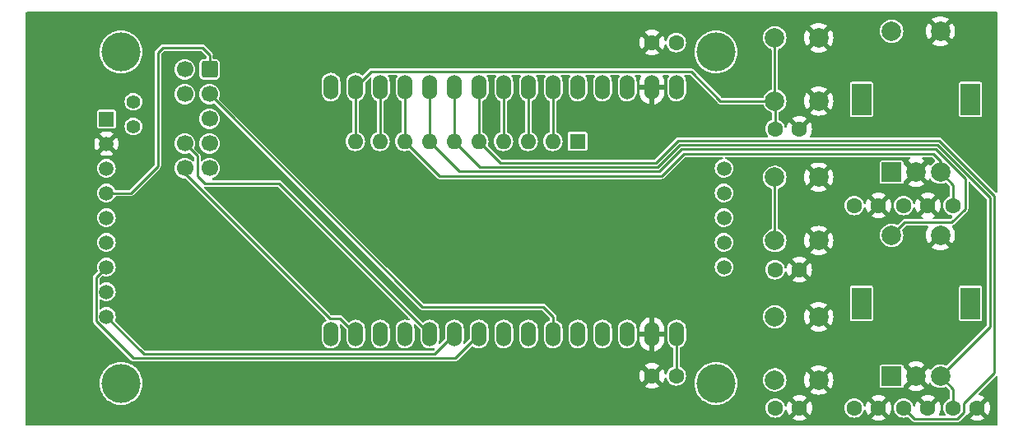
<source format=gbr>
%TF.GenerationSoftware,KiCad,Pcbnew,7.0.9*%
%TF.CreationDate,2024-03-08T21:06:40+01:00*%
%TF.ProjectId,SI4684 controller,53493436-3834-4206-936f-6e74726f6c6c,rev?*%
%TF.SameCoordinates,Original*%
%TF.FileFunction,Copper,L1,Top*%
%TF.FilePolarity,Positive*%
%FSLAX46Y46*%
G04 Gerber Fmt 4.6, Leading zero omitted, Abs format (unit mm)*
G04 Created by KiCad (PCBNEW 7.0.9) date 2024-03-08 21:06:40*
%MOMM*%
%LPD*%
G01*
G04 APERTURE LIST*
G04 Aperture macros list*
%AMRoundRect*
0 Rectangle with rounded corners*
0 $1 Rounding radius*
0 $2 $3 $4 $5 $6 $7 $8 $9 X,Y pos of 4 corners*
0 Add a 4 corners polygon primitive as box body*
4,1,4,$2,$3,$4,$5,$6,$7,$8,$9,$2,$3,0*
0 Add four circle primitives for the rounded corners*
1,1,$1+$1,$2,$3*
1,1,$1+$1,$4,$5*
1,1,$1+$1,$6,$7*
1,1,$1+$1,$8,$9*
0 Add four rect primitives between the rounded corners*
20,1,$1+$1,$2,$3,$4,$5,0*
20,1,$1+$1,$4,$5,$6,$7,0*
20,1,$1+$1,$6,$7,$8,$9,0*
20,1,$1+$1,$8,$9,$2,$3,0*%
G04 Aperture macros list end*
%TA.AperFunction,ComponentPad*%
%ADD10C,4.000000*%
%TD*%
%TA.AperFunction,ComponentPad*%
%ADD11R,1.500000X1.500000*%
%TD*%
%TA.AperFunction,ComponentPad*%
%ADD12C,1.500000*%
%TD*%
%TA.AperFunction,ComponentPad*%
%ADD13R,2.000000X2.000000*%
%TD*%
%TA.AperFunction,ComponentPad*%
%ADD14C,2.000000*%
%TD*%
%TA.AperFunction,ComponentPad*%
%ADD15R,2.000000X3.200000*%
%TD*%
%TA.AperFunction,ComponentPad*%
%ADD16RoundRect,0.250000X0.600000X0.600000X-0.600000X0.600000X-0.600000X-0.600000X0.600000X-0.600000X0*%
%TD*%
%TA.AperFunction,ComponentPad*%
%ADD17C,1.700000*%
%TD*%
%TA.AperFunction,ComponentPad*%
%ADD18C,1.400000*%
%TD*%
%TA.AperFunction,ComponentPad*%
%ADD19O,1.524000X2.540000*%
%TD*%
%TA.AperFunction,ComponentPad*%
%ADD20C,1.600000*%
%TD*%
%TA.AperFunction,ComponentPad*%
%ADD21R,1.600000X1.600000*%
%TD*%
%TA.AperFunction,ComponentPad*%
%ADD22O,1.600000X1.600000*%
%TD*%
%TA.AperFunction,ViaPad*%
%ADD23C,0.800000*%
%TD*%
%TA.AperFunction,Conductor*%
%ADD24C,0.250000*%
%TD*%
G04 APERTURE END LIST*
D10*
%TO.P,U1,*%
%TO.N,*%
X115862000Y-90378424D03*
X115862000Y-124478424D03*
X177062000Y-90378424D03*
X177062000Y-124478424D03*
D11*
%TO.P,U1,1,VCC*%
%TO.N,+3V3*%
X114362000Y-97268424D03*
D12*
%TO.P,U1,2,GND*%
%TO.N,GND*%
X114362000Y-99808424D03*
%TO.P,U1,3,~{CS}*%
%TO.N,Net-(M1-D5)*%
X114362000Y-102348424D03*
%TO.P,U1,4,RESET*%
%TO.N,RST*%
X114362000Y-104888424D03*
%TO.P,U1,5,D/~{C}*%
%TO.N,Net-(M1-D4)*%
X114362000Y-107428424D03*
%TO.P,U1,6,MOSI*%
%TO.N,Net-(M1-D23)*%
X114362000Y-109968424D03*
%TO.P,U1,7,SCK*%
%TO.N,Net-(M1-D18)*%
X114362000Y-112508424D03*
%TO.P,U1,8,LED*%
%TO.N,Net-(M1-D2)*%
X114362000Y-115048424D03*
%TO.P,U1,9,MISO*%
%TO.N,Net-(M1-D19)*%
X114362000Y-117588424D03*
%TO.P,U1,10,SD_CS*%
%TO.N,unconnected-(U1-SD_CS-Pad10)*%
X177882000Y-102348424D03*
%TO.P,U1,11,SD_MOSI*%
%TO.N,unconnected-(U1-SD_MOSI-Pad11)*%
X177882000Y-104888424D03*
%TO.P,U1,12,SD_MISO*%
%TO.N,unconnected-(U1-SD_MISO-Pad12)*%
X177882000Y-107428424D03*
%TO.P,U1,13,SD_SCK*%
%TO.N,unconnected-(U1-SD_SCK-Pad13)*%
X177882000Y-109968424D03*
%TO.P,U1,14,FLASH_CD*%
%TO.N,unconnected-(U1-FLASH_CD-Pad14)*%
X177882000Y-112508424D03*
%TD*%
D13*
%TO.P,SW1,A,A*%
%TO.N,Net-(M1-D27)*%
X195140000Y-102748724D03*
D14*
%TO.P,SW1,B,B*%
%TO.N,Net-(M1-D34)*%
X200140000Y-102748724D03*
%TO.P,SW1,C,C*%
%TO.N,GND*%
X197640000Y-102748724D03*
D15*
%TO.P,SW1,MP*%
%TO.N,N/C*%
X192040000Y-95248724D03*
X203240000Y-95248724D03*
D14*
%TO.P,SW1,S1,S1*%
%TO.N,GND*%
X200140000Y-88248724D03*
%TO.P,SW1,S2,S2*%
%TO.N,Net-(M1-D25)*%
X195140000Y-88248724D03*
%TD*%
%TO.P,SW3,1,1*%
%TO.N,GND*%
X187617000Y-103269424D03*
X187617000Y-109769424D03*
%TO.P,SW3,2,2*%
%TO.N,Net-(M1-VN)*%
X183117000Y-103269424D03*
X183117000Y-109769424D03*
%TD*%
%TO.P,SW2,1,1*%
%TO.N,GND*%
X187617000Y-117620424D03*
X187617000Y-124120424D03*
%TO.P,SW2,2,2*%
%TO.N,Net-(M1-D26)*%
X183117000Y-117620424D03*
X183117000Y-124120424D03*
%TD*%
%TO.P,SW4,1,1*%
%TO.N,GND*%
X187617000Y-88918424D03*
X187617000Y-95418424D03*
%TO.P,SW4,2,2*%
%TO.N,Net-(M1-VP)*%
X183117000Y-88918424D03*
X183117000Y-95418424D03*
%TD*%
D13*
%TO.P,SW5,A,A*%
%TO.N,Net-(M1-D33)*%
X195140000Y-123738424D03*
D14*
%TO.P,SW5,B,B*%
%TO.N,Net-(M1-D32)*%
X200140000Y-123738424D03*
%TO.P,SW5,C,C*%
%TO.N,GND*%
X197640000Y-123738424D03*
D15*
%TO.P,SW5,MP*%
%TO.N,N/C*%
X192040000Y-116238424D03*
X203240000Y-116238424D03*
D14*
%TO.P,SW5,S1,S1*%
%TO.N,GND*%
X200140000Y-109238424D03*
%TO.P,SW5,S2,S2*%
%TO.N,Net-(M1-D35)*%
X195140000Y-109238424D03*
%TD*%
D16*
%TO.P,J1,1,Pin_1*%
%TO.N,RST*%
X124955200Y-92169624D03*
D17*
%TO.P,J1,2,Pin_2*%
%TO.N,INT*%
X122415200Y-92169624D03*
%TO.P,J1,3,Pin_3*%
%TO.N,MISO*%
X124955200Y-94709624D03*
%TO.P,J1,4,Pin_4*%
%TO.N,+5V*%
X122415200Y-94709624D03*
%TO.P,J1,5,Pin_5*%
%TO.N,MOSI*%
X124955200Y-97249624D03*
%TO.P,J1,6,Pin_6*%
%TO.N,GND*%
X122415200Y-97249624D03*
%TO.P,J1,7,Pin_7*%
%TO.N,CLK*%
X124955200Y-99789624D03*
%TO.P,J1,8,Pin_8*%
%TO.N,SDA*%
X122415200Y-99789624D03*
%TO.P,J1,9,Pin_9*%
%TO.N,SS*%
X124955200Y-102329624D03*
%TO.P,J1,10,Pin_10*%
%TO.N,SCL*%
X122415200Y-102329624D03*
%TD*%
D18*
%TO.P,JP1,1,1*%
%TO.N,+3V3*%
X117132000Y-98042424D03*
%TO.P,JP1,2,2*%
%TO.N,Net-(M1-EN)*%
X117132000Y-95502424D03*
%TD*%
D19*
%TO.P,M1,1,3V3*%
%TO.N,+3V3*%
X173012000Y-119398424D03*
%TO.P,M1,2,GND*%
%TO.N,GND*%
X170472000Y-119398424D03*
%TO.P,M1,3,D15*%
%TO.N,SS*%
X167932000Y-119398424D03*
%TO.P,M1,4,D2*%
%TO.N,Net-(M1-D2)*%
X165392000Y-119398424D03*
%TO.P,M1,5,D4*%
%TO.N,Net-(M1-D4)*%
X162852000Y-119398424D03*
%TO.P,M1,6,RX2*%
%TO.N,MISO*%
X160312000Y-119398424D03*
%TO.P,M1,7,TX2*%
%TO.N,RST*%
X157772000Y-119398424D03*
%TO.P,M1,8,D5*%
%TO.N,Net-(M1-D5)*%
X155232000Y-119398424D03*
%TO.P,M1,9,D18*%
%TO.N,Net-(M1-D18)*%
X152692000Y-119398424D03*
%TO.P,M1,10,D19*%
%TO.N,Net-(M1-D19)*%
X150152000Y-119398424D03*
%TO.P,M1,11,D21*%
%TO.N,SDA*%
X147612000Y-119398424D03*
%TO.P,M1,12,RX0*%
%TO.N,unconnected-(M1-RX0-Pad12)*%
X145072000Y-119398424D03*
%TO.P,M1,13,TX0*%
%TO.N,unconnected-(M1-TX0-Pad13)*%
X142532000Y-119398424D03*
%TO.P,M1,14,D22*%
%TO.N,SCL*%
X139992000Y-119398424D03*
%TO.P,M1,15,D23*%
%TO.N,Net-(M1-D23)*%
X137452000Y-119398424D03*
%TO.P,M1,16,EN*%
%TO.N,Net-(M1-EN)*%
X137452000Y-93998424D03*
%TO.P,M1,17,VP*%
%TO.N,Net-(M1-VP)*%
X139992000Y-93998424D03*
%TO.P,M1,18,VN*%
%TO.N,Net-(M1-VN)*%
X142532000Y-93998424D03*
%TO.P,M1,19,D34*%
%TO.N,Net-(M1-D34)*%
X145072000Y-93998424D03*
%TO.P,M1,20,D35*%
%TO.N,Net-(M1-D35)*%
X147612000Y-93998424D03*
%TO.P,M1,21,D32*%
%TO.N,Net-(M1-D32)*%
X150152000Y-93998424D03*
%TO.P,M1,22,D33*%
%TO.N,Net-(M1-D33)*%
X152692000Y-93998424D03*
%TO.P,M1,23,D25*%
%TO.N,Net-(M1-D25)*%
X155232000Y-93998424D03*
%TO.P,M1,24,D26*%
%TO.N,Net-(M1-D26)*%
X157772000Y-93998424D03*
%TO.P,M1,25,D27*%
%TO.N,Net-(M1-D27)*%
X160312000Y-93998424D03*
%TO.P,M1,26,D14*%
%TO.N,CLK*%
X162852000Y-93998424D03*
%TO.P,M1,27,D12*%
%TO.N,unconnected-(M1-D12-Pad27)*%
X165392000Y-93998424D03*
%TO.P,M1,28,D13*%
%TO.N,MOSI*%
X167932000Y-93998424D03*
%TO.P,M1,29,GND*%
%TO.N,GND*%
X170472000Y-93998424D03*
%TO.P,M1,30,VIN*%
%TO.N,+5V*%
X173012000Y-93998424D03*
%TD*%
D20*
%TO.P,C4,1*%
%TO.N,GND*%
X203942000Y-127000000D03*
%TO.P,C4,2*%
%TO.N,Net-(M1-D32)*%
X201442000Y-127000000D03*
%TD*%
%TO.P,C7,1*%
%TO.N,GND*%
X185654000Y-127000000D03*
%TO.P,C7,2*%
%TO.N,Net-(M1-D26)*%
X183154000Y-127000000D03*
%TD*%
%TO.P,C11,1*%
%TO.N,+3V3*%
X172974000Y-123698000D03*
%TO.P,C11,2*%
%TO.N,GND*%
X170474000Y-123698000D03*
%TD*%
%TO.P,C1,1*%
%TO.N,GND*%
X198862000Y-127000000D03*
%TO.P,C1,2*%
%TO.N,Net-(M1-D33)*%
X196362000Y-127000000D03*
%TD*%
%TO.P,C2,1*%
%TO.N,GND*%
X203942000Y-106172000D03*
%TO.P,C2,2*%
%TO.N,Net-(M1-D34)*%
X201442000Y-106172000D03*
%TD*%
%TO.P,C5,1*%
%TO.N,GND*%
X198862000Y-106172000D03*
%TO.P,C5,2*%
%TO.N,Net-(M1-D27)*%
X196362000Y-106172000D03*
%TD*%
%TO.P,C6,1*%
%TO.N,GND*%
X193782000Y-127000000D03*
%TO.P,C6,2*%
%TO.N,Net-(M1-D35)*%
X191282000Y-127000000D03*
%TD*%
%TO.P,C8,1*%
%TO.N,GND*%
X185634000Y-112776000D03*
%TO.P,C8,2*%
%TO.N,Net-(M1-VN)*%
X183134000Y-112776000D03*
%TD*%
%TO.P,C9,1*%
%TO.N,GND*%
X185634000Y-98298000D03*
%TO.P,C9,2*%
%TO.N,Net-(M1-VP)*%
X183134000Y-98298000D03*
%TD*%
D21*
%TO.P,RN1,1,R1*%
%TO.N,+3V3*%
X162814000Y-99568000D03*
D22*
%TO.P,RN1,2,R1.2*%
%TO.N,Net-(M1-D27)*%
X160274000Y-99568000D03*
%TO.P,RN1,3,R2.2*%
%TO.N,Net-(M1-D26)*%
X157734000Y-99568000D03*
%TO.P,RN1,4,R3.2*%
%TO.N,Net-(M1-D25)*%
X155194000Y-99568000D03*
%TO.P,RN1,5,R4.2*%
%TO.N,Net-(M1-D33)*%
X152654000Y-99568000D03*
%TO.P,RN1,6,R5.2*%
%TO.N,Net-(M1-D32)*%
X150114000Y-99568000D03*
%TO.P,RN1,7,R6.2*%
%TO.N,Net-(M1-D35)*%
X147574000Y-99568000D03*
%TO.P,RN1,8,R7.2*%
%TO.N,Net-(M1-D34)*%
X145034000Y-99568000D03*
%TO.P,RN1,9,R8.2*%
%TO.N,Net-(M1-VN)*%
X142494000Y-99568000D03*
%TO.P,RN1,10,R9.2*%
%TO.N,Net-(M1-VP)*%
X139954000Y-99568000D03*
%TD*%
D20*
%TO.P,C10,1*%
%TO.N,+5V*%
X172974000Y-89408000D03*
%TO.P,C10,2*%
%TO.N,GND*%
X170474000Y-89408000D03*
%TD*%
%TO.P,C3,1*%
%TO.N,GND*%
X193782000Y-106172000D03*
%TO.P,C3,2*%
%TO.N,Net-(M1-D25)*%
X191282000Y-106172000D03*
%TD*%
D23*
%TO.N,GND*%
X134620000Y-118110000D03*
X111252000Y-122936000D03*
X135890000Y-94742000D03*
X116332000Y-111506000D03*
X127254000Y-95758000D03*
X111252000Y-99060000D03*
X130556000Y-94742000D03*
X116586000Y-117602000D03*
X122936000Y-116840000D03*
X134620000Y-120142000D03*
%TD*%
D24*
%TO.N,RST*%
X124955200Y-90690800D02*
X124955200Y-92169624D01*
X119634000Y-102108000D02*
X119634000Y-90424000D01*
X124206000Y-89916000D02*
X124968000Y-90678000D01*
X116853576Y-104888424D02*
X119634000Y-102108000D01*
X119634000Y-90424000D02*
X120142000Y-89916000D01*
X120142000Y-89916000D02*
X124206000Y-89916000D01*
X114362000Y-104888424D02*
X116853576Y-104888424D01*
X124968000Y-90678000D02*
X124955200Y-90690800D01*
%TO.N,+3V3*%
X172974000Y-123698000D02*
X172974000Y-119436424D01*
X172974000Y-119436424D02*
X173012000Y-119398424D01*
%TO.N,SDA*%
X132099576Y-103886000D02*
X124460000Y-103886000D01*
X123698000Y-101072424D02*
X122415200Y-99789624D01*
X124460000Y-103886000D02*
X123698000Y-103124000D01*
X123698000Y-103124000D02*
X123698000Y-101072424D01*
X147612000Y-119398424D02*
X132099576Y-103886000D01*
%TO.N,SCL*%
X139992000Y-119398424D02*
X138397000Y-117803424D01*
X138397000Y-117803424D02*
X137361424Y-117803424D01*
X122415200Y-102857200D02*
X122415200Y-102329624D01*
X137361424Y-117803424D02*
X122415200Y-102857200D01*
%TO.N,Net-(M1-D35)*%
X202692000Y-106512991D02*
X202692000Y-103426891D01*
X199653109Y-100388000D02*
X173549604Y-100388000D01*
X147612000Y-93998424D02*
X147612000Y-99530000D01*
X202692000Y-103426891D02*
X199653109Y-100388000D01*
X196465000Y-107913424D02*
X201291567Y-107913424D01*
X150680000Y-102674000D02*
X147574000Y-99568000D01*
X195140000Y-109238424D02*
X196465000Y-107913424D01*
X171263604Y-102674000D02*
X150680000Y-102674000D01*
X201291567Y-107913424D02*
X202692000Y-106512991D01*
X147612000Y-99530000D02*
X147574000Y-99568000D01*
X173549604Y-100388000D02*
X171263604Y-102674000D01*
%TO.N,Net-(M1-D26)*%
X157772000Y-93998424D02*
X157772000Y-99530000D01*
X157772000Y-99530000D02*
X157734000Y-99568000D01*
%TO.N,Net-(M1-D25)*%
X155232000Y-99530000D02*
X155194000Y-99568000D01*
X155232000Y-93998424D02*
X155232000Y-99530000D01*
%TO.N,Net-(M1-VN)*%
X183117000Y-103269424D02*
X183117000Y-109769424D01*
X142532000Y-99530000D02*
X142494000Y-99568000D01*
X142532000Y-93998424D02*
X142532000Y-99530000D01*
%TO.N,Net-(M1-D34)*%
X201442000Y-104050724D02*
X200140000Y-102748724D01*
X148590000Y-103124000D02*
X171450000Y-103124000D01*
X173736000Y-100838000D02*
X199390000Y-100838000D01*
X201442000Y-106172000D02*
X201442000Y-104050724D01*
X145034000Y-99568000D02*
X148590000Y-103124000D01*
X145072000Y-93998424D02*
X145072000Y-99530000D01*
X200140000Y-101588000D02*
X200140000Y-102748724D01*
X199390000Y-100838000D02*
X200140000Y-101588000D01*
X145072000Y-99530000D02*
X145034000Y-99568000D01*
X171450000Y-103124000D02*
X173736000Y-100838000D01*
%TO.N,Net-(M1-VP)*%
X139992000Y-93998424D02*
X139992000Y-99530000D01*
X141587000Y-92403424D02*
X174498000Y-92403424D01*
X177513000Y-95418424D02*
X174498000Y-92403424D01*
X183134000Y-98298000D02*
X183134000Y-95435424D01*
X139992000Y-93998424D02*
X141587000Y-92403424D01*
X139992000Y-99530000D02*
X139954000Y-99568000D01*
X183134000Y-95435424D02*
X183117000Y-95418424D01*
X183117000Y-95418424D02*
X177513000Y-95418424D01*
X183117000Y-95418424D02*
X183117000Y-88918424D01*
%TO.N,Net-(M1-D33)*%
X154860000Y-101774000D02*
X152654000Y-99568000D01*
X170890812Y-101774000D02*
X154860000Y-101774000D01*
X197487000Y-128125000D02*
X201907991Y-128125000D01*
X205682000Y-105144099D02*
X200025901Y-99488000D01*
X152692000Y-93998424D02*
X152692000Y-99530000D01*
X173176812Y-99488000D02*
X170890812Y-101774000D01*
X200025901Y-99488000D02*
X173176812Y-99488000D01*
X152692000Y-99530000D02*
X152654000Y-99568000D01*
X205682000Y-123419009D02*
X205682000Y-105144099D01*
X202567000Y-127465991D02*
X202567000Y-126534009D01*
X202567000Y-126534009D02*
X205682000Y-123419009D01*
X201907991Y-128125000D02*
X202567000Y-127465991D01*
X196362000Y-127000000D02*
X197487000Y-128125000D01*
%TO.N,Net-(M1-D32)*%
X150152000Y-99530000D02*
X150114000Y-99568000D01*
X150114000Y-99568000D02*
X152770000Y-102224000D01*
X201442000Y-127000000D02*
X201442000Y-125040424D01*
X201442000Y-125040424D02*
X200140000Y-123738424D01*
X150152000Y-93998424D02*
X150152000Y-99530000D01*
X152770000Y-102224000D02*
X171077208Y-102224000D01*
X171077208Y-102224000D02*
X173363208Y-99938000D01*
X199839505Y-99938000D02*
X205232000Y-105330495D01*
X205232000Y-118646424D02*
X200140000Y-123738424D01*
X173363208Y-99938000D02*
X199839505Y-99938000D01*
X205232000Y-105330495D02*
X205232000Y-118646424D01*
%TO.N,Net-(M1-D27)*%
X160312000Y-93998424D02*
X160312000Y-99530000D01*
X160312000Y-99530000D02*
X160274000Y-99568000D01*
%TO.N,MISO*%
X146831576Y-116586000D02*
X124955200Y-94709624D01*
X160312000Y-119398424D02*
X160312000Y-117640000D01*
X159258000Y-116586000D02*
X146831576Y-116586000D01*
X160312000Y-117640000D02*
X159258000Y-116586000D01*
%TO.N,Net-(M1-D19)*%
X118217000Y-121443424D02*
X114362000Y-117588424D01*
X150152000Y-119398424D02*
X148107000Y-121443424D01*
X148107000Y-121443424D02*
X118217000Y-121443424D01*
%TO.N,Net-(M1-D18)*%
X113287000Y-118033704D02*
X113287000Y-113583424D01*
X150197000Y-121893424D02*
X117146720Y-121893424D01*
X152692000Y-119398424D02*
X150197000Y-121893424D01*
X113287000Y-113583424D02*
X114362000Y-112508424D01*
X117146720Y-121893424D02*
X113287000Y-118033704D01*
%TD*%
%TA.AperFunction,Conductor*%
%TO.N,GND*%
G36*
X205977621Y-86271926D02*
G01*
X206024114Y-86325582D01*
X206035500Y-86377924D01*
X206035500Y-104733083D01*
X206015498Y-104801204D01*
X205961842Y-104847697D01*
X205891568Y-104857801D01*
X205826988Y-104828307D01*
X205820405Y-104822178D01*
X200268066Y-99269839D01*
X200264351Y-99265786D01*
X200238355Y-99234805D01*
X200238352Y-99234803D01*
X200203336Y-99214586D01*
X200198701Y-99211633D01*
X200165584Y-99188445D01*
X200160053Y-99185866D01*
X200144697Y-99179505D01*
X200138948Y-99177412D01*
X200115075Y-99173202D01*
X200099135Y-99170391D01*
X200093773Y-99169203D01*
X200054709Y-99158736D01*
X200054706Y-99158736D01*
X200043028Y-99159757D01*
X200014425Y-99162260D01*
X200008941Y-99162500D01*
X186867487Y-99162500D01*
X186799366Y-99142498D01*
X186752873Y-99088842D01*
X186742769Y-99018568D01*
X186764275Y-98964227D01*
X186771088Y-98954496D01*
X186867811Y-98747073D01*
X186867813Y-98747068D01*
X186927048Y-98526002D01*
X186946995Y-98298000D01*
X186927048Y-98069997D01*
X186867813Y-97848931D01*
X186867811Y-97848926D01*
X186771086Y-97641498D01*
X186721100Y-97570110D01*
X186721097Y-97570110D01*
X186032726Y-98258480D01*
X186019165Y-98172852D01*
X185961641Y-98059955D01*
X185872045Y-97970359D01*
X185759148Y-97912835D01*
X185673517Y-97899272D01*
X186361888Y-97210899D01*
X186361888Y-97210898D01*
X186290501Y-97160913D01*
X186083073Y-97064188D01*
X186083068Y-97064186D01*
X185862000Y-97004951D01*
X185862004Y-97004951D01*
X185634000Y-96985004D01*
X185405997Y-97004951D01*
X185184931Y-97064186D01*
X185184926Y-97064188D01*
X184977500Y-97160913D01*
X184906109Y-97210900D01*
X185594481Y-97899272D01*
X185508852Y-97912835D01*
X185395955Y-97970359D01*
X185306359Y-98059955D01*
X185248835Y-98172852D01*
X185235272Y-98258482D01*
X184546900Y-97570109D01*
X184496913Y-97641500D01*
X184400188Y-97848926D01*
X184400183Y-97848938D01*
X184346995Y-98047438D01*
X184310044Y-98108060D01*
X184246183Y-98139082D01*
X184175689Y-98130653D01*
X184120942Y-98085449D01*
X184104716Y-98051406D01*
X184062814Y-97913273D01*
X183969910Y-97739462D01*
X183844883Y-97587117D01*
X183692538Y-97462090D01*
X183526104Y-97373129D01*
X183475456Y-97323377D01*
X183459500Y-97262007D01*
X183459500Y-96659488D01*
X183479502Y-96591367D01*
X183533158Y-96544874D01*
X183539983Y-96541997D01*
X183570575Y-96530145D01*
X183654401Y-96497671D01*
X183843562Y-96380548D01*
X184007981Y-96230660D01*
X184142058Y-96053113D01*
X184142059Y-96053109D01*
X184142061Y-96053108D01*
X184241225Y-95853961D01*
X184241226Y-95853957D01*
X184241229Y-95853952D01*
X184302115Y-95639960D01*
X184322643Y-95418424D01*
X186104337Y-95418424D01*
X186122960Y-95655056D01*
X186178371Y-95885861D01*
X186269206Y-96105157D01*
X186383897Y-96292315D01*
X187090097Y-95586115D01*
X187093884Y-95604339D01*
X187163442Y-95738580D01*
X187266638Y-95849076D01*
X187395819Y-95927633D01*
X187451421Y-95943212D01*
X186743107Y-96651525D01*
X186743107Y-96651526D01*
X186930261Y-96766215D01*
X187149562Y-96857052D01*
X187380367Y-96912463D01*
X187617000Y-96931086D01*
X187853632Y-96912463D01*
X188036869Y-96868472D01*
X190839500Y-96868472D01*
X190851133Y-96926955D01*
X190895448Y-96993276D01*
X190961769Y-97037591D01*
X191020252Y-97049224D01*
X191020253Y-97049224D01*
X193059747Y-97049224D01*
X193059748Y-97049224D01*
X193118231Y-97037591D01*
X193184552Y-96993276D01*
X193228867Y-96926955D01*
X193240500Y-96868472D01*
X202039500Y-96868472D01*
X202051133Y-96926955D01*
X202095448Y-96993276D01*
X202161769Y-97037591D01*
X202220252Y-97049224D01*
X202220253Y-97049224D01*
X204259747Y-97049224D01*
X204259748Y-97049224D01*
X204318231Y-97037591D01*
X204384552Y-96993276D01*
X204428867Y-96926955D01*
X204440500Y-96868472D01*
X204440500Y-93628976D01*
X204428867Y-93570493D01*
X204384552Y-93504172D01*
X204318231Y-93459857D01*
X204318228Y-93459856D01*
X204259750Y-93448224D01*
X204259748Y-93448224D01*
X202220252Y-93448224D01*
X202220249Y-93448224D01*
X202161771Y-93459856D01*
X202161768Y-93459857D01*
X202095448Y-93504172D01*
X202051133Y-93570492D01*
X202051132Y-93570495D01*
X202039500Y-93628973D01*
X202039500Y-93628976D01*
X202039500Y-96868472D01*
X193240500Y-96868472D01*
X193240500Y-93628976D01*
X193228867Y-93570493D01*
X193184552Y-93504172D01*
X193118231Y-93459857D01*
X193118228Y-93459856D01*
X193059750Y-93448224D01*
X193059748Y-93448224D01*
X191020252Y-93448224D01*
X191020249Y-93448224D01*
X190961771Y-93459856D01*
X190961768Y-93459857D01*
X190895448Y-93504172D01*
X190851133Y-93570492D01*
X190851132Y-93570495D01*
X190839500Y-93628973D01*
X190839500Y-93628976D01*
X190839500Y-96868472D01*
X188036869Y-96868472D01*
X188084437Y-96857052D01*
X188303738Y-96766215D01*
X188490891Y-96651526D01*
X188490892Y-96651525D01*
X187784625Y-95945258D01*
X187905458Y-95892773D01*
X188022739Y-95797358D01*
X188109928Y-95673839D01*
X188141837Y-95584052D01*
X188850101Y-96292316D01*
X188850102Y-96292315D01*
X188964791Y-96105162D01*
X189055628Y-95885861D01*
X189111039Y-95655056D01*
X189129662Y-95418424D01*
X189111039Y-95181791D01*
X189055628Y-94950986D01*
X188964791Y-94731685D01*
X188850102Y-94544531D01*
X188850101Y-94544531D01*
X188143902Y-95250730D01*
X188140116Y-95232509D01*
X188070558Y-95098268D01*
X187967362Y-94987772D01*
X187838181Y-94909215D01*
X187782577Y-94893635D01*
X188490891Y-94185321D01*
X188303733Y-94070630D01*
X188084437Y-93979795D01*
X187853632Y-93924384D01*
X187617000Y-93905761D01*
X187380367Y-93924384D01*
X187149562Y-93979795D01*
X186930262Y-94070632D01*
X186743107Y-94185320D01*
X186743107Y-94185322D01*
X187449374Y-94891589D01*
X187328542Y-94944075D01*
X187211261Y-95039490D01*
X187124072Y-95163009D01*
X187092162Y-95252795D01*
X186383898Y-94544531D01*
X186383896Y-94544531D01*
X186269208Y-94731686D01*
X186178371Y-94950986D01*
X186122960Y-95181791D01*
X186104337Y-95418424D01*
X184322643Y-95418424D01*
X184302115Y-95196888D01*
X184299942Y-95189252D01*
X184241231Y-94982903D01*
X184241230Y-94982902D01*
X184241229Y-94982896D01*
X184241227Y-94982892D01*
X184241225Y-94982886D01*
X184142061Y-94783739D01*
X184142057Y-94783734D01*
X184007982Y-94606188D01*
X183843561Y-94456299D01*
X183843560Y-94456298D01*
X183654412Y-94339183D01*
X183654399Y-94339176D01*
X183522982Y-94288264D01*
X183466688Y-94245004D01*
X183442718Y-94178176D01*
X183442500Y-94170773D01*
X183442500Y-90166073D01*
X183462502Y-90097952D01*
X183516158Y-90051459D01*
X183522945Y-90048597D01*
X183654401Y-89997671D01*
X183843562Y-89880548D01*
X184007981Y-89730660D01*
X184142058Y-89553113D01*
X184142059Y-89553109D01*
X184142061Y-89553108D01*
X184241225Y-89353961D01*
X184241226Y-89353957D01*
X184241229Y-89353952D01*
X184302115Y-89139960D01*
X184322643Y-88918424D01*
X186104337Y-88918424D01*
X186122960Y-89155056D01*
X186178371Y-89385861D01*
X186269206Y-89605157D01*
X186383897Y-89792315D01*
X187090097Y-89086115D01*
X187093884Y-89104339D01*
X187163442Y-89238580D01*
X187266638Y-89349076D01*
X187395819Y-89427633D01*
X187451421Y-89443212D01*
X186743107Y-90151525D01*
X186743107Y-90151526D01*
X186930261Y-90266215D01*
X187149562Y-90357052D01*
X187380367Y-90412463D01*
X187617000Y-90431086D01*
X187853632Y-90412463D01*
X188084437Y-90357052D01*
X188303738Y-90266215D01*
X188490891Y-90151526D01*
X188490892Y-90151525D01*
X187784625Y-89445258D01*
X187905458Y-89392773D01*
X188022739Y-89297358D01*
X188109928Y-89173839D01*
X188141837Y-89084052D01*
X188850101Y-89792316D01*
X188850102Y-89792315D01*
X188964791Y-89605162D01*
X189055628Y-89385861D01*
X189111039Y-89155056D01*
X189129662Y-88918424D01*
X189111039Y-88681791D01*
X189055628Y-88450986D01*
X188971849Y-88248724D01*
X193934357Y-88248724D01*
X193954885Y-88470263D01*
X194015768Y-88684244D01*
X194015774Y-88684261D01*
X194114938Y-88883408D01*
X194114942Y-88883413D01*
X194249017Y-89060959D01*
X194413438Y-89210848D01*
X194413439Y-89210849D01*
X194602587Y-89327964D01*
X194602590Y-89327965D01*
X194602599Y-89327971D01*
X194669643Y-89353944D01*
X194810053Y-89408340D01*
X194810056Y-89408340D01*
X194810060Y-89408342D01*
X195028757Y-89449224D01*
X195028760Y-89449224D01*
X195251240Y-89449224D01*
X195251243Y-89449224D01*
X195469940Y-89408342D01*
X195469944Y-89408340D01*
X195469946Y-89408340D01*
X195527970Y-89385861D01*
X195677401Y-89327971D01*
X195866562Y-89210848D01*
X196030981Y-89060960D01*
X196049847Y-89035978D01*
X196070974Y-89008000D01*
X196165058Y-88883413D01*
X196165059Y-88883409D01*
X196165061Y-88883408D01*
X196264225Y-88684261D01*
X196264226Y-88684257D01*
X196264229Y-88684252D01*
X196325115Y-88470260D01*
X196345643Y-88248724D01*
X198627337Y-88248724D01*
X198645960Y-88485356D01*
X198701371Y-88716161D01*
X198792206Y-88935457D01*
X198906897Y-89122615D01*
X199655638Y-88373874D01*
X199680507Y-88458568D01*
X199758239Y-88579522D01*
X199866900Y-88673676D01*
X199997685Y-88733404D01*
X200012412Y-88735521D01*
X199266107Y-89481825D01*
X199266107Y-89481826D01*
X199453261Y-89596515D01*
X199672562Y-89687352D01*
X199903367Y-89742763D01*
X200140000Y-89761386D01*
X200376632Y-89742763D01*
X200607437Y-89687352D01*
X200826738Y-89596515D01*
X201013891Y-89481826D01*
X201013892Y-89481825D01*
X200267588Y-88735521D01*
X200282315Y-88733404D01*
X200413100Y-88673676D01*
X200521761Y-88579522D01*
X200599493Y-88458568D01*
X200624360Y-88373875D01*
X201373101Y-89122616D01*
X201373102Y-89122615D01*
X201487791Y-88935462D01*
X201578628Y-88716161D01*
X201634039Y-88485356D01*
X201652662Y-88248724D01*
X201634039Y-88012091D01*
X201578628Y-87781286D01*
X201487791Y-87561985D01*
X201373102Y-87374831D01*
X201373101Y-87374831D01*
X200624360Y-88123572D01*
X200599493Y-88038880D01*
X200521761Y-87917926D01*
X200413100Y-87823772D01*
X200282315Y-87764044D01*
X200267587Y-87761926D01*
X201013891Y-87015621D01*
X200826733Y-86900930D01*
X200607437Y-86810095D01*
X200376632Y-86754684D01*
X200140000Y-86736061D01*
X199903367Y-86754684D01*
X199672562Y-86810095D01*
X199453262Y-86900932D01*
X199266107Y-87015620D01*
X199266107Y-87015622D01*
X200012411Y-87761926D01*
X199997685Y-87764044D01*
X199866900Y-87823772D01*
X199758239Y-87917926D01*
X199680507Y-88038880D01*
X199655639Y-88123572D01*
X198906898Y-87374831D01*
X198906896Y-87374831D01*
X198792208Y-87561986D01*
X198701371Y-87781286D01*
X198645960Y-88012091D01*
X198627337Y-88248724D01*
X196345643Y-88248724D01*
X196325115Y-88027188D01*
X196264229Y-87813196D01*
X196264227Y-87813192D01*
X196264225Y-87813186D01*
X196165061Y-87614039D01*
X196165057Y-87614034D01*
X196030982Y-87436488D01*
X195866561Y-87286599D01*
X195866560Y-87286598D01*
X195677412Y-87169483D01*
X195677405Y-87169479D01*
X195677401Y-87169477D01*
X195677396Y-87169475D01*
X195469946Y-87089107D01*
X195430972Y-87081821D01*
X195251243Y-87048224D01*
X195028757Y-87048224D01*
X194887674Y-87074597D01*
X194810053Y-87089107D01*
X194602603Y-87169475D01*
X194602587Y-87169483D01*
X194413439Y-87286598D01*
X194413438Y-87286599D01*
X194249017Y-87436488D01*
X194114942Y-87614034D01*
X194114938Y-87614039D01*
X194015774Y-87813186D01*
X194015768Y-87813203D01*
X193954885Y-88027184D01*
X193934357Y-88248724D01*
X188971849Y-88248724D01*
X188964791Y-88231685D01*
X188850102Y-88044531D01*
X188850101Y-88044531D01*
X188143902Y-88750730D01*
X188140116Y-88732509D01*
X188070558Y-88598268D01*
X187967362Y-88487772D01*
X187838181Y-88409215D01*
X187782577Y-88393635D01*
X188490891Y-87685321D01*
X188303733Y-87570630D01*
X188084437Y-87479795D01*
X187853632Y-87424384D01*
X187617000Y-87405761D01*
X187380367Y-87424384D01*
X187149562Y-87479795D01*
X186930262Y-87570632D01*
X186743107Y-87685320D01*
X186743107Y-87685322D01*
X187449374Y-88391589D01*
X187328542Y-88444075D01*
X187211261Y-88539490D01*
X187124072Y-88663009D01*
X187092162Y-88752795D01*
X186383898Y-88044531D01*
X186383896Y-88044531D01*
X186269208Y-88231686D01*
X186178371Y-88450986D01*
X186122960Y-88681791D01*
X186104337Y-88918424D01*
X184322643Y-88918424D01*
X184302115Y-88696888D01*
X184298517Y-88684244D01*
X184241231Y-88482903D01*
X184241225Y-88482886D01*
X184142061Y-88283739D01*
X184142057Y-88283734D01*
X184007982Y-88106188D01*
X183843561Y-87956299D01*
X183843560Y-87956298D01*
X183654412Y-87839183D01*
X183654405Y-87839179D01*
X183654401Y-87839177D01*
X183654396Y-87839175D01*
X183446946Y-87758807D01*
X183407972Y-87751521D01*
X183228243Y-87717924D01*
X183005757Y-87717924D01*
X182864674Y-87744297D01*
X182787053Y-87758807D01*
X182579603Y-87839175D01*
X182579587Y-87839183D01*
X182390439Y-87956298D01*
X182390438Y-87956299D01*
X182226017Y-88106188D01*
X182091942Y-88283734D01*
X182091938Y-88283739D01*
X181992774Y-88482886D01*
X181992768Y-88482903D01*
X181931885Y-88696884D01*
X181911357Y-88918424D01*
X181931885Y-89139963D01*
X181992768Y-89353944D01*
X181992774Y-89353961D01*
X182091938Y-89553108D01*
X182091942Y-89553113D01*
X182226017Y-89730659D01*
X182390438Y-89880548D01*
X182390439Y-89880549D01*
X182579587Y-89997664D01*
X182579590Y-89997665D01*
X182579599Y-89997671D01*
X182711019Y-90048583D01*
X182767311Y-90091841D01*
X182791282Y-90158668D01*
X182791500Y-90166073D01*
X182791500Y-94170773D01*
X182771498Y-94238894D01*
X182717842Y-94285387D01*
X182711018Y-94288264D01*
X182579600Y-94339176D01*
X182579587Y-94339183D01*
X182390439Y-94456298D01*
X182390438Y-94456299D01*
X182226017Y-94606188D01*
X182091942Y-94783734D01*
X182091938Y-94783739D01*
X181992774Y-94982886D01*
X181992770Y-94982898D01*
X181987504Y-95001407D01*
X181949622Y-95061453D01*
X181885291Y-95091487D01*
X181866314Y-95092924D01*
X177700016Y-95092924D01*
X177631895Y-95072922D01*
X177610921Y-95056019D01*
X174740165Y-92185263D01*
X174736450Y-92181210D01*
X174710454Y-92150229D01*
X174710451Y-92150227D01*
X174675435Y-92130010D01*
X174670800Y-92127057D01*
X174637683Y-92103869D01*
X174632152Y-92101290D01*
X174616796Y-92094929D01*
X174611047Y-92092836D01*
X174587174Y-92088626D01*
X174571234Y-92085815D01*
X174565872Y-92084627D01*
X174526808Y-92074160D01*
X174526805Y-92074160D01*
X174515127Y-92075181D01*
X174486524Y-92077684D01*
X174481040Y-92077924D01*
X141603960Y-92077924D01*
X141598475Y-92077684D01*
X141569872Y-92075181D01*
X141558195Y-92074160D01*
X141558192Y-92074160D01*
X141519126Y-92084627D01*
X141513761Y-92085816D01*
X141473952Y-92092836D01*
X141468235Y-92094917D01*
X141452832Y-92101297D01*
X141447316Y-92103869D01*
X141414191Y-92127062D01*
X141409558Y-92130013D01*
X141374547Y-92150228D01*
X141374545Y-92150229D01*
X141348547Y-92181211D01*
X141344834Y-92185263D01*
X140783428Y-92746668D01*
X140721116Y-92780694D01*
X140650301Y-92775629D01*
X140617208Y-92757211D01*
X140580664Y-92728924D01*
X140503754Y-92669391D01*
X140503752Y-92669390D01*
X140503751Y-92669389D01*
X140328008Y-92583184D01*
X140328005Y-92583183D01*
X140138501Y-92534116D01*
X140138497Y-92534115D01*
X140138494Y-92534115D01*
X139942999Y-92524201D01*
X139749505Y-92553843D01*
X139749498Y-92553846D01*
X139565939Y-92621827D01*
X139565939Y-92621828D01*
X139565936Y-92621829D01*
X139565935Y-92621830D01*
X139511065Y-92656030D01*
X139399809Y-92725376D01*
X139399800Y-92725383D01*
X139257927Y-92860246D01*
X139146101Y-93020910D01*
X139068906Y-93200797D01*
X139068905Y-93200800D01*
X139068905Y-93200801D01*
X139056998Y-93258737D01*
X139029500Y-93392545D01*
X139029500Y-94555238D01*
X139029501Y-94555257D01*
X139044339Y-94701171D01*
X139102941Y-94887950D01*
X139139861Y-94954465D01*
X139197940Y-95059104D01*
X139198434Y-95059679D01*
X139325449Y-95207635D01*
X139480246Y-95327457D01*
X139595991Y-95384232D01*
X139648340Y-95432188D01*
X139666500Y-95497354D01*
X139666500Y-98516244D01*
X139646498Y-98584365D01*
X139592842Y-98630858D01*
X139577084Y-98636816D01*
X139569273Y-98639185D01*
X139569271Y-98639186D01*
X139395461Y-98732090D01*
X139243117Y-98857117D01*
X139118090Y-99009461D01*
X139025186Y-99183271D01*
X138967974Y-99371873D01*
X138967974Y-99371875D01*
X138948659Y-99567996D01*
X138948659Y-99568003D01*
X138967974Y-99764124D01*
X138967974Y-99764126D01*
X139025186Y-99952728D01*
X139054774Y-100008082D01*
X139118090Y-100126538D01*
X139243117Y-100278883D01*
X139395462Y-100403910D01*
X139569273Y-100496814D01*
X139757868Y-100554024D01*
X139757872Y-100554024D01*
X139757874Y-100554025D01*
X139953997Y-100573341D01*
X139954000Y-100573341D01*
X139954003Y-100573341D01*
X140150124Y-100554025D01*
X140150126Y-100554025D01*
X140150127Y-100554024D01*
X140150132Y-100554024D01*
X140338727Y-100496814D01*
X140512538Y-100403910D01*
X140664883Y-100278883D01*
X140789910Y-100126538D01*
X140882814Y-99952727D01*
X140940024Y-99764132D01*
X140956329Y-99598580D01*
X140959341Y-99568003D01*
X140959341Y-99567996D01*
X140940025Y-99371875D01*
X140940025Y-99371873D01*
X140940024Y-99371870D01*
X140940024Y-99371868D01*
X140882814Y-99183273D01*
X140875929Y-99170393D01*
X140847088Y-99116435D01*
X140789910Y-99009462D01*
X140664883Y-98857117D01*
X140512538Y-98732090D01*
X140481145Y-98715310D01*
X140384104Y-98663440D01*
X140333456Y-98613687D01*
X140317500Y-98552318D01*
X140317500Y-95499962D01*
X140337502Y-95431841D01*
X140391158Y-95385348D01*
X140399741Y-95381805D01*
X140418058Y-95375021D01*
X140418059Y-95375019D01*
X140418065Y-95375018D01*
X140584191Y-95271471D01*
X140584195Y-95271466D01*
X140584199Y-95271464D01*
X140651346Y-95207635D01*
X140726071Y-95136603D01*
X140837899Y-94975936D01*
X140915095Y-94796047D01*
X140954500Y-94604301D01*
X140954500Y-93548440D01*
X140974502Y-93480319D01*
X140991399Y-93459350D01*
X141415516Y-93035233D01*
X141477825Y-93001211D01*
X141548640Y-93006275D01*
X141605476Y-93048822D01*
X141630287Y-93115342D01*
X141620397Y-93174018D01*
X141608907Y-93200791D01*
X141608907Y-93200794D01*
X141608906Y-93200798D01*
X141608905Y-93200801D01*
X141589408Y-93295675D01*
X141569500Y-93392545D01*
X141569500Y-94555238D01*
X141569501Y-94555257D01*
X141584339Y-94701171D01*
X141642941Y-94887950D01*
X141679861Y-94954465D01*
X141737940Y-95059104D01*
X141738434Y-95059679D01*
X141865449Y-95207635D01*
X142020246Y-95327457D01*
X142135991Y-95384232D01*
X142188340Y-95432188D01*
X142206500Y-95497354D01*
X142206500Y-98516244D01*
X142186498Y-98584365D01*
X142132842Y-98630858D01*
X142117084Y-98636816D01*
X142109273Y-98639185D01*
X142109271Y-98639186D01*
X141935461Y-98732090D01*
X141783117Y-98857117D01*
X141658090Y-99009461D01*
X141565186Y-99183271D01*
X141507974Y-99371873D01*
X141507974Y-99371875D01*
X141488659Y-99567996D01*
X141488659Y-99568003D01*
X141507974Y-99764124D01*
X141507974Y-99764126D01*
X141565186Y-99952728D01*
X141594774Y-100008082D01*
X141658090Y-100126538D01*
X141783117Y-100278883D01*
X141935462Y-100403910D01*
X142109273Y-100496814D01*
X142297868Y-100554024D01*
X142297872Y-100554024D01*
X142297874Y-100554025D01*
X142493997Y-100573341D01*
X142494000Y-100573341D01*
X142494003Y-100573341D01*
X142690124Y-100554025D01*
X142690126Y-100554025D01*
X142690127Y-100554024D01*
X142690132Y-100554024D01*
X142878727Y-100496814D01*
X143052538Y-100403910D01*
X143204883Y-100278883D01*
X143329910Y-100126538D01*
X143422814Y-99952727D01*
X143480024Y-99764132D01*
X143496329Y-99598580D01*
X143499341Y-99568003D01*
X143499341Y-99567996D01*
X143480025Y-99371875D01*
X143480025Y-99371873D01*
X143480024Y-99371870D01*
X143480024Y-99371868D01*
X143422814Y-99183273D01*
X143415929Y-99170393D01*
X143387088Y-99116435D01*
X143329910Y-99009462D01*
X143204883Y-98857117D01*
X143052538Y-98732090D01*
X143021145Y-98715310D01*
X142924104Y-98663440D01*
X142873456Y-98613687D01*
X142857500Y-98552318D01*
X142857500Y-95499962D01*
X142877502Y-95431841D01*
X142931158Y-95385348D01*
X142939741Y-95381805D01*
X142958058Y-95375021D01*
X142958059Y-95375019D01*
X142958065Y-95375018D01*
X143124191Y-95271471D01*
X143124195Y-95271466D01*
X143124199Y-95271464D01*
X143191346Y-95207635D01*
X143266071Y-95136603D01*
X143377899Y-94975936D01*
X143455095Y-94796047D01*
X143494500Y-94604301D01*
X143494500Y-93441609D01*
X143479660Y-93295675D01*
X143421059Y-93108899D01*
X143326059Y-92937743D01*
X143325565Y-92937168D01*
X143325417Y-92936995D01*
X143325194Y-92936501D01*
X143322406Y-92932495D01*
X143323152Y-92931975D01*
X143296223Y-92872279D01*
X143306652Y-92802053D01*
X143353392Y-92748612D01*
X143421022Y-92728924D01*
X144188116Y-92728924D01*
X144256237Y-92748926D01*
X144302730Y-92802582D01*
X144312834Y-92872856D01*
X144291532Y-92926904D01*
X144226101Y-93020910D01*
X144148906Y-93200797D01*
X144148905Y-93200800D01*
X144148905Y-93200801D01*
X144136998Y-93258737D01*
X144109500Y-93392545D01*
X144109500Y-94555238D01*
X144109501Y-94555257D01*
X144124339Y-94701171D01*
X144182941Y-94887950D01*
X144219861Y-94954465D01*
X144277940Y-95059104D01*
X144278434Y-95059679D01*
X144405449Y-95207635D01*
X144560246Y-95327457D01*
X144675991Y-95384232D01*
X144728340Y-95432188D01*
X144746500Y-95497354D01*
X144746500Y-98516244D01*
X144726498Y-98584365D01*
X144672842Y-98630858D01*
X144657084Y-98636816D01*
X144649273Y-98639185D01*
X144649271Y-98639186D01*
X144475461Y-98732090D01*
X144323117Y-98857117D01*
X144198090Y-99009461D01*
X144105186Y-99183271D01*
X144047974Y-99371873D01*
X144047974Y-99371875D01*
X144028659Y-99567996D01*
X144028659Y-99568003D01*
X144047974Y-99764124D01*
X144047974Y-99764126D01*
X144105186Y-99952728D01*
X144134774Y-100008082D01*
X144198090Y-100126538D01*
X144323117Y-100278883D01*
X144475462Y-100403910D01*
X144649273Y-100496814D01*
X144837868Y-100554024D01*
X144837872Y-100554024D01*
X144837874Y-100554025D01*
X145033997Y-100573341D01*
X145034000Y-100573341D01*
X145034003Y-100573341D01*
X145230124Y-100554025D01*
X145230125Y-100554024D01*
X145230132Y-100554024D01*
X145410726Y-100499240D01*
X145481716Y-100498607D01*
X145536393Y-100530719D01*
X148347849Y-103342176D01*
X148351554Y-103346219D01*
X148377544Y-103377193D01*
X148377546Y-103377195D01*
X148412561Y-103397410D01*
X148417198Y-103400364D01*
X148450316Y-103423553D01*
X148455876Y-103426146D01*
X148471196Y-103432492D01*
X148476955Y-103434588D01*
X148516779Y-103441610D01*
X148522126Y-103442794D01*
X148561193Y-103453263D01*
X148592012Y-103450566D01*
X148601470Y-103449740D01*
X148606962Y-103449500D01*
X171433040Y-103449500D01*
X171438525Y-103449739D01*
X171478807Y-103453264D01*
X171517870Y-103442796D01*
X171523231Y-103441607D01*
X171563045Y-103434588D01*
X171563047Y-103434586D01*
X171568838Y-103432479D01*
X171584101Y-103426157D01*
X171589681Y-103423555D01*
X171589681Y-103423554D01*
X171589684Y-103423554D01*
X171622817Y-103400352D01*
X171627428Y-103397415D01*
X171662455Y-103377194D01*
X171688453Y-103346209D01*
X171692146Y-103342178D01*
X173833924Y-101200402D01*
X173896234Y-101166379D01*
X173923017Y-101163500D01*
X177664376Y-101163500D01*
X177732497Y-101183502D01*
X177778990Y-101237158D01*
X177789094Y-101307432D01*
X177759600Y-101372012D01*
X177700952Y-101410074D01*
X177516503Y-101466025D01*
X177516499Y-101466027D01*
X177351374Y-101554288D01*
X177206643Y-101673067D01*
X177087864Y-101817798D01*
X176999603Y-101982923D01*
X176999601Y-101982927D01*
X176945253Y-102162089D01*
X176945251Y-102162100D01*
X176926901Y-102348420D01*
X176926901Y-102348427D01*
X176945251Y-102534747D01*
X176945253Y-102534758D01*
X176999601Y-102713920D01*
X176999603Y-102713924D01*
X177059375Y-102825749D01*
X177087864Y-102879049D01*
X177206643Y-103023781D01*
X177351375Y-103142560D01*
X177472513Y-103207309D01*
X177516499Y-103230820D01*
X177516503Y-103230822D01*
X177695665Y-103285170D01*
X177695666Y-103285170D01*
X177695669Y-103285171D01*
X177695672Y-103285171D01*
X177695676Y-103285172D01*
X177881997Y-103303523D01*
X177882000Y-103303523D01*
X177882003Y-103303523D01*
X178068323Y-103285172D01*
X178068325Y-103285171D01*
X178068331Y-103285171D01*
X178120245Y-103269423D01*
X178247496Y-103230822D01*
X178247498Y-103230820D01*
X178247501Y-103230820D01*
X178412625Y-103142560D01*
X178557357Y-103023781D01*
X178676136Y-102879049D01*
X178764396Y-102713925D01*
X178775648Y-102676835D01*
X178818503Y-102535558D01*
X178818747Y-102534755D01*
X178830254Y-102417926D01*
X178837099Y-102348427D01*
X178837099Y-102348420D01*
X178818748Y-102162100D01*
X178818746Y-102162089D01*
X178764398Y-101982927D01*
X178764396Y-101982923D01*
X178733793Y-101925669D01*
X178676136Y-101817799D01*
X178557357Y-101673067D01*
X178412625Y-101554288D01*
X178374914Y-101534131D01*
X178247500Y-101466027D01*
X178247496Y-101466025D01*
X178063048Y-101410074D01*
X178003667Y-101371159D01*
X177974751Y-101306318D01*
X177985482Y-101236137D01*
X178032452Y-101182898D01*
X178099624Y-101163500D01*
X196894422Y-101163500D01*
X196962543Y-101183502D01*
X197009036Y-101237158D01*
X197019140Y-101307432D01*
X196989646Y-101372012D01*
X196957003Y-101397558D01*
X196957485Y-101398345D01*
X196766107Y-101515620D01*
X196766107Y-101515622D01*
X197512411Y-102261926D01*
X197497685Y-102264044D01*
X197366900Y-102323772D01*
X197258239Y-102417926D01*
X197180507Y-102538880D01*
X197155639Y-102623572D01*
X196377405Y-101845338D01*
X196343379Y-101783026D01*
X196340500Y-101756243D01*
X196340500Y-101728977D01*
X196340499Y-101728973D01*
X196333261Y-101692586D01*
X196328867Y-101670493D01*
X196284552Y-101604172D01*
X196218231Y-101559857D01*
X196218228Y-101559856D01*
X196159750Y-101548224D01*
X196159748Y-101548224D01*
X194120252Y-101548224D01*
X194120249Y-101548224D01*
X194061771Y-101559856D01*
X194061768Y-101559857D01*
X193995448Y-101604172D01*
X193951133Y-101670492D01*
X193951132Y-101670495D01*
X193939500Y-101728973D01*
X193939500Y-103768474D01*
X193948235Y-103812390D01*
X193951133Y-103826955D01*
X193995448Y-103893276D01*
X194061769Y-103937591D01*
X194120252Y-103949224D01*
X194120253Y-103949224D01*
X196159747Y-103949224D01*
X196159748Y-103949224D01*
X196218231Y-103937591D01*
X196284552Y-103893276D01*
X196328867Y-103826955D01*
X196340500Y-103768472D01*
X196340500Y-103741204D01*
X196360502Y-103673083D01*
X196377405Y-103652108D01*
X197155638Y-102873874D01*
X197180507Y-102958568D01*
X197258239Y-103079522D01*
X197366900Y-103173676D01*
X197497685Y-103233404D01*
X197512412Y-103235521D01*
X196766107Y-103981825D01*
X196766107Y-103981826D01*
X196953261Y-104096515D01*
X197172562Y-104187352D01*
X197403367Y-104242763D01*
X197640000Y-104261386D01*
X197876632Y-104242763D01*
X198107437Y-104187352D01*
X198326738Y-104096515D01*
X198513891Y-103981826D01*
X198513892Y-103981825D01*
X197767588Y-103235521D01*
X197782315Y-103233404D01*
X197913100Y-103173676D01*
X198021761Y-103079522D01*
X198099493Y-102958568D01*
X198124360Y-102873875D01*
X198873101Y-103622616D01*
X198965772Y-103471392D01*
X199018420Y-103423761D01*
X199088461Y-103412154D01*
X199153659Y-103440257D01*
X199173755Y-103461295D01*
X199249017Y-103560959D01*
X199413438Y-103710848D01*
X199413439Y-103710849D01*
X199602587Y-103827964D01*
X199602590Y-103827965D01*
X199602599Y-103827971D01*
X199690817Y-103862147D01*
X199810053Y-103908340D01*
X199810056Y-103908340D01*
X199810060Y-103908342D01*
X200028757Y-103949224D01*
X200028760Y-103949224D01*
X200251240Y-103949224D01*
X200251243Y-103949224D01*
X200469940Y-103908342D01*
X200469944Y-103908340D01*
X200469946Y-103908340D01*
X200659601Y-103834867D01*
X200730348Y-103828910D01*
X200793084Y-103862147D01*
X200794213Y-103863263D01*
X201079595Y-104148645D01*
X201113621Y-104210957D01*
X201116500Y-104237740D01*
X201116500Y-105136007D01*
X201096498Y-105204128D01*
X201049896Y-105247129D01*
X200883461Y-105336090D01*
X200731117Y-105461117D01*
X200606090Y-105613461D01*
X200513186Y-105787271D01*
X200455974Y-105975873D01*
X200455974Y-105975875D01*
X200436659Y-106171996D01*
X200436659Y-106172003D01*
X200455974Y-106368124D01*
X200455974Y-106368126D01*
X200513186Y-106556728D01*
X200584654Y-106690434D01*
X200606090Y-106730538D01*
X200731117Y-106882883D01*
X200883462Y-107007910D01*
X201057273Y-107100814D01*
X201245868Y-107158024D01*
X201245873Y-107158024D01*
X201245875Y-107158025D01*
X201290963Y-107162466D01*
X201356796Y-107189048D01*
X201397806Y-107247002D01*
X201400974Y-107317928D01*
X201367710Y-107376954D01*
X201193646Y-107551019D01*
X201131334Y-107585044D01*
X201104550Y-107587924D01*
X199488882Y-107587924D01*
X199420761Y-107567922D01*
X199374268Y-107514266D01*
X199364164Y-107443992D01*
X199393658Y-107379412D01*
X199435632Y-107347729D01*
X199518497Y-107309088D01*
X199589888Y-107259099D01*
X199589888Y-107259097D01*
X198901518Y-106570727D01*
X198987148Y-106557165D01*
X199100045Y-106499641D01*
X199189641Y-106410045D01*
X199247165Y-106297148D01*
X199260727Y-106211518D01*
X199949097Y-106899888D01*
X199949099Y-106899888D01*
X199999088Y-106828497D01*
X200095811Y-106621073D01*
X200095813Y-106621068D01*
X200155048Y-106400002D01*
X200174995Y-106172000D01*
X200155048Y-105943997D01*
X200095813Y-105722931D01*
X200095811Y-105722926D01*
X199999086Y-105515498D01*
X199949100Y-105444110D01*
X199949098Y-105444110D01*
X199260727Y-106132481D01*
X199247165Y-106046852D01*
X199189641Y-105933955D01*
X199100045Y-105844359D01*
X198987148Y-105786835D01*
X198901517Y-105773272D01*
X199589888Y-105084899D01*
X199589888Y-105084898D01*
X199518501Y-105034913D01*
X199311073Y-104938188D01*
X199311068Y-104938186D01*
X199090000Y-104878951D01*
X199090004Y-104878951D01*
X198862000Y-104859004D01*
X198633997Y-104878951D01*
X198412931Y-104938186D01*
X198412926Y-104938188D01*
X198205500Y-105034913D01*
X198134109Y-105084900D01*
X198822481Y-105773272D01*
X198736852Y-105786835D01*
X198623955Y-105844359D01*
X198534359Y-105933955D01*
X198476835Y-106046852D01*
X198463272Y-106132481D01*
X197774900Y-105444109D01*
X197724913Y-105515500D01*
X197628188Y-105722926D01*
X197628183Y-105722938D01*
X197574995Y-105921438D01*
X197538044Y-105982060D01*
X197474183Y-106013082D01*
X197403689Y-106004653D01*
X197348942Y-105959449D01*
X197332716Y-105925406D01*
X197290814Y-105787273D01*
X197197910Y-105613462D01*
X197072883Y-105461117D01*
X196920538Y-105336090D01*
X196746728Y-105243186D01*
X196594153Y-105196903D01*
X196558132Y-105185976D01*
X196558131Y-105185975D01*
X196558125Y-105185974D01*
X196362003Y-105166659D01*
X196361997Y-105166659D01*
X196165875Y-105185974D01*
X196165873Y-105185974D01*
X195977271Y-105243186D01*
X195803461Y-105336090D01*
X195651117Y-105461117D01*
X195526090Y-105613461D01*
X195433186Y-105787271D01*
X195375974Y-105975873D01*
X195375974Y-105975875D01*
X195356659Y-106171996D01*
X195356659Y-106172003D01*
X195375974Y-106368124D01*
X195375974Y-106368126D01*
X195433186Y-106556728D01*
X195504654Y-106690434D01*
X195526090Y-106730538D01*
X195651117Y-106882883D01*
X195803462Y-107007910D01*
X195977273Y-107100814D01*
X196165868Y-107158024D01*
X196165872Y-107158024D01*
X196165874Y-107158025D01*
X196361997Y-107177341D01*
X196362000Y-107177341D01*
X196362003Y-107177341D01*
X196558124Y-107158025D01*
X196558126Y-107158025D01*
X196558127Y-107158024D01*
X196558132Y-107158024D01*
X196746727Y-107100814D01*
X196920538Y-107007910D01*
X197072883Y-106882883D01*
X197197910Y-106730538D01*
X197290814Y-106556727D01*
X197332716Y-106418594D01*
X197371629Y-106359216D01*
X197436470Y-106330301D01*
X197506651Y-106341031D01*
X197559890Y-106388000D01*
X197574996Y-106422561D01*
X197628187Y-106621071D01*
X197628188Y-106621073D01*
X197724913Y-106828501D01*
X197774899Y-106899888D01*
X198463272Y-106211516D01*
X198476835Y-106297148D01*
X198534359Y-106410045D01*
X198623955Y-106499641D01*
X198736852Y-106557165D01*
X198822482Y-106570727D01*
X198134110Y-107259098D01*
X198134110Y-107259100D01*
X198205498Y-107309086D01*
X198288368Y-107347729D01*
X198341653Y-107394646D01*
X198361114Y-107462924D01*
X198340572Y-107530883D01*
X198286549Y-107576949D01*
X198235118Y-107587924D01*
X196481960Y-107587924D01*
X196476475Y-107587684D01*
X196446297Y-107585044D01*
X196436195Y-107584160D01*
X196436192Y-107584160D01*
X196397126Y-107594627D01*
X196391761Y-107595816D01*
X196351952Y-107602836D01*
X196346235Y-107604917D01*
X196330832Y-107611297D01*
X196325316Y-107613869D01*
X196292191Y-107637062D01*
X196287558Y-107640013D01*
X196252547Y-107660228D01*
X196252545Y-107660229D01*
X196226547Y-107691211D01*
X196222834Y-107695263D01*
X195794212Y-108123884D01*
X195731900Y-108157910D01*
X195661085Y-108152845D01*
X195659601Y-108152281D01*
X195469943Y-108078807D01*
X195469942Y-108078806D01*
X195469940Y-108078806D01*
X195251243Y-108037924D01*
X195028757Y-108037924D01*
X194887674Y-108064297D01*
X194810053Y-108078807D01*
X194602603Y-108159175D01*
X194602587Y-108159183D01*
X194413439Y-108276298D01*
X194413438Y-108276299D01*
X194249017Y-108426188D01*
X194114942Y-108603734D01*
X194114938Y-108603739D01*
X194015774Y-108802886D01*
X194015768Y-108802903D01*
X193954885Y-109016884D01*
X193934357Y-109238424D01*
X193954885Y-109459963D01*
X194015768Y-109673944D01*
X194015774Y-109673961D01*
X194114938Y-109873108D01*
X194114942Y-109873113D01*
X194249017Y-110050659D01*
X194413438Y-110200548D01*
X194413439Y-110200549D01*
X194602587Y-110317664D01*
X194602590Y-110317665D01*
X194602599Y-110317671D01*
X194692989Y-110352688D01*
X194810053Y-110398040D01*
X194810056Y-110398040D01*
X194810060Y-110398042D01*
X195028757Y-110438924D01*
X195028760Y-110438924D01*
X195251240Y-110438924D01*
X195251243Y-110438924D01*
X195469940Y-110398042D01*
X195469944Y-110398040D01*
X195469946Y-110398040D01*
X195523298Y-110377370D01*
X195677401Y-110317671D01*
X195866562Y-110200548D01*
X196030981Y-110050660D01*
X196165058Y-109873113D01*
X196165059Y-109873109D01*
X196165061Y-109873108D01*
X196264225Y-109673961D01*
X196264226Y-109673957D01*
X196264229Y-109673952D01*
X196325115Y-109459960D01*
X196345643Y-109238424D01*
X196325115Y-109016888D01*
X196264229Y-108802896D01*
X196228721Y-108731588D01*
X196216262Y-108661697D01*
X196243568Y-108596162D01*
X196252406Y-108586342D01*
X196562922Y-108275828D01*
X196625234Y-108241803D01*
X196652017Y-108238924D01*
X198758881Y-108238924D01*
X198827002Y-108258926D01*
X198873495Y-108312582D01*
X198883599Y-108382856D01*
X198866314Y-108430759D01*
X198792206Y-108551690D01*
X198701371Y-108770986D01*
X198645960Y-109001791D01*
X198627337Y-109238424D01*
X198645960Y-109475056D01*
X198701371Y-109705861D01*
X198792206Y-109925157D01*
X198906898Y-110112315D01*
X199655638Y-109363574D01*
X199680507Y-109448268D01*
X199758239Y-109569222D01*
X199866900Y-109663376D01*
X199997685Y-109723104D01*
X200012412Y-109725221D01*
X199266107Y-110471525D01*
X199266107Y-110471526D01*
X199453261Y-110586215D01*
X199672562Y-110677052D01*
X199903367Y-110732463D01*
X200140000Y-110751086D01*
X200376632Y-110732463D01*
X200607437Y-110677052D01*
X200826738Y-110586215D01*
X201013891Y-110471526D01*
X201013892Y-110471525D01*
X200267588Y-109725221D01*
X200282315Y-109723104D01*
X200413100Y-109663376D01*
X200521761Y-109569222D01*
X200599493Y-109448268D01*
X200624360Y-109363575D01*
X201373101Y-110112316D01*
X201373102Y-110112315D01*
X201487791Y-109925162D01*
X201578628Y-109705861D01*
X201634039Y-109475056D01*
X201652662Y-109238424D01*
X201634039Y-109001791D01*
X201578628Y-108770986D01*
X201487791Y-108551685D01*
X201387506Y-108388036D01*
X201368967Y-108319503D01*
X201390423Y-108251826D01*
X201422666Y-108218989D01*
X201431249Y-108212978D01*
X201431251Y-108212978D01*
X201464380Y-108189779D01*
X201468995Y-108186839D01*
X201504022Y-108166618D01*
X201530020Y-108135633D01*
X201533713Y-108131602D01*
X202910192Y-106755124D01*
X202914210Y-106751442D01*
X202945194Y-106725446D01*
X202965421Y-106690409D01*
X202968352Y-106685808D01*
X202991554Y-106652675D01*
X202991555Y-106652672D01*
X202994147Y-106647113D01*
X203000480Y-106631824D01*
X203002585Y-106626040D01*
X203002588Y-106626036D01*
X203009611Y-106586197D01*
X203010791Y-106580875D01*
X203021263Y-106541798D01*
X203020337Y-106531210D01*
X203017740Y-106501520D01*
X203017500Y-106496028D01*
X203017500Y-103880511D01*
X203037502Y-103812390D01*
X203091158Y-103765897D01*
X203161432Y-103755793D01*
X203226012Y-103785287D01*
X203232595Y-103791416D01*
X204869595Y-105428416D01*
X204903621Y-105490728D01*
X204906500Y-105517511D01*
X204906500Y-118459407D01*
X204886498Y-118527528D01*
X204869595Y-118548502D01*
X200794212Y-122623884D01*
X200731900Y-122657910D01*
X200661084Y-122652845D01*
X200659601Y-122652281D01*
X200469943Y-122578807D01*
X200469942Y-122578806D01*
X200469940Y-122578806D01*
X200251243Y-122537924D01*
X200028757Y-122537924D01*
X199905778Y-122560913D01*
X199810053Y-122578807D01*
X199602603Y-122659175D01*
X199602587Y-122659183D01*
X199413439Y-122776298D01*
X199413438Y-122776299D01*
X199249017Y-122926188D01*
X199173755Y-123025852D01*
X199116741Y-123068160D01*
X199045905Y-123072927D01*
X198983736Y-123038640D01*
X198965773Y-123015755D01*
X198873102Y-122864531D01*
X198873101Y-122864531D01*
X198124360Y-123613272D01*
X198099493Y-123528580D01*
X198021761Y-123407626D01*
X197913100Y-123313472D01*
X197782315Y-123253744D01*
X197767587Y-123251626D01*
X198513891Y-122505321D01*
X198326733Y-122390630D01*
X198107437Y-122299795D01*
X197876632Y-122244384D01*
X197640000Y-122225761D01*
X197403367Y-122244384D01*
X197172562Y-122299795D01*
X196953262Y-122390632D01*
X196766107Y-122505320D01*
X196766107Y-122505322D01*
X197512411Y-123251626D01*
X197497685Y-123253744D01*
X197366900Y-123313472D01*
X197258239Y-123407626D01*
X197180507Y-123528580D01*
X197155639Y-123613272D01*
X196377405Y-122835038D01*
X196343379Y-122772726D01*
X196340500Y-122745943D01*
X196340500Y-122718677D01*
X196340499Y-122718673D01*
X196334865Y-122690350D01*
X196328867Y-122660193D01*
X196284552Y-122593872D01*
X196218231Y-122549557D01*
X196218228Y-122549556D01*
X196159750Y-122537924D01*
X196159748Y-122537924D01*
X194120252Y-122537924D01*
X194120249Y-122537924D01*
X194061771Y-122549556D01*
X194061768Y-122549557D01*
X193995448Y-122593872D01*
X193951133Y-122660192D01*
X193951132Y-122660195D01*
X193939500Y-122718673D01*
X193939500Y-124758174D01*
X193949244Y-124807162D01*
X193951133Y-124816655D01*
X193995448Y-124882976D01*
X194061769Y-124927291D01*
X194120252Y-124938924D01*
X194120253Y-124938924D01*
X196159747Y-124938924D01*
X196159748Y-124938924D01*
X196218231Y-124927291D01*
X196284552Y-124882976D01*
X196328867Y-124816655D01*
X196340500Y-124758172D01*
X196340500Y-124730904D01*
X196360502Y-124662783D01*
X196377405Y-124641808D01*
X197155638Y-123863574D01*
X197180507Y-123948268D01*
X197258239Y-124069222D01*
X197366900Y-124163376D01*
X197497685Y-124223104D01*
X197512412Y-124225221D01*
X196766107Y-124971525D01*
X196766107Y-124971526D01*
X196953261Y-125086215D01*
X197172562Y-125177052D01*
X197403367Y-125232463D01*
X197640000Y-125251086D01*
X197876632Y-125232463D01*
X198107437Y-125177052D01*
X198326738Y-125086215D01*
X198513891Y-124971526D01*
X198513892Y-124971525D01*
X197767588Y-124225221D01*
X197782315Y-124223104D01*
X197913100Y-124163376D01*
X198021761Y-124069222D01*
X198099493Y-123948268D01*
X198124360Y-123863575D01*
X198873101Y-124612316D01*
X198965772Y-124461092D01*
X199018420Y-124413461D01*
X199088461Y-124401854D01*
X199153659Y-124429957D01*
X199173755Y-124450995D01*
X199249017Y-124550659D01*
X199413438Y-124700548D01*
X199413439Y-124700549D01*
X199602587Y-124817664D01*
X199602590Y-124817665D01*
X199602599Y-124817671D01*
X199690817Y-124851847D01*
X199810053Y-124898040D01*
X199810056Y-124898040D01*
X199810060Y-124898042D01*
X200028757Y-124938924D01*
X200028760Y-124938924D01*
X200251240Y-124938924D01*
X200251243Y-124938924D01*
X200469940Y-124898042D01*
X200469944Y-124898040D01*
X200469946Y-124898040D01*
X200659601Y-124824567D01*
X200730348Y-124818610D01*
X200793084Y-124851847D01*
X200794213Y-124852963D01*
X201079595Y-125138345D01*
X201113621Y-125200657D01*
X201116500Y-125227440D01*
X201116500Y-125964007D01*
X201096498Y-126032128D01*
X201049896Y-126075129D01*
X200883461Y-126164090D01*
X200731117Y-126289117D01*
X200606090Y-126441461D01*
X200513186Y-126615271D01*
X200455974Y-126803873D01*
X200455974Y-126803875D01*
X200436659Y-126999996D01*
X200436659Y-127000003D01*
X200455974Y-127196124D01*
X200455974Y-127196126D01*
X200513186Y-127384728D01*
X200606090Y-127558538D01*
X200634837Y-127593566D01*
X200662591Y-127658913D01*
X200650610Y-127728891D01*
X200602697Y-127781283D01*
X200537438Y-127799500D01*
X200130186Y-127799500D01*
X200062065Y-127779498D01*
X200015572Y-127725842D01*
X200005468Y-127655568D01*
X200015991Y-127620250D01*
X200095811Y-127449074D01*
X200095813Y-127449068D01*
X200155048Y-127228002D01*
X200174995Y-127000000D01*
X200155048Y-126771997D01*
X200095813Y-126550931D01*
X200095811Y-126550926D01*
X199999086Y-126343498D01*
X199949100Y-126272110D01*
X199949097Y-126272110D01*
X199260726Y-126960480D01*
X199247165Y-126874852D01*
X199189641Y-126761955D01*
X199100045Y-126672359D01*
X198987148Y-126614835D01*
X198901517Y-126601272D01*
X199589888Y-125912899D01*
X199589888Y-125912898D01*
X199518501Y-125862913D01*
X199311073Y-125766188D01*
X199311068Y-125766186D01*
X199090000Y-125706951D01*
X199090004Y-125706951D01*
X198862000Y-125687004D01*
X198633997Y-125706951D01*
X198412931Y-125766186D01*
X198412926Y-125766188D01*
X198205500Y-125862913D01*
X198134109Y-125912900D01*
X198822481Y-126601272D01*
X198736852Y-126614835D01*
X198623955Y-126672359D01*
X198534359Y-126761955D01*
X198476835Y-126874852D01*
X198463272Y-126960482D01*
X197774900Y-126272109D01*
X197724913Y-126343500D01*
X197628188Y-126550926D01*
X197628183Y-126550938D01*
X197574995Y-126749438D01*
X197538044Y-126810060D01*
X197474183Y-126841082D01*
X197403689Y-126832653D01*
X197348942Y-126787449D01*
X197332716Y-126753406D01*
X197290814Y-126615273D01*
X197197910Y-126441462D01*
X197072883Y-126289117D01*
X196920538Y-126164090D01*
X196746728Y-126071186D01*
X196558125Y-126013974D01*
X196362003Y-125994659D01*
X196361997Y-125994659D01*
X196165875Y-126013974D01*
X196165873Y-126013974D01*
X195977271Y-126071186D01*
X195803461Y-126164090D01*
X195651117Y-126289117D01*
X195526090Y-126441461D01*
X195433186Y-126615271D01*
X195375974Y-126803873D01*
X195375974Y-126803875D01*
X195356659Y-126999996D01*
X195356659Y-127000003D01*
X195375974Y-127196124D01*
X195375974Y-127196126D01*
X195433186Y-127384728D01*
X195478749Y-127469969D01*
X195526090Y-127558538D01*
X195651117Y-127710883D01*
X195803462Y-127835910D01*
X195977273Y-127928814D01*
X196165868Y-127986024D01*
X196165872Y-127986024D01*
X196165874Y-127986025D01*
X196361997Y-128005341D01*
X196362000Y-128005341D01*
X196362003Y-128005341D01*
X196558124Y-127986025D01*
X196558126Y-127986024D01*
X196558132Y-127986024D01*
X196738723Y-127931241D01*
X196809715Y-127930608D01*
X196864393Y-127962721D01*
X197244844Y-128343171D01*
X197248558Y-128347225D01*
X197274543Y-128378192D01*
X197274546Y-128378195D01*
X197293958Y-128389402D01*
X197309564Y-128398412D01*
X197314183Y-128401354D01*
X197347316Y-128424554D01*
X197347320Y-128424555D01*
X197352876Y-128427146D01*
X197368182Y-128433486D01*
X197373949Y-128435585D01*
X197373955Y-128435588D01*
X197413784Y-128442610D01*
X197419131Y-128443796D01*
X197458193Y-128454263D01*
X197483539Y-128452045D01*
X197498470Y-128450740D01*
X197503962Y-128450500D01*
X201891031Y-128450500D01*
X201896516Y-128450739D01*
X201936798Y-128454264D01*
X201936806Y-128454262D01*
X201949949Y-128450740D01*
X201975861Y-128443796D01*
X201981222Y-128442607D01*
X202021036Y-128435588D01*
X202021038Y-128435586D01*
X202026829Y-128433479D01*
X202042092Y-128427157D01*
X202047672Y-128424555D01*
X202047672Y-128424554D01*
X202047675Y-128424554D01*
X202080808Y-128401352D01*
X202085419Y-128398415D01*
X202120446Y-128378194D01*
X202146439Y-128347215D01*
X202150145Y-128343171D01*
X202731082Y-127762234D01*
X202793392Y-127728211D01*
X202831156Y-127725811D01*
X202854901Y-127727888D01*
X203543272Y-127039516D01*
X203556835Y-127125148D01*
X203614359Y-127238045D01*
X203703955Y-127327641D01*
X203816852Y-127385165D01*
X203902482Y-127398727D01*
X203214110Y-128087098D01*
X203214110Y-128087100D01*
X203285498Y-128137086D01*
X203492926Y-128233811D01*
X203492931Y-128233813D01*
X203713999Y-128293048D01*
X203713995Y-128293048D01*
X203942000Y-128312995D01*
X204170002Y-128293048D01*
X204391068Y-128233813D01*
X204391073Y-128233811D01*
X204598497Y-128137088D01*
X204669888Y-128087099D01*
X204669888Y-128087097D01*
X203981518Y-127398727D01*
X204067148Y-127385165D01*
X204180045Y-127327641D01*
X204269641Y-127238045D01*
X204327165Y-127125148D01*
X204340727Y-127039518D01*
X205029097Y-127727888D01*
X205029099Y-127727888D01*
X205079088Y-127656497D01*
X205175811Y-127449073D01*
X205175813Y-127449068D01*
X205235048Y-127228002D01*
X205254995Y-127000000D01*
X205235048Y-126771997D01*
X205175813Y-126550931D01*
X205175811Y-126550926D01*
X205079086Y-126343498D01*
X205029100Y-126272110D01*
X205029098Y-126272110D01*
X204340727Y-126960481D01*
X204327165Y-126874852D01*
X204269641Y-126761955D01*
X204180045Y-126672359D01*
X204067148Y-126614835D01*
X203981517Y-126601272D01*
X204669888Y-125912899D01*
X204669888Y-125912898D01*
X204598501Y-125862913D01*
X204391073Y-125766188D01*
X204391068Y-125766186D01*
X204170000Y-125706951D01*
X204169994Y-125706950D01*
X204148951Y-125705109D01*
X204082833Y-125679246D01*
X204041194Y-125621742D01*
X204037254Y-125550855D01*
X204070836Y-125490498D01*
X205820407Y-123740927D01*
X205882717Y-123706903D01*
X205953533Y-123711968D01*
X206010368Y-123754515D01*
X206035179Y-123821035D01*
X206035500Y-123830024D01*
X206035500Y-128669924D01*
X206015498Y-128738045D01*
X205961842Y-128784538D01*
X205909500Y-128795924D01*
X106162500Y-128795924D01*
X106094379Y-128775922D01*
X106047886Y-128722266D01*
X106036500Y-128669924D01*
X106036500Y-127000003D01*
X182148659Y-127000003D01*
X182167974Y-127196124D01*
X182167974Y-127196126D01*
X182225186Y-127384728D01*
X182270749Y-127469969D01*
X182318090Y-127558538D01*
X182443117Y-127710883D01*
X182595462Y-127835910D01*
X182769273Y-127928814D01*
X182957868Y-127986024D01*
X182957872Y-127986024D01*
X182957874Y-127986025D01*
X183153997Y-128005341D01*
X183154000Y-128005341D01*
X183154003Y-128005341D01*
X183350124Y-127986025D01*
X183350126Y-127986025D01*
X183350127Y-127986024D01*
X183350132Y-127986024D01*
X183538727Y-127928814D01*
X183712538Y-127835910D01*
X183864883Y-127710883D01*
X183989910Y-127558538D01*
X184082814Y-127384727D01*
X184124716Y-127246594D01*
X184163629Y-127187216D01*
X184228470Y-127158301D01*
X184298651Y-127169031D01*
X184351890Y-127216000D01*
X184366996Y-127250561D01*
X184420187Y-127449071D01*
X184420188Y-127449073D01*
X184516913Y-127656501D01*
X184566899Y-127727888D01*
X185255272Y-127039516D01*
X185268835Y-127125148D01*
X185326359Y-127238045D01*
X185415955Y-127327641D01*
X185528852Y-127385165D01*
X185614482Y-127398727D01*
X184926110Y-128087098D01*
X184926110Y-128087100D01*
X184997498Y-128137086D01*
X185204926Y-128233811D01*
X185204931Y-128233813D01*
X185425999Y-128293048D01*
X185425995Y-128293048D01*
X185654000Y-128312995D01*
X185882002Y-128293048D01*
X186103068Y-128233813D01*
X186103073Y-128233811D01*
X186310497Y-128137088D01*
X186381888Y-128087099D01*
X186381888Y-128087097D01*
X185693518Y-127398727D01*
X185779148Y-127385165D01*
X185892045Y-127327641D01*
X185981641Y-127238045D01*
X186039165Y-127125148D01*
X186052727Y-127039518D01*
X186741097Y-127727888D01*
X186741099Y-127727888D01*
X186791088Y-127656497D01*
X186887811Y-127449073D01*
X186887813Y-127449068D01*
X186947048Y-127228002D01*
X186966995Y-127000003D01*
X190276659Y-127000003D01*
X190295974Y-127196124D01*
X190295974Y-127196126D01*
X190353186Y-127384728D01*
X190398749Y-127469969D01*
X190446090Y-127558538D01*
X190571117Y-127710883D01*
X190723462Y-127835910D01*
X190897273Y-127928814D01*
X191085868Y-127986024D01*
X191085872Y-127986024D01*
X191085874Y-127986025D01*
X191281997Y-128005341D01*
X191282000Y-128005341D01*
X191282003Y-128005341D01*
X191478124Y-127986025D01*
X191478126Y-127986025D01*
X191478127Y-127986024D01*
X191478132Y-127986024D01*
X191666727Y-127928814D01*
X191840538Y-127835910D01*
X191992883Y-127710883D01*
X192117910Y-127558538D01*
X192210814Y-127384727D01*
X192252716Y-127246594D01*
X192291629Y-127187216D01*
X192356470Y-127158301D01*
X192426651Y-127169031D01*
X192479890Y-127216000D01*
X192494996Y-127250561D01*
X192548187Y-127449071D01*
X192548188Y-127449073D01*
X192644913Y-127656501D01*
X192694899Y-127727888D01*
X193383272Y-127039516D01*
X193396835Y-127125148D01*
X193454359Y-127238045D01*
X193543955Y-127327641D01*
X193656852Y-127385165D01*
X193742482Y-127398727D01*
X193054110Y-128087098D01*
X193054110Y-128087100D01*
X193125498Y-128137086D01*
X193332926Y-128233811D01*
X193332931Y-128233813D01*
X193553999Y-128293048D01*
X193553995Y-128293048D01*
X193782000Y-128312995D01*
X194010002Y-128293048D01*
X194231068Y-128233813D01*
X194231073Y-128233811D01*
X194438497Y-128137088D01*
X194509888Y-128087099D01*
X194509888Y-128087097D01*
X193821518Y-127398727D01*
X193907148Y-127385165D01*
X194020045Y-127327641D01*
X194109641Y-127238045D01*
X194167165Y-127125148D01*
X194180727Y-127039518D01*
X194869097Y-127727888D01*
X194869099Y-127727888D01*
X194919088Y-127656497D01*
X195015811Y-127449073D01*
X195015813Y-127449068D01*
X195075048Y-127228002D01*
X195094995Y-127000000D01*
X195075048Y-126771997D01*
X195015813Y-126550931D01*
X195015811Y-126550926D01*
X194919086Y-126343498D01*
X194869100Y-126272110D01*
X194869098Y-126272110D01*
X194180727Y-126960481D01*
X194167165Y-126874852D01*
X194109641Y-126761955D01*
X194020045Y-126672359D01*
X193907148Y-126614835D01*
X193821517Y-126601272D01*
X194509888Y-125912899D01*
X194509888Y-125912898D01*
X194438501Y-125862913D01*
X194231073Y-125766188D01*
X194231068Y-125766186D01*
X194010000Y-125706951D01*
X194010004Y-125706951D01*
X193782000Y-125687004D01*
X193553997Y-125706951D01*
X193332931Y-125766186D01*
X193332926Y-125766188D01*
X193125500Y-125862913D01*
X193054109Y-125912900D01*
X193742481Y-126601272D01*
X193656852Y-126614835D01*
X193543955Y-126672359D01*
X193454359Y-126761955D01*
X193396835Y-126874852D01*
X193383272Y-126960481D01*
X192694900Y-126272109D01*
X192644913Y-126343500D01*
X192548188Y-126550926D01*
X192548183Y-126550938D01*
X192494995Y-126749438D01*
X192458044Y-126810060D01*
X192394183Y-126841082D01*
X192323689Y-126832653D01*
X192268942Y-126787449D01*
X192252716Y-126753406D01*
X192210814Y-126615273D01*
X192117910Y-126441462D01*
X191992883Y-126289117D01*
X191840538Y-126164090D01*
X191666728Y-126071186D01*
X191478125Y-126013974D01*
X191282003Y-125994659D01*
X191281997Y-125994659D01*
X191085875Y-126013974D01*
X191085873Y-126013974D01*
X190897271Y-126071186D01*
X190723461Y-126164090D01*
X190571117Y-126289117D01*
X190446090Y-126441461D01*
X190353186Y-126615271D01*
X190295974Y-126803873D01*
X190295974Y-126803875D01*
X190276659Y-126999996D01*
X190276659Y-127000003D01*
X186966995Y-127000003D01*
X186966995Y-127000000D01*
X186947048Y-126771997D01*
X186887813Y-126550931D01*
X186887811Y-126550926D01*
X186791086Y-126343498D01*
X186741100Y-126272110D01*
X186741098Y-126272110D01*
X186052727Y-126960481D01*
X186039165Y-126874852D01*
X185981641Y-126761955D01*
X185892045Y-126672359D01*
X185779148Y-126614835D01*
X185693517Y-126601272D01*
X186381888Y-125912899D01*
X186381888Y-125912898D01*
X186310501Y-125862913D01*
X186103073Y-125766188D01*
X186103068Y-125766186D01*
X185882000Y-125706951D01*
X185882004Y-125706951D01*
X185654000Y-125687004D01*
X185425997Y-125706951D01*
X185204931Y-125766186D01*
X185204926Y-125766188D01*
X184997500Y-125862913D01*
X184926109Y-125912900D01*
X185614481Y-126601272D01*
X185528852Y-126614835D01*
X185415955Y-126672359D01*
X185326359Y-126761955D01*
X185268835Y-126874852D01*
X185255272Y-126960481D01*
X184566900Y-126272109D01*
X184516913Y-126343500D01*
X184420188Y-126550926D01*
X184420183Y-126550938D01*
X184366995Y-126749438D01*
X184330044Y-126810060D01*
X184266183Y-126841082D01*
X184195689Y-126832653D01*
X184140942Y-126787449D01*
X184124716Y-126753406D01*
X184082814Y-126615273D01*
X183989910Y-126441462D01*
X183864883Y-126289117D01*
X183712538Y-126164090D01*
X183538728Y-126071186D01*
X183350125Y-126013974D01*
X183154003Y-125994659D01*
X183153997Y-125994659D01*
X182957875Y-126013974D01*
X182957873Y-126013974D01*
X182769271Y-126071186D01*
X182595461Y-126164090D01*
X182443117Y-126289117D01*
X182318090Y-126441461D01*
X182225186Y-126615271D01*
X182167974Y-126803873D01*
X182167974Y-126803875D01*
X182148659Y-126999996D01*
X182148659Y-127000003D01*
X106036500Y-127000003D01*
X106036500Y-124478427D01*
X113656778Y-124478427D01*
X113675643Y-124766258D01*
X113675645Y-124766273D01*
X113731919Y-125049178D01*
X113731920Y-125049182D01*
X113774715Y-125175250D01*
X113824641Y-125322326D01*
X113824644Y-125322332D01*
X113952220Y-125581032D01*
X114112473Y-125820869D01*
X114112476Y-125820873D01*
X114302672Y-126037751D01*
X114345294Y-126075129D01*
X114519546Y-126227944D01*
X114519548Y-126227945D01*
X114519550Y-126227947D01*
X114519554Y-126227950D01*
X114636974Y-126306407D01*
X114759389Y-126388202D01*
X115018098Y-126515783D01*
X115291247Y-126608505D01*
X115506831Y-126651387D01*
X115574150Y-126664778D01*
X115574152Y-126664778D01*
X115574161Y-126664780D01*
X115738640Y-126675560D01*
X115861997Y-126683646D01*
X115862000Y-126683646D01*
X115862003Y-126683646D01*
X115969939Y-126676571D01*
X116149839Y-126664780D01*
X116432753Y-126608505D01*
X116705902Y-126515783D01*
X116964611Y-126388202D01*
X117204454Y-126227944D01*
X117421327Y-126037751D01*
X117611520Y-125820878D01*
X117771778Y-125581035D01*
X117899359Y-125322326D01*
X117992081Y-125049177D01*
X118048356Y-124766263D01*
X118062487Y-124550660D01*
X118067222Y-124478427D01*
X118067222Y-124478420D01*
X118055943Y-124306339D01*
X118048356Y-124190585D01*
X118045047Y-124173952D01*
X118026902Y-124082727D01*
X117992081Y-123907671D01*
X117920907Y-123698000D01*
X169161004Y-123698000D01*
X169180951Y-123926002D01*
X169240186Y-124147068D01*
X169240188Y-124147073D01*
X169336913Y-124354501D01*
X169386899Y-124425888D01*
X170075272Y-123737516D01*
X170088835Y-123823148D01*
X170146359Y-123936045D01*
X170235955Y-124025641D01*
X170348852Y-124083165D01*
X170434482Y-124096727D01*
X169746110Y-124785098D01*
X169746110Y-124785100D01*
X169817498Y-124835086D01*
X170024926Y-124931811D01*
X170024931Y-124931813D01*
X170245999Y-124991048D01*
X170245995Y-124991048D01*
X170474000Y-125010995D01*
X170702002Y-124991048D01*
X170923068Y-124931813D01*
X170923073Y-124931811D01*
X171130497Y-124835088D01*
X171201888Y-124785099D01*
X171201888Y-124785097D01*
X170513518Y-124096727D01*
X170599148Y-124083165D01*
X170712045Y-124025641D01*
X170801641Y-123936045D01*
X170859165Y-123823148D01*
X170872727Y-123737518D01*
X171561097Y-124425888D01*
X171561099Y-124425888D01*
X171611088Y-124354497D01*
X171707811Y-124147073D01*
X171707813Y-124147068D01*
X171761003Y-123948562D01*
X171797955Y-123887939D01*
X171861815Y-123856918D01*
X171932310Y-123865346D01*
X171987057Y-123910549D01*
X172003284Y-123944597D01*
X172045183Y-124082722D01*
X172045185Y-124082726D01*
X172102831Y-124190574D01*
X172138090Y-124256538D01*
X172263117Y-124408883D01*
X172415462Y-124533910D01*
X172589273Y-124626814D01*
X172777868Y-124684024D01*
X172777872Y-124684024D01*
X172777874Y-124684025D01*
X172973997Y-124703341D01*
X172974000Y-124703341D01*
X172974003Y-124703341D01*
X173170124Y-124684025D01*
X173170126Y-124684025D01*
X173170127Y-124684024D01*
X173170132Y-124684024D01*
X173358727Y-124626814D01*
X173532538Y-124533910D01*
X173600144Y-124478427D01*
X174856778Y-124478427D01*
X174875643Y-124766258D01*
X174875645Y-124766273D01*
X174931919Y-125049178D01*
X174931920Y-125049182D01*
X174974715Y-125175250D01*
X175024641Y-125322326D01*
X175024644Y-125322332D01*
X175152220Y-125581032D01*
X175312473Y-125820869D01*
X175312476Y-125820873D01*
X175502672Y-126037751D01*
X175545294Y-126075129D01*
X175719546Y-126227944D01*
X175719548Y-126227945D01*
X175719550Y-126227947D01*
X175719554Y-126227950D01*
X175836974Y-126306407D01*
X175959389Y-126388202D01*
X176218098Y-126515783D01*
X176491247Y-126608505D01*
X176706831Y-126651387D01*
X176774150Y-126664778D01*
X176774152Y-126664778D01*
X176774161Y-126664780D01*
X176938640Y-126675560D01*
X177061997Y-126683646D01*
X177062000Y-126683646D01*
X177062003Y-126683646D01*
X177169939Y-126676571D01*
X177349839Y-126664780D01*
X177632753Y-126608505D01*
X177905902Y-126515783D01*
X178164611Y-126388202D01*
X178404454Y-126227944D01*
X178621327Y-126037751D01*
X178811520Y-125820878D01*
X178971778Y-125581035D01*
X179099359Y-125322326D01*
X179192081Y-125049177D01*
X179248356Y-124766263D01*
X179262487Y-124550660D01*
X179267222Y-124478427D01*
X179267222Y-124478420D01*
X179255943Y-124306339D01*
X179248356Y-124190585D01*
X179245047Y-124173952D01*
X179234400Y-124120424D01*
X181911357Y-124120424D01*
X181931885Y-124341963D01*
X181992768Y-124555944D01*
X181992774Y-124555961D01*
X182091938Y-124755108D01*
X182091942Y-124755113D01*
X182226017Y-124932659D01*
X182390438Y-125082548D01*
X182390439Y-125082549D01*
X182579587Y-125199664D01*
X182579590Y-125199665D01*
X182579599Y-125199671D01*
X182651279Y-125227440D01*
X182787053Y-125280040D01*
X182787056Y-125280040D01*
X182787060Y-125280042D01*
X183005757Y-125320924D01*
X183005760Y-125320924D01*
X183228240Y-125320924D01*
X183228243Y-125320924D01*
X183446940Y-125280042D01*
X183446944Y-125280040D01*
X183446946Y-125280040D01*
X183521684Y-125251086D01*
X183654401Y-125199671D01*
X183843562Y-125082548D01*
X184007981Y-124932660D01*
X184012036Y-124927291D01*
X184034352Y-124897738D01*
X184142058Y-124755113D01*
X184142059Y-124755109D01*
X184142061Y-124755108D01*
X184241225Y-124555961D01*
X184241226Y-124555957D01*
X184241229Y-124555952D01*
X184302115Y-124341960D01*
X184322643Y-124120424D01*
X186104337Y-124120424D01*
X186122960Y-124357056D01*
X186178371Y-124587861D01*
X186269206Y-124807157D01*
X186383897Y-124994315D01*
X187090097Y-124288115D01*
X187093884Y-124306339D01*
X187163442Y-124440580D01*
X187266638Y-124551076D01*
X187395819Y-124629633D01*
X187451421Y-124645212D01*
X186743107Y-125353525D01*
X186743107Y-125353526D01*
X186930261Y-125468215D01*
X187149562Y-125559052D01*
X187380367Y-125614463D01*
X187617000Y-125633086D01*
X187853632Y-125614463D01*
X188084437Y-125559052D01*
X188303738Y-125468215D01*
X188490891Y-125353526D01*
X188490892Y-125353525D01*
X187784625Y-124647258D01*
X187905458Y-124594773D01*
X188022739Y-124499358D01*
X188109928Y-124375839D01*
X188141837Y-124286052D01*
X188850101Y-124994316D01*
X188850102Y-124994315D01*
X188964791Y-124807162D01*
X189055628Y-124587861D01*
X189111039Y-124357056D01*
X189129662Y-124120424D01*
X189111039Y-123883791D01*
X189055628Y-123652986D01*
X188964791Y-123433685D01*
X188850102Y-123246531D01*
X188850101Y-123246531D01*
X188143902Y-123952730D01*
X188140116Y-123934509D01*
X188070558Y-123800268D01*
X187967362Y-123689772D01*
X187838181Y-123611215D01*
X187782577Y-123595635D01*
X188490891Y-122887321D01*
X188303733Y-122772630D01*
X188084437Y-122681795D01*
X187853632Y-122626384D01*
X187617000Y-122607761D01*
X187380367Y-122626384D01*
X187149562Y-122681795D01*
X186930262Y-122772632D01*
X186743107Y-122887320D01*
X186743107Y-122887322D01*
X187449374Y-123593589D01*
X187328542Y-123646075D01*
X187211261Y-123741490D01*
X187124072Y-123865009D01*
X187092162Y-123954795D01*
X186383898Y-123246531D01*
X186383896Y-123246531D01*
X186269208Y-123433686D01*
X186178371Y-123652986D01*
X186122960Y-123883791D01*
X186104337Y-124120424D01*
X184322643Y-124120424D01*
X184302115Y-123898888D01*
X184292571Y-123865346D01*
X184241231Y-123684903D01*
X184241225Y-123684886D01*
X184142061Y-123485739D01*
X184142057Y-123485734D01*
X184007982Y-123308188D01*
X183843561Y-123158299D01*
X183843560Y-123158298D01*
X183654412Y-123041183D01*
X183654405Y-123041179D01*
X183654401Y-123041177D01*
X183654396Y-123041175D01*
X183446946Y-122960807D01*
X183407972Y-122953521D01*
X183228243Y-122919924D01*
X183005757Y-122919924D01*
X182864674Y-122946297D01*
X182787053Y-122960807D01*
X182579603Y-123041175D01*
X182579587Y-123041183D01*
X182390439Y-123158298D01*
X182390438Y-123158299D01*
X182226017Y-123308188D01*
X182091942Y-123485734D01*
X182091938Y-123485739D01*
X181992774Y-123684886D01*
X181992768Y-123684903D01*
X181931885Y-123898884D01*
X181911357Y-124120424D01*
X179234400Y-124120424D01*
X179226902Y-124082727D01*
X179192081Y-123907671D01*
X179099359Y-123634522D01*
X178971778Y-123375813D01*
X178875413Y-123231592D01*
X178811526Y-123135978D01*
X178811523Y-123135974D01*
X178811521Y-123135972D01*
X178811520Y-123135970D01*
X178706094Y-123015755D01*
X178621327Y-122919096D01*
X178458499Y-122776300D01*
X178404454Y-122728904D01*
X178404452Y-122728902D01*
X178404449Y-122728900D01*
X178404445Y-122728897D01*
X178164608Y-122568644D01*
X177905908Y-122441068D01*
X177905902Y-122441065D01*
X177757332Y-122390632D01*
X177632758Y-122348344D01*
X177632754Y-122348343D01*
X177349849Y-122292069D01*
X177349834Y-122292067D01*
X177062003Y-122273202D01*
X177061997Y-122273202D01*
X176774165Y-122292067D01*
X176774150Y-122292069D01*
X176491245Y-122348343D01*
X176491241Y-122348344D01*
X176222855Y-122439449D01*
X176218098Y-122441065D01*
X176218095Y-122441066D01*
X176218091Y-122441068D01*
X175959391Y-122568644D01*
X175719554Y-122728897D01*
X175719550Y-122728900D01*
X175502672Y-122919096D01*
X175312476Y-123135974D01*
X175312473Y-123135978D01*
X175152220Y-123375815D01*
X175024644Y-123634515D01*
X175024640Y-123634525D01*
X174931920Y-123907665D01*
X174931919Y-123907669D01*
X174875645Y-124190574D01*
X174875643Y-124190589D01*
X174856778Y-124478420D01*
X174856778Y-124478427D01*
X173600144Y-124478427D01*
X173684883Y-124408883D01*
X173809910Y-124256538D01*
X173902814Y-124082727D01*
X173960024Y-123894132D01*
X173960634Y-123887939D01*
X173979341Y-123698003D01*
X173979341Y-123697996D01*
X173960025Y-123501875D01*
X173960025Y-123501873D01*
X173960024Y-123501870D01*
X173960024Y-123501868D01*
X173902814Y-123313273D01*
X173809910Y-123139462D01*
X173684883Y-122987117D01*
X173532538Y-122862090D01*
X173481927Y-122835038D01*
X173366104Y-122773129D01*
X173315456Y-122723377D01*
X173299500Y-122662007D01*
X173299500Y-120914035D01*
X173319502Y-120845914D01*
X173373158Y-120799421D01*
X173381741Y-120795878D01*
X173438057Y-120775021D01*
X173438057Y-120775020D01*
X173438065Y-120775018D01*
X173604191Y-120671471D01*
X173604195Y-120671466D01*
X173604199Y-120671464D01*
X173717952Y-120563332D01*
X173746071Y-120536603D01*
X173857899Y-120375936D01*
X173935095Y-120196047D01*
X173974500Y-120004301D01*
X173974500Y-118841609D01*
X173959660Y-118695675D01*
X173901059Y-118508899D01*
X173806059Y-118337743D01*
X173678551Y-118189213D01*
X173523754Y-118069391D01*
X173523752Y-118069390D01*
X173523751Y-118069389D01*
X173348008Y-117983184D01*
X173348005Y-117983183D01*
X173158501Y-117934116D01*
X173158497Y-117934115D01*
X173158494Y-117934115D01*
X172962999Y-117924201D01*
X172769505Y-117953843D01*
X172769503Y-117953844D01*
X172753176Y-117959890D01*
X172585939Y-118021827D01*
X172585939Y-118021828D01*
X172585936Y-118021829D01*
X172585935Y-118021830D01*
X172539571Y-118050729D01*
X172419809Y-118125376D01*
X172419800Y-118125383D01*
X172277927Y-118260246D01*
X172166101Y-118420910D01*
X172088906Y-118600797D01*
X172049500Y-118792545D01*
X172049500Y-119955238D01*
X172049501Y-119955257D01*
X172064339Y-120101171D01*
X172122941Y-120287950D01*
X172156286Y-120348025D01*
X172217941Y-120459105D01*
X172345449Y-120607635D01*
X172500246Y-120727457D01*
X172577989Y-120765591D01*
X172630339Y-120813549D01*
X172648500Y-120878715D01*
X172648500Y-122662007D01*
X172628498Y-122730128D01*
X172581896Y-122773129D01*
X172415461Y-122862090D01*
X172263117Y-122987117D01*
X172138090Y-123139461D01*
X172045185Y-123313273D01*
X172045183Y-123313278D01*
X172003284Y-123451402D01*
X171964369Y-123510783D01*
X171899528Y-123539699D01*
X171829347Y-123528968D01*
X171776108Y-123481998D01*
X171761003Y-123447437D01*
X171707813Y-123248931D01*
X171707811Y-123248926D01*
X171611086Y-123041498D01*
X171561100Y-122970110D01*
X171561098Y-122970110D01*
X170872727Y-123658481D01*
X170859165Y-123572852D01*
X170801641Y-123459955D01*
X170712045Y-123370359D01*
X170599148Y-123312835D01*
X170513517Y-123299272D01*
X171201888Y-122610899D01*
X171201888Y-122610898D01*
X171130501Y-122560913D01*
X170923073Y-122464188D01*
X170923068Y-122464186D01*
X170702000Y-122404951D01*
X170702004Y-122404951D01*
X170474000Y-122385004D01*
X170245997Y-122404951D01*
X170024931Y-122464186D01*
X170024926Y-122464188D01*
X169817500Y-122560913D01*
X169746109Y-122610900D01*
X170434481Y-123299272D01*
X170348852Y-123312835D01*
X170235955Y-123370359D01*
X170146359Y-123459955D01*
X170088835Y-123572852D01*
X170075272Y-123658481D01*
X169386900Y-122970109D01*
X169336913Y-123041500D01*
X169240188Y-123248926D01*
X169240186Y-123248931D01*
X169180951Y-123469997D01*
X169161004Y-123698000D01*
X117920907Y-123698000D01*
X117899359Y-123634522D01*
X117771778Y-123375813D01*
X117675413Y-123231592D01*
X117611526Y-123135978D01*
X117611523Y-123135974D01*
X117611521Y-123135972D01*
X117611520Y-123135970D01*
X117506094Y-123015755D01*
X117421327Y-122919096D01*
X117258499Y-122776300D01*
X117204454Y-122728904D01*
X117204452Y-122728902D01*
X117204449Y-122728900D01*
X117204445Y-122728897D01*
X116964608Y-122568644D01*
X116705908Y-122441068D01*
X116705902Y-122441065D01*
X116557332Y-122390632D01*
X116432758Y-122348344D01*
X116432754Y-122348343D01*
X116149849Y-122292069D01*
X116149834Y-122292067D01*
X115862003Y-122273202D01*
X115861997Y-122273202D01*
X115574165Y-122292067D01*
X115574150Y-122292069D01*
X115291245Y-122348343D01*
X115291241Y-122348344D01*
X115022855Y-122439449D01*
X115018098Y-122441065D01*
X115018095Y-122441066D01*
X115018091Y-122441068D01*
X114759391Y-122568644D01*
X114519554Y-122728897D01*
X114519550Y-122728900D01*
X114302672Y-122919096D01*
X114112476Y-123135974D01*
X114112473Y-123135978D01*
X113952220Y-123375815D01*
X113824644Y-123634515D01*
X113824640Y-123634525D01*
X113731920Y-123907665D01*
X113731919Y-123907669D01*
X113675645Y-124190574D01*
X113675643Y-124190589D01*
X113656778Y-124478420D01*
X113656778Y-124478427D01*
X106036500Y-124478427D01*
X106036500Y-118062511D01*
X112957736Y-118062511D01*
X112959580Y-118069393D01*
X112968203Y-118101576D01*
X112969393Y-118106944D01*
X112976412Y-118146751D01*
X112978505Y-118152500D01*
X112984866Y-118167856D01*
X112987445Y-118173387D01*
X113010634Y-118206504D01*
X113013587Y-118211140D01*
X113033806Y-118246159D01*
X113064787Y-118272155D01*
X113068829Y-118275859D01*
X116904569Y-122111600D01*
X116908274Y-122115643D01*
X116934264Y-122146617D01*
X116934266Y-122146619D01*
X116953678Y-122157826D01*
X116969284Y-122166836D01*
X116973903Y-122169778D01*
X117007036Y-122192978D01*
X117007040Y-122192979D01*
X117012596Y-122195570D01*
X117027902Y-122201910D01*
X117033669Y-122204009D01*
X117033675Y-122204012D01*
X117073504Y-122211034D01*
X117078851Y-122212220D01*
X117117913Y-122222687D01*
X117143259Y-122220469D01*
X117158190Y-122219164D01*
X117163682Y-122218924D01*
X150180040Y-122218924D01*
X150185525Y-122219163D01*
X150225807Y-122222688D01*
X150225815Y-122222686D01*
X150238958Y-122219164D01*
X150264870Y-122212220D01*
X150270231Y-122211031D01*
X150310045Y-122204012D01*
X150310047Y-122204010D01*
X150315838Y-122201903D01*
X150331101Y-122195581D01*
X150336681Y-122192979D01*
X150336681Y-122192978D01*
X150336684Y-122192978D01*
X150369817Y-122169776D01*
X150374428Y-122166839D01*
X150409455Y-122146618D01*
X150435453Y-122115633D01*
X150439146Y-122111602D01*
X151900572Y-120650176D01*
X151962882Y-120616152D01*
X152033697Y-120621217D01*
X152066788Y-120639634D01*
X152180246Y-120727457D01*
X152355995Y-120813665D01*
X152545499Y-120862732D01*
X152713072Y-120871229D01*
X152741000Y-120872646D01*
X152741000Y-120872645D01*
X152741001Y-120872646D01*
X152934497Y-120843004D01*
X153118065Y-120775018D01*
X153284191Y-120671471D01*
X153284195Y-120671466D01*
X153284199Y-120671464D01*
X153397952Y-120563332D01*
X153426071Y-120536603D01*
X153537899Y-120375936D01*
X153615095Y-120196047D01*
X153654500Y-120004301D01*
X153654500Y-119955238D01*
X154269500Y-119955238D01*
X154269501Y-119955257D01*
X154284339Y-120101171D01*
X154342941Y-120287950D01*
X154376286Y-120348025D01*
X154437941Y-120459105D01*
X154565449Y-120607635D01*
X154720246Y-120727457D01*
X154895995Y-120813665D01*
X155085499Y-120862732D01*
X155253072Y-120871229D01*
X155281000Y-120872646D01*
X155281000Y-120872645D01*
X155281001Y-120872646D01*
X155474497Y-120843004D01*
X155658065Y-120775018D01*
X155824191Y-120671471D01*
X155824195Y-120671466D01*
X155824199Y-120671464D01*
X155937952Y-120563332D01*
X155966071Y-120536603D01*
X156077899Y-120375936D01*
X156155095Y-120196047D01*
X156194500Y-120004301D01*
X156194500Y-119955238D01*
X156809500Y-119955238D01*
X156809501Y-119955257D01*
X156824339Y-120101171D01*
X156882941Y-120287950D01*
X156916286Y-120348025D01*
X156977941Y-120459105D01*
X157105449Y-120607635D01*
X157260246Y-120727457D01*
X157435995Y-120813665D01*
X157625499Y-120862732D01*
X157793072Y-120871229D01*
X157821000Y-120872646D01*
X157821000Y-120872645D01*
X157821001Y-120872646D01*
X158014497Y-120843004D01*
X158198065Y-120775018D01*
X158364191Y-120671471D01*
X158364195Y-120671466D01*
X158364199Y-120671464D01*
X158477952Y-120563332D01*
X158506071Y-120536603D01*
X158617899Y-120375936D01*
X158695095Y-120196047D01*
X158734500Y-120004301D01*
X158734500Y-118841609D01*
X158719660Y-118695675D01*
X158661059Y-118508899D01*
X158566059Y-118337743D01*
X158438551Y-118189213D01*
X158283754Y-118069391D01*
X158283752Y-118069390D01*
X158283751Y-118069389D01*
X158108008Y-117983184D01*
X158108005Y-117983183D01*
X157918501Y-117934116D01*
X157918497Y-117934115D01*
X157918494Y-117934115D01*
X157722999Y-117924201D01*
X157529505Y-117953843D01*
X157529503Y-117953844D01*
X157513176Y-117959890D01*
X157345939Y-118021827D01*
X157345939Y-118021828D01*
X157345936Y-118021829D01*
X157345935Y-118021830D01*
X157299571Y-118050729D01*
X157179809Y-118125376D01*
X157179800Y-118125383D01*
X157037927Y-118260246D01*
X156926101Y-118420910D01*
X156848906Y-118600797D01*
X156809500Y-118792545D01*
X156809500Y-119955238D01*
X156194500Y-119955238D01*
X156194500Y-118841609D01*
X156179660Y-118695675D01*
X156121059Y-118508899D01*
X156026059Y-118337743D01*
X155898551Y-118189213D01*
X155743754Y-118069391D01*
X155743752Y-118069390D01*
X155743751Y-118069389D01*
X155568008Y-117983184D01*
X155568005Y-117983183D01*
X155378501Y-117934116D01*
X155378497Y-117934115D01*
X155378494Y-117934115D01*
X155182999Y-117924201D01*
X154989505Y-117953843D01*
X154989503Y-117953844D01*
X154973176Y-117959890D01*
X154805939Y-118021827D01*
X154805939Y-118021828D01*
X154805936Y-118021829D01*
X154805935Y-118021830D01*
X154759571Y-118050729D01*
X154639809Y-118125376D01*
X154639800Y-118125383D01*
X154497927Y-118260246D01*
X154386101Y-118420910D01*
X154308906Y-118600797D01*
X154269500Y-118792545D01*
X154269500Y-119955238D01*
X153654500Y-119955238D01*
X153654500Y-118841609D01*
X153639660Y-118695675D01*
X153581059Y-118508899D01*
X153486059Y-118337743D01*
X153358551Y-118189213D01*
X153203754Y-118069391D01*
X153203752Y-118069390D01*
X153203751Y-118069389D01*
X153028008Y-117983184D01*
X153028005Y-117983183D01*
X152838501Y-117934116D01*
X152838497Y-117934115D01*
X152838494Y-117934115D01*
X152642999Y-117924201D01*
X152449505Y-117953843D01*
X152449503Y-117953844D01*
X152433176Y-117959890D01*
X152265939Y-118021827D01*
X152265939Y-118021828D01*
X152265936Y-118021829D01*
X152265935Y-118021830D01*
X152219571Y-118050729D01*
X152099809Y-118125376D01*
X152099800Y-118125383D01*
X151957927Y-118260246D01*
X151846101Y-118420910D01*
X151768906Y-118600797D01*
X151729500Y-118792545D01*
X151729500Y-119848408D01*
X151709498Y-119916529D01*
X151692599Y-119937498D01*
X151434051Y-120196047D01*
X151268486Y-120361612D01*
X151206174Y-120395637D01*
X151135358Y-120390572D01*
X151078523Y-120348025D01*
X151053712Y-120281505D01*
X151063604Y-120222824D01*
X151075092Y-120196053D01*
X151075095Y-120196047D01*
X151114500Y-120004301D01*
X151114500Y-118841609D01*
X151099660Y-118695675D01*
X151041059Y-118508899D01*
X150946059Y-118337743D01*
X150818551Y-118189213D01*
X150663754Y-118069391D01*
X150663752Y-118069390D01*
X150663751Y-118069389D01*
X150488008Y-117983184D01*
X150488005Y-117983183D01*
X150298501Y-117934116D01*
X150298497Y-117934115D01*
X150298494Y-117934115D01*
X150102999Y-117924201D01*
X149909505Y-117953843D01*
X149909503Y-117953844D01*
X149893176Y-117959890D01*
X149725939Y-118021827D01*
X149725939Y-118021828D01*
X149725936Y-118021829D01*
X149725935Y-118021830D01*
X149679571Y-118050729D01*
X149559809Y-118125376D01*
X149559800Y-118125383D01*
X149417927Y-118260246D01*
X149306101Y-118420910D01*
X149228906Y-118600797D01*
X149189500Y-118792545D01*
X149189500Y-119848408D01*
X149169498Y-119916529D01*
X149152599Y-119937498D01*
X148894051Y-120196047D01*
X148728486Y-120361612D01*
X148666174Y-120395637D01*
X148595358Y-120390572D01*
X148538523Y-120348025D01*
X148513712Y-120281505D01*
X148523604Y-120222824D01*
X148535092Y-120196053D01*
X148535095Y-120196047D01*
X148574500Y-120004301D01*
X148574500Y-118841609D01*
X148559660Y-118695675D01*
X148501059Y-118508899D01*
X148406059Y-118337743D01*
X148278551Y-118189213D01*
X148123754Y-118069391D01*
X148123752Y-118069390D01*
X148123751Y-118069389D01*
X147948008Y-117983184D01*
X147948005Y-117983183D01*
X147758501Y-117934116D01*
X147758497Y-117934115D01*
X147758494Y-117934115D01*
X147562999Y-117924201D01*
X147369505Y-117953843D01*
X147369503Y-117953844D01*
X147353176Y-117959890D01*
X147185939Y-118021827D01*
X147185939Y-118021828D01*
X147185936Y-118021829D01*
X147185935Y-118021830D01*
X147079998Y-118087861D01*
X147019807Y-118125378D01*
X146995785Y-118148212D01*
X146932630Y-118180645D01*
X146861965Y-118173786D01*
X146819883Y-118145980D01*
X132341741Y-103667839D01*
X132338026Y-103663786D01*
X132328227Y-103652108D01*
X132312031Y-103632806D01*
X132312030Y-103632805D01*
X132312027Y-103632803D01*
X132277011Y-103612586D01*
X132272376Y-103609633D01*
X132239259Y-103586445D01*
X132233728Y-103583866D01*
X132218372Y-103577505D01*
X132212623Y-103575412D01*
X132188750Y-103571202D01*
X132172810Y-103568391D01*
X132167448Y-103567203D01*
X132128384Y-103556736D01*
X132128381Y-103556736D01*
X132116703Y-103557757D01*
X132088100Y-103560260D01*
X132082616Y-103560500D01*
X125365832Y-103560500D01*
X125297711Y-103540498D01*
X125251218Y-103486842D01*
X125241114Y-103416568D01*
X125270608Y-103351988D01*
X125329257Y-103313925D01*
X125359154Y-103304856D01*
X125541650Y-103207309D01*
X125701610Y-103076034D01*
X125832885Y-102916074D01*
X125930432Y-102733578D01*
X125990500Y-102535558D01*
X125991325Y-102527188D01*
X126010783Y-102329627D01*
X126010783Y-102329620D01*
X125990501Y-102123696D01*
X125990500Y-102123694D01*
X125990500Y-102123690D01*
X125930432Y-101925670D01*
X125832885Y-101743174D01*
X125701610Y-101583214D01*
X125541650Y-101451939D01*
X125541648Y-101451938D01*
X125541647Y-101451937D01*
X125359154Y-101354392D01*
X125354615Y-101353015D01*
X125161134Y-101294324D01*
X125161133Y-101294323D01*
X125161127Y-101294322D01*
X124955203Y-101274041D01*
X124955197Y-101274041D01*
X124749272Y-101294322D01*
X124551245Y-101354392D01*
X124368752Y-101451937D01*
X124229433Y-101566273D01*
X124164086Y-101594026D01*
X124094107Y-101582044D01*
X124041716Y-101534131D01*
X124023500Y-101468873D01*
X124023500Y-101089385D01*
X124023740Y-101083893D01*
X124024867Y-101071001D01*
X124027263Y-101043617D01*
X124016796Y-101004555D01*
X124015610Y-100999208D01*
X124008588Y-100959379D01*
X124008585Y-100959373D01*
X124006486Y-100953606D01*
X124000146Y-100938300D01*
X123997555Y-100932744D01*
X123997554Y-100932740D01*
X123974354Y-100899607D01*
X123971410Y-100894985D01*
X123951195Y-100859971D01*
X123951194Y-100859969D01*
X123920215Y-100833974D01*
X123916175Y-100830272D01*
X123417467Y-100331564D01*
X123383441Y-100269252D01*
X123388506Y-100198437D01*
X123390155Y-100194245D01*
X123390423Y-100193593D01*
X123390432Y-100193578D01*
X123450500Y-99995558D01*
X123454719Y-99952728D01*
X123470783Y-99789627D01*
X123899617Y-99789627D01*
X123919898Y-99995551D01*
X123919899Y-99995557D01*
X123919900Y-99995558D01*
X123972098Y-100167634D01*
X123979968Y-100193578D01*
X124053723Y-100331564D01*
X124077515Y-100376074D01*
X124208790Y-100536034D01*
X124368750Y-100667309D01*
X124551246Y-100764856D01*
X124749266Y-100824924D01*
X124749270Y-100824924D01*
X124749272Y-100824925D01*
X124955197Y-100845207D01*
X124955200Y-100845207D01*
X124955203Y-100845207D01*
X125161127Y-100824925D01*
X125161128Y-100824924D01*
X125161134Y-100824924D01*
X125359154Y-100764856D01*
X125541650Y-100667309D01*
X125701610Y-100536034D01*
X125832885Y-100376074D01*
X125930432Y-100193578D01*
X125990500Y-99995558D01*
X125994719Y-99952728D01*
X126010783Y-99789627D01*
X126010783Y-99789620D01*
X125990501Y-99583696D01*
X125990500Y-99583694D01*
X125990500Y-99583690D01*
X125930432Y-99385670D01*
X125832885Y-99203174D01*
X125701610Y-99043214D01*
X125541650Y-98911939D01*
X125541648Y-98911938D01*
X125541647Y-98911937D01*
X125359154Y-98814392D01*
X125161127Y-98754322D01*
X124955203Y-98734041D01*
X124955197Y-98734041D01*
X124749272Y-98754322D01*
X124551245Y-98814392D01*
X124368752Y-98911937D01*
X124208790Y-99043214D01*
X124077513Y-99203176D01*
X123979968Y-99385669D01*
X123919898Y-99583696D01*
X123899617Y-99789620D01*
X123899617Y-99789627D01*
X123470783Y-99789627D01*
X123470783Y-99789620D01*
X123450501Y-99583696D01*
X123450500Y-99583694D01*
X123450500Y-99583690D01*
X123390432Y-99385670D01*
X123292885Y-99203174D01*
X123161610Y-99043214D01*
X123001650Y-98911939D01*
X123001648Y-98911938D01*
X123001647Y-98911937D01*
X122819154Y-98814392D01*
X122621127Y-98754322D01*
X122415203Y-98734041D01*
X122415197Y-98734041D01*
X122209272Y-98754322D01*
X122011245Y-98814392D01*
X121828752Y-98911937D01*
X121668790Y-99043214D01*
X121537513Y-99203176D01*
X121439968Y-99385669D01*
X121379898Y-99583696D01*
X121359617Y-99789620D01*
X121359617Y-99789627D01*
X121379898Y-99995551D01*
X121379899Y-99995557D01*
X121379900Y-99995558D01*
X121432098Y-100167634D01*
X121439968Y-100193578D01*
X121513723Y-100331564D01*
X121537515Y-100376074D01*
X121668790Y-100536034D01*
X121828750Y-100667309D01*
X122011246Y-100764856D01*
X122209266Y-100824924D01*
X122209270Y-100824924D01*
X122209272Y-100824925D01*
X122415197Y-100845207D01*
X122415200Y-100845207D01*
X122415203Y-100845207D01*
X122621127Y-100824925D01*
X122621128Y-100824924D01*
X122621134Y-100824924D01*
X122819154Y-100764856D01*
X122819162Y-100764851D01*
X122819814Y-100764582D01*
X122820190Y-100764541D01*
X122825078Y-100763059D01*
X122825358Y-100763985D01*
X122890403Y-100756986D01*
X122953893Y-100788759D01*
X122957139Y-100791890D01*
X123335595Y-101170345D01*
X123369620Y-101232658D01*
X123372500Y-101259441D01*
X123372500Y-101489913D01*
X123352498Y-101558034D01*
X123298842Y-101604527D01*
X123228568Y-101614631D01*
X123166935Y-101586482D01*
X123166395Y-101587141D01*
X123055782Y-101496364D01*
X123001650Y-101451939D01*
X123001648Y-101451938D01*
X123001647Y-101451937D01*
X122819154Y-101354392D01*
X122814615Y-101353015D01*
X122621134Y-101294324D01*
X122621133Y-101294323D01*
X122621127Y-101294322D01*
X122415203Y-101274041D01*
X122415197Y-101274041D01*
X122209272Y-101294322D01*
X122011245Y-101354392D01*
X121828752Y-101451937D01*
X121668790Y-101583214D01*
X121537513Y-101743176D01*
X121439968Y-101925669D01*
X121379898Y-102123696D01*
X121359617Y-102329620D01*
X121359617Y-102329627D01*
X121379898Y-102535551D01*
X121439968Y-102733578D01*
X121534382Y-102910214D01*
X121537515Y-102916074D01*
X121668790Y-103076034D01*
X121828750Y-103207309D01*
X122011246Y-103304856D01*
X122209266Y-103364924D01*
X122209270Y-103364924D01*
X122209272Y-103364925D01*
X122415197Y-103385207D01*
X122415200Y-103385207D01*
X122417504Y-103384980D01*
X122418701Y-103385207D01*
X122421391Y-103385207D01*
X122421391Y-103385717D01*
X122487258Y-103398207D01*
X122518952Y-103421278D01*
X136971438Y-117873764D01*
X137005464Y-117936076D01*
X137000399Y-118006891D01*
X136957852Y-118063727D01*
X136948993Y-118069788D01*
X136859810Y-118125376D01*
X136859800Y-118125383D01*
X136717927Y-118260246D01*
X136606101Y-118420910D01*
X136528906Y-118600797D01*
X136489500Y-118792545D01*
X136489500Y-119955238D01*
X136489501Y-119955257D01*
X136504339Y-120101171D01*
X136562941Y-120287950D01*
X136596286Y-120348025D01*
X136657941Y-120459105D01*
X136785449Y-120607635D01*
X136940246Y-120727457D01*
X137115995Y-120813665D01*
X137305499Y-120862732D01*
X137328602Y-120863903D01*
X137371628Y-120866086D01*
X137438649Y-120889512D01*
X137457389Y-120913493D01*
X137459253Y-120909412D01*
X137518979Y-120871028D01*
X137535397Y-120867377D01*
X137581069Y-120860380D01*
X137694497Y-120843004D01*
X137878065Y-120775018D01*
X138044191Y-120671471D01*
X138044195Y-120671466D01*
X138044199Y-120671464D01*
X138157952Y-120563332D01*
X138186071Y-120536603D01*
X138297899Y-120375936D01*
X138375095Y-120196047D01*
X138414500Y-120004301D01*
X138414500Y-118841609D01*
X138399660Y-118695675D01*
X138399659Y-118695668D01*
X138357080Y-118559961D01*
X138355771Y-118488977D01*
X138393048Y-118428553D01*
X138457074Y-118397875D01*
X138527522Y-118406682D01*
X138566396Y-118433146D01*
X138992595Y-118859345D01*
X139026621Y-118921657D01*
X139029500Y-118948440D01*
X139029500Y-119955238D01*
X139029501Y-119955257D01*
X139044339Y-120101171D01*
X139102941Y-120287950D01*
X139136286Y-120348025D01*
X139197941Y-120459105D01*
X139325449Y-120607635D01*
X139480246Y-120727457D01*
X139655995Y-120813665D01*
X139845499Y-120862732D01*
X139868602Y-120863903D01*
X139911628Y-120866086D01*
X139978649Y-120889512D01*
X139997389Y-120913493D01*
X139999253Y-120909412D01*
X140058979Y-120871028D01*
X140075397Y-120867377D01*
X140121069Y-120860380D01*
X140234497Y-120843004D01*
X140418065Y-120775018D01*
X140584191Y-120671471D01*
X140584195Y-120671466D01*
X140584199Y-120671464D01*
X140697952Y-120563332D01*
X140726071Y-120536603D01*
X140837899Y-120375936D01*
X140915095Y-120196047D01*
X140954500Y-120004301D01*
X140954500Y-119955238D01*
X141569500Y-119955238D01*
X141569501Y-119955257D01*
X141584339Y-120101171D01*
X141642941Y-120287950D01*
X141676286Y-120348025D01*
X141737941Y-120459105D01*
X141865449Y-120607635D01*
X142020246Y-120727457D01*
X142195995Y-120813665D01*
X142385499Y-120862732D01*
X142408602Y-120863903D01*
X142451628Y-120866086D01*
X142518649Y-120889512D01*
X142537389Y-120913493D01*
X142539253Y-120909412D01*
X142598979Y-120871028D01*
X142615397Y-120867377D01*
X142661069Y-120860380D01*
X142774497Y-120843004D01*
X142958065Y-120775018D01*
X143124191Y-120671471D01*
X143124195Y-120671466D01*
X143124199Y-120671464D01*
X143237952Y-120563332D01*
X143266071Y-120536603D01*
X143377899Y-120375936D01*
X143455095Y-120196047D01*
X143494500Y-120004301D01*
X143494500Y-118841609D01*
X143479660Y-118695675D01*
X143421059Y-118508899D01*
X143326059Y-118337743D01*
X143198551Y-118189213D01*
X143043754Y-118069391D01*
X143043752Y-118069390D01*
X143043751Y-118069389D01*
X142868008Y-117983184D01*
X142868005Y-117983183D01*
X142678501Y-117934116D01*
X142678497Y-117934115D01*
X142678494Y-117934115D01*
X142482999Y-117924201D01*
X142289505Y-117953843D01*
X142289503Y-117953844D01*
X142273176Y-117959890D01*
X142105939Y-118021827D01*
X142105939Y-118021828D01*
X142105936Y-118021829D01*
X142105935Y-118021830D01*
X142059571Y-118050729D01*
X141939809Y-118125376D01*
X141939800Y-118125383D01*
X141797927Y-118260246D01*
X141686101Y-118420910D01*
X141608906Y-118600797D01*
X141569500Y-118792545D01*
X141569500Y-119955238D01*
X140954500Y-119955238D01*
X140954500Y-118841609D01*
X140939660Y-118695675D01*
X140881059Y-118508899D01*
X140786059Y-118337743D01*
X140658551Y-118189213D01*
X140503754Y-118069391D01*
X140503752Y-118069390D01*
X140503751Y-118069389D01*
X140328008Y-117983184D01*
X140328005Y-117983183D01*
X140138501Y-117934116D01*
X140138497Y-117934115D01*
X140138494Y-117934115D01*
X139942999Y-117924201D01*
X139749505Y-117953843D01*
X139749503Y-117953844D01*
X139733176Y-117959890D01*
X139565939Y-118021827D01*
X139565939Y-118021828D01*
X139565936Y-118021829D01*
X139565935Y-118021830D01*
X139519571Y-118050729D01*
X139399809Y-118125376D01*
X139399805Y-118125379D01*
X139375787Y-118148211D01*
X139312632Y-118180646D01*
X139241967Y-118173788D01*
X139199883Y-118145981D01*
X138639165Y-117585263D01*
X138635450Y-117581210D01*
X138609454Y-117550229D01*
X138609451Y-117550227D01*
X138574435Y-117530010D01*
X138569800Y-117527057D01*
X138536683Y-117503869D01*
X138531152Y-117501290D01*
X138515796Y-117494929D01*
X138510047Y-117492836D01*
X138486174Y-117488626D01*
X138470234Y-117485815D01*
X138464872Y-117484627D01*
X138425808Y-117474160D01*
X138425805Y-117474160D01*
X138414127Y-117475181D01*
X138385524Y-117477684D01*
X138380040Y-117477924D01*
X137548440Y-117477924D01*
X137480319Y-117457922D01*
X137459345Y-117441019D01*
X124444921Y-104426595D01*
X124410895Y-104364283D01*
X124415960Y-104293468D01*
X124458507Y-104236632D01*
X124525027Y-104211821D01*
X124534016Y-104211500D01*
X131912560Y-104211500D01*
X131980681Y-104231502D01*
X132001655Y-104248405D01*
X145524199Y-117770949D01*
X145558225Y-117833261D01*
X145553160Y-117904076D01*
X145510613Y-117960912D01*
X145444093Y-117985723D01*
X145403522Y-117982022D01*
X145346454Y-117967246D01*
X145218501Y-117934116D01*
X145218498Y-117934115D01*
X145218495Y-117934115D01*
X145022999Y-117924201D01*
X144829505Y-117953843D01*
X144829503Y-117953844D01*
X144813176Y-117959890D01*
X144645939Y-118021827D01*
X144645939Y-118021828D01*
X144645936Y-118021829D01*
X144645935Y-118021830D01*
X144599571Y-118050729D01*
X144479809Y-118125376D01*
X144479800Y-118125383D01*
X144337927Y-118260246D01*
X144226101Y-118420910D01*
X144148906Y-118600797D01*
X144109500Y-118792545D01*
X144109500Y-119955238D01*
X144109501Y-119955257D01*
X144124339Y-120101171D01*
X144182941Y-120287950D01*
X144216286Y-120348025D01*
X144277941Y-120459105D01*
X144405449Y-120607635D01*
X144560246Y-120727457D01*
X144735995Y-120813665D01*
X144925499Y-120862732D01*
X144948602Y-120863903D01*
X144991628Y-120866086D01*
X145058649Y-120889512D01*
X145077389Y-120913493D01*
X145079253Y-120909412D01*
X145138979Y-120871028D01*
X145155397Y-120867377D01*
X145201069Y-120860380D01*
X145314497Y-120843004D01*
X145498065Y-120775018D01*
X145664191Y-120671471D01*
X145664195Y-120671466D01*
X145664199Y-120671464D01*
X145777952Y-120563332D01*
X145806071Y-120536603D01*
X145917899Y-120375936D01*
X145995095Y-120196047D01*
X146034500Y-120004301D01*
X146034500Y-118841609D01*
X146019660Y-118695675D01*
X146019659Y-118695668D01*
X145977080Y-118559961D01*
X145975771Y-118488977D01*
X146013048Y-118428553D01*
X146077074Y-118397875D01*
X146147522Y-118406682D01*
X146186396Y-118433146D01*
X146612595Y-118859345D01*
X146646621Y-118921657D01*
X146649500Y-118948440D01*
X146649500Y-119955238D01*
X146649501Y-119955257D01*
X146664339Y-120101171D01*
X146722941Y-120287950D01*
X146756286Y-120348025D01*
X146817941Y-120459105D01*
X146945449Y-120607635D01*
X147100246Y-120727457D01*
X147275995Y-120813665D01*
X147465499Y-120862732D01*
X147488602Y-120863903D01*
X147531628Y-120866086D01*
X147598649Y-120889512D01*
X147617389Y-120913493D01*
X147619253Y-120909412D01*
X147678979Y-120871028D01*
X147695397Y-120867377D01*
X147741069Y-120860380D01*
X147854497Y-120843004D01*
X147937862Y-120812128D01*
X148008688Y-120807227D01*
X148070921Y-120841396D01*
X148104803Y-120903786D01*
X148099575Y-120974590D01*
X148070717Y-121019381D01*
X148009077Y-121081020D01*
X147946768Y-121115044D01*
X147919984Y-121117924D01*
X147714477Y-121117924D01*
X147646356Y-121097922D01*
X147621388Y-121069107D01*
X147616170Y-121079153D01*
X147554577Y-121114463D01*
X147525247Y-121117924D01*
X145174477Y-121117924D01*
X145106356Y-121097922D01*
X145081388Y-121069107D01*
X145076170Y-121079153D01*
X145014577Y-121114463D01*
X144985247Y-121117924D01*
X142634477Y-121117924D01*
X142566356Y-121097922D01*
X142541388Y-121069107D01*
X142536170Y-121079153D01*
X142474577Y-121114463D01*
X142445247Y-121117924D01*
X140094477Y-121117924D01*
X140026356Y-121097922D01*
X140001388Y-121069107D01*
X139996170Y-121079153D01*
X139934577Y-121114463D01*
X139905247Y-121117924D01*
X137554477Y-121117924D01*
X137486356Y-121097922D01*
X137461388Y-121069107D01*
X137456170Y-121079153D01*
X137394577Y-121114463D01*
X137365247Y-121117924D01*
X118404017Y-121117924D01*
X118335896Y-121097922D01*
X118314922Y-121081019D01*
X115284631Y-118050729D01*
X115250605Y-117988417D01*
X115253151Y-117925061D01*
X115298747Y-117774755D01*
X115302375Y-117737921D01*
X115317099Y-117588427D01*
X115317099Y-117588420D01*
X115298748Y-117402100D01*
X115298746Y-117402089D01*
X115244398Y-117222927D01*
X115244396Y-117222923D01*
X115156136Y-117057799D01*
X115037357Y-116913067D01*
X114892625Y-116794288D01*
X114852360Y-116772766D01*
X114727500Y-116706027D01*
X114727496Y-116706025D01*
X114548334Y-116651677D01*
X114548323Y-116651675D01*
X114362003Y-116633325D01*
X114361997Y-116633325D01*
X114175676Y-116651675D01*
X114175665Y-116651677D01*
X113996503Y-116706025D01*
X113996499Y-116706027D01*
X113831371Y-116794289D01*
X113818432Y-116804909D01*
X113753085Y-116832662D01*
X113683107Y-116820680D01*
X113630716Y-116772766D01*
X113612500Y-116707509D01*
X113612500Y-115929338D01*
X113632502Y-115861217D01*
X113686158Y-115814724D01*
X113756432Y-115804620D01*
X113818432Y-115831938D01*
X113831375Y-115842560D01*
X113831377Y-115842561D01*
X113996499Y-115930820D01*
X113996503Y-115930822D01*
X114175665Y-115985170D01*
X114175666Y-115985170D01*
X114175669Y-115985171D01*
X114175672Y-115985171D01*
X114175676Y-115985172D01*
X114361997Y-116003523D01*
X114362000Y-116003523D01*
X114362003Y-116003523D01*
X114548323Y-115985172D01*
X114548325Y-115985171D01*
X114548331Y-115985171D01*
X114576449Y-115976641D01*
X114727496Y-115930822D01*
X114727498Y-115930820D01*
X114727501Y-115930820D01*
X114892625Y-115842560D01*
X115037357Y-115723781D01*
X115156136Y-115579049D01*
X115244396Y-115413925D01*
X115298747Y-115234755D01*
X115317099Y-115048424D01*
X115298747Y-114862093D01*
X115298746Y-114862089D01*
X115244398Y-114682927D01*
X115244396Y-114682923D01*
X115210056Y-114618677D01*
X115156136Y-114517799D01*
X115037357Y-114373067D01*
X114892625Y-114254288D01*
X114852360Y-114232766D01*
X114727500Y-114166027D01*
X114727496Y-114166025D01*
X114548334Y-114111677D01*
X114548323Y-114111675D01*
X114362003Y-114093325D01*
X114361997Y-114093325D01*
X114175676Y-114111675D01*
X114175665Y-114111677D01*
X113996503Y-114166025D01*
X113996499Y-114166027D01*
X113831371Y-114254289D01*
X113818432Y-114264909D01*
X113753085Y-114292662D01*
X113683107Y-114280680D01*
X113630716Y-114232766D01*
X113612500Y-114167509D01*
X113612500Y-113770440D01*
X113632502Y-113702319D01*
X113649400Y-113681349D01*
X113899694Y-113431054D01*
X113962005Y-113397031D01*
X114025363Y-113399575D01*
X114175669Y-113445171D01*
X114175673Y-113445171D01*
X114175675Y-113445172D01*
X114361997Y-113463523D01*
X114362000Y-113463523D01*
X114362003Y-113463523D01*
X114548323Y-113445172D01*
X114548325Y-113445171D01*
X114548331Y-113445171D01*
X114594862Y-113431056D01*
X114727496Y-113390822D01*
X114727498Y-113390820D01*
X114727501Y-113390820D01*
X114892625Y-113302560D01*
X115037357Y-113183781D01*
X115156136Y-113039049D01*
X115244396Y-112873925D01*
X115253153Y-112845059D01*
X115298746Y-112694758D01*
X115298748Y-112694747D01*
X115317099Y-112508427D01*
X115317099Y-112508420D01*
X115298748Y-112322100D01*
X115298746Y-112322089D01*
X115244398Y-112142927D01*
X115244396Y-112142923D01*
X115202808Y-112065117D01*
X115156136Y-111977799D01*
X115037357Y-111833067D01*
X114892625Y-111714288D01*
X114845125Y-111688899D01*
X114727500Y-111626027D01*
X114727496Y-111626025D01*
X114548334Y-111571677D01*
X114548323Y-111571675D01*
X114362003Y-111553325D01*
X114361997Y-111553325D01*
X114175676Y-111571675D01*
X114175665Y-111571677D01*
X113996503Y-111626025D01*
X113996499Y-111626027D01*
X113831374Y-111714288D01*
X113686643Y-111833067D01*
X113567864Y-111977798D01*
X113479603Y-112142923D01*
X113479601Y-112142927D01*
X113425253Y-112322089D01*
X113425251Y-112322100D01*
X113406901Y-112508420D01*
X113406901Y-112508427D01*
X113425251Y-112694747D01*
X113425252Y-112694752D01*
X113470847Y-112845059D01*
X113471480Y-112916052D01*
X113439367Y-112970729D01*
X113068843Y-113341253D01*
X113064792Y-113344966D01*
X113033806Y-113370968D01*
X113033804Y-113370971D01*
X113013589Y-113405982D01*
X113010638Y-113410615D01*
X112987445Y-113443740D01*
X112984873Y-113449256D01*
X112978493Y-113464659D01*
X112976412Y-113470376D01*
X112969392Y-113510185D01*
X112968203Y-113515550D01*
X112957736Y-113554616D01*
X112957736Y-113554618D01*
X112961260Y-113594889D01*
X112961500Y-113600383D01*
X112961500Y-118016743D01*
X112961260Y-118022230D01*
X112959800Y-118038923D01*
X112958311Y-118055944D01*
X112957736Y-118062511D01*
X106036500Y-118062511D01*
X106036500Y-109968427D01*
X113406901Y-109968427D01*
X113425251Y-110154747D01*
X113425253Y-110154758D01*
X113479601Y-110333920D01*
X113479603Y-110333924D01*
X113553152Y-110471525D01*
X113567864Y-110499049D01*
X113686643Y-110643781D01*
X113831375Y-110762560D01*
X113992465Y-110848664D01*
X113996499Y-110850820D01*
X113996503Y-110850822D01*
X114175665Y-110905170D01*
X114175666Y-110905170D01*
X114175669Y-110905171D01*
X114175672Y-110905171D01*
X114175676Y-110905172D01*
X114361997Y-110923523D01*
X114362000Y-110923523D01*
X114362003Y-110923523D01*
X114548323Y-110905172D01*
X114548325Y-110905171D01*
X114548331Y-110905171D01*
X114576449Y-110896641D01*
X114727496Y-110850822D01*
X114727498Y-110850820D01*
X114727501Y-110850820D01*
X114892625Y-110762560D01*
X115037357Y-110643781D01*
X115156136Y-110499049D01*
X115244396Y-110333925D01*
X115249327Y-110317672D01*
X115298746Y-110154758D01*
X115298748Y-110154747D01*
X115317099Y-109968427D01*
X115317099Y-109968420D01*
X115298748Y-109782100D01*
X115298746Y-109782089D01*
X115244398Y-109602927D01*
X115244396Y-109602923D01*
X115234019Y-109583509D01*
X115156136Y-109437799D01*
X115037357Y-109293067D01*
X114892625Y-109174288D01*
X114818626Y-109134735D01*
X114727500Y-109086027D01*
X114727496Y-109086025D01*
X114548334Y-109031677D01*
X114548323Y-109031675D01*
X114362003Y-109013325D01*
X114361997Y-109013325D01*
X114175676Y-109031675D01*
X114175665Y-109031677D01*
X113996503Y-109086025D01*
X113996499Y-109086027D01*
X113831374Y-109174288D01*
X113686643Y-109293067D01*
X113567864Y-109437798D01*
X113479603Y-109602923D01*
X113479601Y-109602927D01*
X113425253Y-109782089D01*
X113425251Y-109782100D01*
X113406901Y-109968420D01*
X113406901Y-109968427D01*
X106036500Y-109968427D01*
X106036500Y-107428427D01*
X113406901Y-107428427D01*
X113425251Y-107614747D01*
X113425253Y-107614758D01*
X113479601Y-107793920D01*
X113479603Y-107793924D01*
X113479604Y-107793925D01*
X113567864Y-107959049D01*
X113686643Y-108103781D01*
X113831375Y-108222560D01*
X113996499Y-108310820D01*
X113996503Y-108310822D01*
X114175665Y-108365170D01*
X114175666Y-108365170D01*
X114175669Y-108365171D01*
X114175672Y-108365171D01*
X114175676Y-108365172D01*
X114361997Y-108383523D01*
X114362000Y-108383523D01*
X114362003Y-108383523D01*
X114548323Y-108365172D01*
X114548325Y-108365171D01*
X114548331Y-108365171D01*
X114576449Y-108356641D01*
X114727496Y-108310822D01*
X114727498Y-108310820D01*
X114727501Y-108310820D01*
X114892625Y-108222560D01*
X115037357Y-108103781D01*
X115156136Y-107959049D01*
X115244396Y-107793925D01*
X115298747Y-107614755D01*
X115299921Y-107602836D01*
X115317099Y-107428427D01*
X115317099Y-107428420D01*
X115298748Y-107242100D01*
X115298746Y-107242089D01*
X115244398Y-107062927D01*
X115244396Y-107062923D01*
X115214991Y-107007910D01*
X115156136Y-106897799D01*
X115037357Y-106753067D01*
X114892625Y-106634288D01*
X114888015Y-106631824D01*
X114727500Y-106546027D01*
X114727496Y-106546025D01*
X114548334Y-106491677D01*
X114548323Y-106491675D01*
X114362003Y-106473325D01*
X114361997Y-106473325D01*
X114175676Y-106491675D01*
X114175665Y-106491677D01*
X113996503Y-106546025D01*
X113996499Y-106546027D01*
X113831374Y-106634288D01*
X113686643Y-106753067D01*
X113567864Y-106897798D01*
X113479603Y-107062923D01*
X113479601Y-107062927D01*
X113425253Y-107242089D01*
X113425251Y-107242100D01*
X113406901Y-107428420D01*
X113406901Y-107428427D01*
X106036500Y-107428427D01*
X106036500Y-104888427D01*
X113406901Y-104888427D01*
X113425251Y-105074747D01*
X113425253Y-105074758D01*
X113479601Y-105253920D01*
X113479603Y-105253924D01*
X113523522Y-105336090D01*
X113567864Y-105419049D01*
X113686643Y-105563781D01*
X113831375Y-105682560D01*
X113996499Y-105770820D01*
X113996503Y-105770822D01*
X114175665Y-105825170D01*
X114175666Y-105825170D01*
X114175669Y-105825171D01*
X114175672Y-105825171D01*
X114175676Y-105825172D01*
X114361997Y-105843523D01*
X114362000Y-105843523D01*
X114362003Y-105843523D01*
X114548323Y-105825172D01*
X114548325Y-105825171D01*
X114548331Y-105825171D01*
X114576449Y-105816641D01*
X114727496Y-105770822D01*
X114727498Y-105770820D01*
X114727501Y-105770820D01*
X114892625Y-105682560D01*
X115037357Y-105563781D01*
X115156136Y-105419049D01*
X115205483Y-105326724D01*
X115230177Y-105280528D01*
X115279929Y-105229880D01*
X115341299Y-105213924D01*
X116836616Y-105213924D01*
X116842101Y-105214163D01*
X116882383Y-105217688D01*
X116921446Y-105207220D01*
X116926807Y-105206031D01*
X116966621Y-105199012D01*
X116966623Y-105199010D01*
X116972414Y-105196903D01*
X116987677Y-105190581D01*
X116993257Y-105187979D01*
X116993257Y-105187978D01*
X116993260Y-105187978D01*
X117026393Y-105164776D01*
X117031004Y-105161839D01*
X117066031Y-105141618D01*
X117092029Y-105110633D01*
X117095722Y-105106602D01*
X119852192Y-102350133D01*
X119856210Y-102346451D01*
X119887194Y-102320455D01*
X119907421Y-102285418D01*
X119910352Y-102280817D01*
X119933554Y-102247684D01*
X119933555Y-102247681D01*
X119936147Y-102242122D01*
X119942480Y-102226833D01*
X119944585Y-102221049D01*
X119944588Y-102221045D01*
X119951611Y-102181206D01*
X119952791Y-102175884D01*
X119963263Y-102136807D01*
X119962116Y-102123696D01*
X119959740Y-102096529D01*
X119959500Y-102091037D01*
X119959500Y-97249627D01*
X123899617Y-97249627D01*
X123919898Y-97455551D01*
X123919899Y-97455557D01*
X123919900Y-97455558D01*
X123979968Y-97653578D01*
X124077515Y-97836074D01*
X124208790Y-97996034D01*
X124368750Y-98127309D01*
X124551246Y-98224856D01*
X124749266Y-98284924D01*
X124749270Y-98284924D01*
X124749272Y-98284925D01*
X124955197Y-98305207D01*
X124955200Y-98305207D01*
X124955203Y-98305207D01*
X125161127Y-98284925D01*
X125161128Y-98284924D01*
X125161134Y-98284924D01*
X125359154Y-98224856D01*
X125541650Y-98127309D01*
X125701610Y-97996034D01*
X125832885Y-97836074D01*
X125930432Y-97653578D01*
X125990500Y-97455558D01*
X125998973Y-97369537D01*
X126010783Y-97249627D01*
X126010783Y-97249620D01*
X125990501Y-97043696D01*
X125990500Y-97043694D01*
X125990500Y-97043690D01*
X125930432Y-96845670D01*
X125832885Y-96663174D01*
X125701610Y-96503214D01*
X125541650Y-96371939D01*
X125541648Y-96371938D01*
X125541647Y-96371937D01*
X125359154Y-96274392D01*
X125161127Y-96214322D01*
X124955203Y-96194041D01*
X124955197Y-96194041D01*
X124749272Y-96214322D01*
X124551245Y-96274392D01*
X124368752Y-96371937D01*
X124208790Y-96503214D01*
X124077513Y-96663176D01*
X123979968Y-96845669D01*
X123919898Y-97043696D01*
X123899617Y-97249620D01*
X123899617Y-97249627D01*
X119959500Y-97249627D01*
X119959500Y-94709627D01*
X121359617Y-94709627D01*
X121379898Y-94915551D01*
X121379899Y-94915557D01*
X121379900Y-94915558D01*
X121400327Y-94982896D01*
X121439968Y-95113578D01*
X121524360Y-95271464D01*
X121537515Y-95296074D01*
X121668790Y-95456034D01*
X121828750Y-95587309D01*
X122011246Y-95684856D01*
X122209266Y-95744924D01*
X122209270Y-95744924D01*
X122209272Y-95744925D01*
X122415197Y-95765207D01*
X122415200Y-95765207D01*
X122415203Y-95765207D01*
X122621127Y-95744925D01*
X122621128Y-95744924D01*
X122621134Y-95744924D01*
X122819154Y-95684856D01*
X123001650Y-95587309D01*
X123161610Y-95456034D01*
X123292885Y-95296074D01*
X123390432Y-95113578D01*
X123450500Y-94915558D01*
X123453220Y-94887949D01*
X123470783Y-94709627D01*
X123899617Y-94709627D01*
X123919898Y-94915551D01*
X123919899Y-94915557D01*
X123919900Y-94915558D01*
X123940327Y-94982896D01*
X123979968Y-95113578D01*
X124064360Y-95271464D01*
X124077515Y-95296074D01*
X124208790Y-95456034D01*
X124368750Y-95587309D01*
X124551246Y-95684856D01*
X124749266Y-95744924D01*
X124749270Y-95744924D01*
X124749272Y-95744925D01*
X124955197Y-95765207D01*
X124955200Y-95765207D01*
X124955203Y-95765207D01*
X125161127Y-95744925D01*
X125161128Y-95744924D01*
X125161134Y-95744924D01*
X125359154Y-95684856D01*
X125359164Y-95684850D01*
X125359806Y-95684585D01*
X125360180Y-95684544D01*
X125365078Y-95683059D01*
X125365359Y-95683986D01*
X125430394Y-95676983D01*
X125493887Y-95708751D01*
X125497140Y-95711890D01*
X146589420Y-116804170D01*
X146593124Y-116808212D01*
X146619121Y-116839194D01*
X146645353Y-116854339D01*
X146654134Y-116859409D01*
X146658772Y-116862363D01*
X146691892Y-116885554D01*
X146697446Y-116888144D01*
X146712757Y-116894485D01*
X146718525Y-116896585D01*
X146718531Y-116896588D01*
X146758358Y-116903610D01*
X146763690Y-116904792D01*
X146802769Y-116915264D01*
X146833562Y-116912570D01*
X146843058Y-116911740D01*
X146848550Y-116911500D01*
X159070984Y-116911500D01*
X159139105Y-116931502D01*
X159160079Y-116948405D01*
X159949595Y-117737921D01*
X159983621Y-117800233D01*
X159986500Y-117827016D01*
X159986500Y-117896886D01*
X159966498Y-117965007D01*
X159912842Y-118011500D01*
X159904263Y-118015042D01*
X159885934Y-118021830D01*
X159719809Y-118125376D01*
X159719800Y-118125383D01*
X159577927Y-118260246D01*
X159466101Y-118420910D01*
X159388906Y-118600797D01*
X159349500Y-118792545D01*
X159349500Y-119955238D01*
X159349501Y-119955257D01*
X159364339Y-120101171D01*
X159422941Y-120287950D01*
X159456286Y-120348025D01*
X159517941Y-120459105D01*
X159645449Y-120607635D01*
X159800246Y-120727457D01*
X159975995Y-120813665D01*
X160165499Y-120862732D01*
X160333072Y-120871229D01*
X160361000Y-120872646D01*
X160361000Y-120872645D01*
X160361001Y-120872646D01*
X160554497Y-120843004D01*
X160738065Y-120775018D01*
X160904191Y-120671471D01*
X160904195Y-120671466D01*
X160904199Y-120671464D01*
X161017952Y-120563332D01*
X161046071Y-120536603D01*
X161157899Y-120375936D01*
X161235095Y-120196047D01*
X161274500Y-120004301D01*
X161274500Y-119955238D01*
X161889500Y-119955238D01*
X161889501Y-119955257D01*
X161904339Y-120101171D01*
X161962941Y-120287950D01*
X161996286Y-120348025D01*
X162057941Y-120459105D01*
X162185449Y-120607635D01*
X162340246Y-120727457D01*
X162515995Y-120813665D01*
X162705499Y-120862732D01*
X162873072Y-120871229D01*
X162901000Y-120872646D01*
X162901000Y-120872645D01*
X162901001Y-120872646D01*
X163094497Y-120843004D01*
X163278065Y-120775018D01*
X163444191Y-120671471D01*
X163444195Y-120671466D01*
X163444199Y-120671464D01*
X163557952Y-120563332D01*
X163586071Y-120536603D01*
X163697899Y-120375936D01*
X163775095Y-120196047D01*
X163814500Y-120004301D01*
X163814500Y-119955238D01*
X164429500Y-119955238D01*
X164429501Y-119955257D01*
X164444339Y-120101171D01*
X164502941Y-120287950D01*
X164536286Y-120348025D01*
X164597941Y-120459105D01*
X164725449Y-120607635D01*
X164880246Y-120727457D01*
X165055995Y-120813665D01*
X165245499Y-120862732D01*
X165413072Y-120871229D01*
X165441000Y-120872646D01*
X165441000Y-120872645D01*
X165441001Y-120872646D01*
X165634497Y-120843004D01*
X165818065Y-120775018D01*
X165984191Y-120671471D01*
X165984195Y-120671466D01*
X165984199Y-120671464D01*
X166097952Y-120563332D01*
X166126071Y-120536603D01*
X166237899Y-120375936D01*
X166315095Y-120196047D01*
X166354500Y-120004301D01*
X166354500Y-119955238D01*
X166969500Y-119955238D01*
X166969501Y-119955257D01*
X166984339Y-120101171D01*
X167042941Y-120287950D01*
X167076286Y-120348025D01*
X167137941Y-120459105D01*
X167265449Y-120607635D01*
X167420246Y-120727457D01*
X167595995Y-120813665D01*
X167785499Y-120862732D01*
X167953072Y-120871229D01*
X167981000Y-120872646D01*
X167981000Y-120872645D01*
X167981001Y-120872646D01*
X168174497Y-120843004D01*
X168358065Y-120775018D01*
X168524191Y-120671471D01*
X168524195Y-120671466D01*
X168524199Y-120671464D01*
X168637952Y-120563332D01*
X168666071Y-120536603D01*
X168777899Y-120375936D01*
X168855095Y-120196047D01*
X168894500Y-120004301D01*
X168894500Y-119963452D01*
X169202000Y-119963452D01*
X169217358Y-120134108D01*
X169217359Y-120134110D01*
X169278173Y-120354465D01*
X169278178Y-120354479D01*
X169377360Y-120560432D01*
X169377364Y-120560439D01*
X169511734Y-120745383D01*
X169511735Y-120745384D01*
X169676968Y-120903363D01*
X169867749Y-121029297D01*
X169867761Y-121029303D01*
X170077961Y-121119147D01*
X170077963Y-121119148D01*
X170218000Y-121151110D01*
X170218000Y-119683531D01*
X170288157Y-119738137D01*
X170408422Y-119779424D01*
X170503569Y-119779424D01*
X170597421Y-119763763D01*
X170709251Y-119703244D01*
X170726000Y-119685049D01*
X170726000Y-121153615D01*
X170755747Y-121149586D01*
X170973164Y-121078941D01*
X171174464Y-120970617D01*
X171174465Y-120970617D01*
X171353193Y-120828087D01*
X171503603Y-120655929D01*
X171620851Y-120459690D01*
X171620856Y-120459679D01*
X171701181Y-120245657D01*
X171701181Y-120245656D01*
X171742000Y-120020730D01*
X171742000Y-119652424D01*
X170756034Y-119652424D01*
X170795371Y-119609693D01*
X170846448Y-119493247D01*
X170856949Y-119366526D01*
X170825734Y-119243262D01*
X170761160Y-119144424D01*
X171742000Y-119144424D01*
X171742000Y-118833398D01*
X171741999Y-118833395D01*
X171726641Y-118662739D01*
X171726640Y-118662737D01*
X171665826Y-118442382D01*
X171665821Y-118442368D01*
X171566639Y-118236415D01*
X171566635Y-118236408D01*
X171432265Y-118051464D01*
X171432264Y-118051463D01*
X171267031Y-117893484D01*
X171076250Y-117767550D01*
X171076238Y-117767544D01*
X170866036Y-117677699D01*
X170866038Y-117677699D01*
X170726000Y-117645737D01*
X170726000Y-119113316D01*
X170655843Y-119058711D01*
X170535578Y-119017424D01*
X170440431Y-119017424D01*
X170346579Y-119033085D01*
X170234749Y-119093604D01*
X170218000Y-119111798D01*
X170218000Y-117643231D01*
X170217999Y-117643230D01*
X170188262Y-117647259D01*
X169970835Y-117717906D01*
X169769535Y-117826230D01*
X169769534Y-117826230D01*
X169590806Y-117968760D01*
X169440396Y-118140918D01*
X169323148Y-118337157D01*
X169323143Y-118337168D01*
X169242818Y-118551190D01*
X169242818Y-118551191D01*
X169202000Y-118776117D01*
X169202000Y-119144424D01*
X170187966Y-119144424D01*
X170148629Y-119187155D01*
X170097552Y-119303601D01*
X170087051Y-119430322D01*
X170118266Y-119553586D01*
X170182840Y-119652424D01*
X169202000Y-119652424D01*
X169202000Y-119963452D01*
X168894500Y-119963452D01*
X168894500Y-118841609D01*
X168879660Y-118695675D01*
X168821059Y-118508899D01*
X168726059Y-118337743D01*
X168598551Y-118189213D01*
X168443754Y-118069391D01*
X168443752Y-118069390D01*
X168443751Y-118069389D01*
X168268008Y-117983184D01*
X168268005Y-117983183D01*
X168078501Y-117934116D01*
X168078497Y-117934115D01*
X168078494Y-117934115D01*
X167882999Y-117924201D01*
X167689505Y-117953843D01*
X167689503Y-117953844D01*
X167673176Y-117959890D01*
X167505939Y-118021827D01*
X167505939Y-118021828D01*
X167505936Y-118021829D01*
X167505935Y-118021830D01*
X167459571Y-118050729D01*
X167339809Y-118125376D01*
X167339800Y-118125383D01*
X167197927Y-118260246D01*
X167086101Y-118420910D01*
X167008906Y-118600797D01*
X166969500Y-118792545D01*
X166969500Y-119955238D01*
X166354500Y-119955238D01*
X166354500Y-118841609D01*
X166339660Y-118695675D01*
X166281059Y-118508899D01*
X166186059Y-118337743D01*
X166058551Y-118189213D01*
X165903754Y-118069391D01*
X165903752Y-118069390D01*
X165903751Y-118069389D01*
X165728008Y-117983184D01*
X165728005Y-117983183D01*
X165538501Y-117934116D01*
X165538497Y-117934115D01*
X165538494Y-117934115D01*
X165342999Y-117924201D01*
X165149505Y-117953843D01*
X165149503Y-117953844D01*
X165133176Y-117959890D01*
X164965939Y-118021827D01*
X164965939Y-118021828D01*
X164965936Y-118021829D01*
X164965935Y-118021830D01*
X164919571Y-118050729D01*
X164799809Y-118125376D01*
X164799800Y-118125383D01*
X164657927Y-118260246D01*
X164546101Y-118420910D01*
X164468906Y-118600797D01*
X164429500Y-118792545D01*
X164429500Y-119955238D01*
X163814500Y-119955238D01*
X163814500Y-118841609D01*
X163799660Y-118695675D01*
X163741059Y-118508899D01*
X163646059Y-118337743D01*
X163518551Y-118189213D01*
X163363754Y-118069391D01*
X163363752Y-118069390D01*
X163363751Y-118069389D01*
X163188008Y-117983184D01*
X163188005Y-117983183D01*
X162998501Y-117934116D01*
X162998497Y-117934115D01*
X162998494Y-117934115D01*
X162802999Y-117924201D01*
X162609505Y-117953843D01*
X162609503Y-117953844D01*
X162593176Y-117959890D01*
X162425939Y-118021827D01*
X162425939Y-118021828D01*
X162425936Y-118021829D01*
X162425935Y-118021830D01*
X162379571Y-118050729D01*
X162259809Y-118125376D01*
X162259800Y-118125383D01*
X162117927Y-118260246D01*
X162006101Y-118420910D01*
X161928906Y-118600797D01*
X161889500Y-118792545D01*
X161889500Y-119955238D01*
X161274500Y-119955238D01*
X161274500Y-118841609D01*
X161259660Y-118695675D01*
X161201059Y-118508899D01*
X161106059Y-118337743D01*
X160978551Y-118189213D01*
X160823754Y-118069391D01*
X160796375Y-118055961D01*
X160708010Y-118012616D01*
X160655660Y-117964658D01*
X160637500Y-117899493D01*
X160637500Y-117656961D01*
X160637740Y-117651469D01*
X160640455Y-117620424D01*
X181911357Y-117620424D01*
X181931885Y-117841963D01*
X181992768Y-118055944D01*
X181992774Y-118055961D01*
X182091938Y-118255108D01*
X182091942Y-118255113D01*
X182226017Y-118432659D01*
X182390438Y-118582548D01*
X182390439Y-118582549D01*
X182579587Y-118699664D01*
X182579590Y-118699665D01*
X182579599Y-118699671D01*
X182669989Y-118734688D01*
X182787053Y-118780040D01*
X182787056Y-118780040D01*
X182787060Y-118780042D01*
X183005757Y-118820924D01*
X183005760Y-118820924D01*
X183228240Y-118820924D01*
X183228243Y-118820924D01*
X183446940Y-118780042D01*
X183446944Y-118780040D01*
X183446946Y-118780040D01*
X183546944Y-118741300D01*
X183654401Y-118699671D01*
X183843562Y-118582548D01*
X184007981Y-118432660D01*
X184011083Y-118428553D01*
X184034352Y-118397738D01*
X184142058Y-118255113D01*
X184142059Y-118255109D01*
X184142061Y-118255108D01*
X184241225Y-118055961D01*
X184241226Y-118055957D01*
X184241229Y-118055952D01*
X184302115Y-117841960D01*
X184322643Y-117620424D01*
X186104337Y-117620424D01*
X186122960Y-117857056D01*
X186178371Y-118087861D01*
X186269206Y-118307157D01*
X186383897Y-118494315D01*
X187090097Y-117788115D01*
X187093884Y-117806339D01*
X187163442Y-117940580D01*
X187266638Y-118051076D01*
X187395819Y-118129633D01*
X187451421Y-118145212D01*
X186743107Y-118853525D01*
X186743107Y-118853526D01*
X186930261Y-118968215D01*
X187149562Y-119059052D01*
X187380367Y-119114463D01*
X187617000Y-119133086D01*
X187853632Y-119114463D01*
X188084437Y-119059052D01*
X188303738Y-118968215D01*
X188490891Y-118853526D01*
X188490892Y-118853525D01*
X187784625Y-118147258D01*
X187905458Y-118094773D01*
X188022739Y-117999358D01*
X188109928Y-117875839D01*
X188141837Y-117786052D01*
X188850101Y-118494316D01*
X188850102Y-118494315D01*
X188964791Y-118307162D01*
X189055628Y-118087861D01*
X189110771Y-117858174D01*
X190839500Y-117858174D01*
X190848630Y-117904076D01*
X190851133Y-117916655D01*
X190895448Y-117982976D01*
X190961769Y-118027291D01*
X191020252Y-118038924D01*
X191020253Y-118038924D01*
X193059747Y-118038924D01*
X193059748Y-118038924D01*
X193118231Y-118027291D01*
X193184552Y-117982976D01*
X193228867Y-117916655D01*
X193240500Y-117858174D01*
X202039500Y-117858174D01*
X202048630Y-117904076D01*
X202051133Y-117916655D01*
X202095448Y-117982976D01*
X202161769Y-118027291D01*
X202220252Y-118038924D01*
X202220253Y-118038924D01*
X204259747Y-118038924D01*
X204259748Y-118038924D01*
X204318231Y-118027291D01*
X204384552Y-117982976D01*
X204428867Y-117916655D01*
X204440500Y-117858172D01*
X204440500Y-114618676D01*
X204428867Y-114560193D01*
X204384552Y-114493872D01*
X204318231Y-114449557D01*
X204318228Y-114449556D01*
X204259750Y-114437924D01*
X204259748Y-114437924D01*
X202220252Y-114437924D01*
X202220249Y-114437924D01*
X202161771Y-114449556D01*
X202161768Y-114449557D01*
X202095448Y-114493872D01*
X202051133Y-114560192D01*
X202051132Y-114560195D01*
X202039500Y-114618673D01*
X202039500Y-117858174D01*
X193240500Y-117858174D01*
X193240500Y-117858172D01*
X193240500Y-114618676D01*
X193228867Y-114560193D01*
X193184552Y-114493872D01*
X193118231Y-114449557D01*
X193118228Y-114449556D01*
X193059750Y-114437924D01*
X193059748Y-114437924D01*
X191020252Y-114437924D01*
X191020249Y-114437924D01*
X190961771Y-114449556D01*
X190961768Y-114449557D01*
X190895448Y-114493872D01*
X190851133Y-114560192D01*
X190851132Y-114560195D01*
X190839500Y-114618673D01*
X190839500Y-117858174D01*
X189110771Y-117858174D01*
X189111039Y-117857056D01*
X189129662Y-117620424D01*
X189111039Y-117383791D01*
X189055628Y-117152986D01*
X188964791Y-116933685D01*
X188850102Y-116746531D01*
X188850101Y-116746531D01*
X188143902Y-117452730D01*
X188140116Y-117434509D01*
X188070558Y-117300268D01*
X187967362Y-117189772D01*
X187838181Y-117111215D01*
X187782577Y-117095635D01*
X188490891Y-116387321D01*
X188303733Y-116272630D01*
X188084437Y-116181795D01*
X187853632Y-116126384D01*
X187617000Y-116107761D01*
X187380367Y-116126384D01*
X187149562Y-116181795D01*
X186930262Y-116272632D01*
X186743107Y-116387320D01*
X186743107Y-116387322D01*
X187449374Y-117093589D01*
X187328542Y-117146075D01*
X187211261Y-117241490D01*
X187124072Y-117365009D01*
X187092162Y-117454795D01*
X186383898Y-116746531D01*
X186383896Y-116746531D01*
X186269208Y-116933686D01*
X186178371Y-117152986D01*
X186122960Y-117383791D01*
X186104337Y-117620424D01*
X184322643Y-117620424D01*
X184302115Y-117398888D01*
X184241229Y-117184896D01*
X184241227Y-117184892D01*
X184241225Y-117184886D01*
X184142061Y-116985739D01*
X184142057Y-116985734D01*
X184007982Y-116808188D01*
X183843561Y-116658299D01*
X183843560Y-116658298D01*
X183654412Y-116541183D01*
X183654405Y-116541179D01*
X183654401Y-116541177D01*
X183654396Y-116541175D01*
X183446946Y-116460807D01*
X183407972Y-116453521D01*
X183228243Y-116419924D01*
X183005757Y-116419924D01*
X182864674Y-116446297D01*
X182787053Y-116460807D01*
X182579603Y-116541175D01*
X182579587Y-116541183D01*
X182390439Y-116658298D01*
X182390438Y-116658299D01*
X182226017Y-116808188D01*
X182091942Y-116985734D01*
X182091938Y-116985739D01*
X181992774Y-117184886D01*
X181992768Y-117184903D01*
X181931885Y-117398884D01*
X181911357Y-117620424D01*
X160640455Y-117620424D01*
X160641263Y-117611193D01*
X160630796Y-117572131D01*
X160629610Y-117566784D01*
X160622588Y-117526955D01*
X160622585Y-117526949D01*
X160620485Y-117521181D01*
X160614144Y-117505870D01*
X160611554Y-117500316D01*
X160588363Y-117467196D01*
X160585409Y-117462558D01*
X160572973Y-117441019D01*
X160565194Y-117427545D01*
X160565193Y-117427544D01*
X160534212Y-117401547D01*
X160530169Y-117397843D01*
X159500165Y-116367839D01*
X159496450Y-116363786D01*
X159470454Y-116332805D01*
X159470451Y-116332803D01*
X159435435Y-116312586D01*
X159430800Y-116309633D01*
X159397683Y-116286445D01*
X159392152Y-116283866D01*
X159376796Y-116277505D01*
X159371047Y-116275412D01*
X159347174Y-116271202D01*
X159331234Y-116268391D01*
X159325872Y-116267203D01*
X159286808Y-116256736D01*
X159286805Y-116256736D01*
X159275127Y-116257757D01*
X159246524Y-116260260D01*
X159241040Y-116260500D01*
X147018592Y-116260500D01*
X146950471Y-116240498D01*
X146929497Y-116223595D01*
X143214329Y-112508427D01*
X176926901Y-112508427D01*
X176945251Y-112694747D01*
X176945253Y-112694758D01*
X176999601Y-112873920D01*
X176999603Y-112873924D01*
X177051346Y-112970729D01*
X177087864Y-113039049D01*
X177206643Y-113183781D01*
X177351375Y-113302560D01*
X177430712Y-113344966D01*
X177516499Y-113390820D01*
X177516503Y-113390822D01*
X177695665Y-113445170D01*
X177695666Y-113445170D01*
X177695669Y-113445171D01*
X177695672Y-113445171D01*
X177695676Y-113445172D01*
X177881997Y-113463523D01*
X177882000Y-113463523D01*
X177882003Y-113463523D01*
X178068323Y-113445172D01*
X178068325Y-113445171D01*
X178068331Y-113445171D01*
X178114862Y-113431056D01*
X178247496Y-113390822D01*
X178247498Y-113390820D01*
X178247501Y-113390820D01*
X178412625Y-113302560D01*
X178557357Y-113183781D01*
X178676136Y-113039049D01*
X178764396Y-112873925D01*
X178773153Y-112845059D01*
X178794101Y-112776003D01*
X182128659Y-112776003D01*
X182147974Y-112972124D01*
X182147974Y-112972126D01*
X182205186Y-113160728D01*
X182280997Y-113302559D01*
X182298090Y-113334538D01*
X182423117Y-113486883D01*
X182575462Y-113611910D01*
X182749273Y-113704814D01*
X182937868Y-113762024D01*
X182937872Y-113762024D01*
X182937874Y-113762025D01*
X183133997Y-113781341D01*
X183134000Y-113781341D01*
X183134003Y-113781341D01*
X183330124Y-113762025D01*
X183330126Y-113762025D01*
X183330127Y-113762024D01*
X183330132Y-113762024D01*
X183518727Y-113704814D01*
X183692538Y-113611910D01*
X183844883Y-113486883D01*
X183969910Y-113334538D01*
X184062814Y-113160727D01*
X184104716Y-113022594D01*
X184143629Y-112963216D01*
X184208470Y-112934301D01*
X184278651Y-112945031D01*
X184331890Y-112992000D01*
X184346996Y-113026561D01*
X184400187Y-113225071D01*
X184400188Y-113225073D01*
X184496913Y-113432501D01*
X184546899Y-113503888D01*
X185235272Y-112815516D01*
X185248835Y-112901148D01*
X185306359Y-113014045D01*
X185395955Y-113103641D01*
X185508852Y-113161165D01*
X185594482Y-113174727D01*
X184906110Y-113863098D01*
X184906110Y-113863100D01*
X184977498Y-113913086D01*
X185184926Y-114009811D01*
X185184931Y-114009813D01*
X185405999Y-114069048D01*
X185405995Y-114069048D01*
X185634000Y-114088995D01*
X185862002Y-114069048D01*
X186083068Y-114009813D01*
X186083073Y-114009811D01*
X186290497Y-113913088D01*
X186361888Y-113863099D01*
X186361888Y-113863097D01*
X185673518Y-113174727D01*
X185759148Y-113161165D01*
X185872045Y-113103641D01*
X185961641Y-113014045D01*
X186019165Y-112901148D01*
X186032727Y-112815518D01*
X186721097Y-113503888D01*
X186721099Y-113503888D01*
X186771088Y-113432497D01*
X186867811Y-113225073D01*
X186867813Y-113225068D01*
X186927048Y-113004002D01*
X186946995Y-112776000D01*
X186927048Y-112547997D01*
X186867813Y-112326931D01*
X186867811Y-112326926D01*
X186771086Y-112119498D01*
X186721100Y-112048110D01*
X186721098Y-112048110D01*
X186032727Y-112736481D01*
X186019165Y-112650852D01*
X185961641Y-112537955D01*
X185872045Y-112448359D01*
X185759148Y-112390835D01*
X185673517Y-112377272D01*
X186361888Y-111688899D01*
X186361888Y-111688898D01*
X186290501Y-111638913D01*
X186083073Y-111542188D01*
X186083068Y-111542186D01*
X185862000Y-111482951D01*
X185862004Y-111482951D01*
X185634000Y-111463004D01*
X185405997Y-111482951D01*
X185184931Y-111542186D01*
X185184926Y-111542188D01*
X184977500Y-111638913D01*
X184906109Y-111688900D01*
X185594481Y-112377272D01*
X185508852Y-112390835D01*
X185395955Y-112448359D01*
X185306359Y-112537955D01*
X185248835Y-112650852D01*
X185235272Y-112736481D01*
X184546900Y-112048109D01*
X184496913Y-112119500D01*
X184400188Y-112326926D01*
X184400183Y-112326938D01*
X184346995Y-112525438D01*
X184310044Y-112586060D01*
X184246183Y-112617082D01*
X184175689Y-112608653D01*
X184120942Y-112563449D01*
X184104716Y-112529406D01*
X184062814Y-112391273D01*
X183969910Y-112217462D01*
X183844883Y-112065117D01*
X183692538Y-111940090D01*
X183518728Y-111847186D01*
X183330125Y-111789974D01*
X183134003Y-111770659D01*
X183133997Y-111770659D01*
X182937875Y-111789974D01*
X182937873Y-111789974D01*
X182749271Y-111847186D01*
X182575461Y-111940090D01*
X182423117Y-112065117D01*
X182298090Y-112217461D01*
X182205186Y-112391271D01*
X182147974Y-112579873D01*
X182147974Y-112579875D01*
X182128659Y-112775996D01*
X182128659Y-112776003D01*
X178794101Y-112776003D01*
X178818746Y-112694758D01*
X178818748Y-112694747D01*
X178837099Y-112508427D01*
X178837099Y-112508420D01*
X178818748Y-112322100D01*
X178818746Y-112322089D01*
X178764398Y-112142927D01*
X178764396Y-112142923D01*
X178722808Y-112065117D01*
X178676136Y-111977799D01*
X178557357Y-111833067D01*
X178412625Y-111714288D01*
X178365125Y-111688899D01*
X178247500Y-111626027D01*
X178247496Y-111626025D01*
X178068334Y-111571677D01*
X178068323Y-111571675D01*
X177882003Y-111553325D01*
X177881997Y-111553325D01*
X177695676Y-111571675D01*
X177695665Y-111571677D01*
X177516503Y-111626025D01*
X177516499Y-111626027D01*
X177351374Y-111714288D01*
X177206643Y-111833067D01*
X177087864Y-111977798D01*
X176999603Y-112142923D01*
X176999601Y-112142927D01*
X176945253Y-112322089D01*
X176945251Y-112322100D01*
X176926901Y-112508420D01*
X176926901Y-112508427D01*
X143214329Y-112508427D01*
X140674329Y-109968427D01*
X176926901Y-109968427D01*
X176945251Y-110154747D01*
X176945253Y-110154758D01*
X176999601Y-110333920D01*
X176999603Y-110333924D01*
X177073152Y-110471525D01*
X177087864Y-110499049D01*
X177206643Y-110643781D01*
X177351375Y-110762560D01*
X177512465Y-110848664D01*
X177516499Y-110850820D01*
X177516503Y-110850822D01*
X177695665Y-110905170D01*
X177695666Y-110905170D01*
X177695669Y-110905171D01*
X177695672Y-110905171D01*
X177695676Y-110905172D01*
X177881997Y-110923523D01*
X177882000Y-110923523D01*
X177882003Y-110923523D01*
X178068323Y-110905172D01*
X178068325Y-110905171D01*
X178068331Y-110905171D01*
X178096449Y-110896641D01*
X178247496Y-110850822D01*
X178247498Y-110850820D01*
X178247501Y-110850820D01*
X178412625Y-110762560D01*
X178557357Y-110643781D01*
X178676136Y-110499049D01*
X178764396Y-110333925D01*
X178769327Y-110317672D01*
X178818746Y-110154758D01*
X178818748Y-110154747D01*
X178837099Y-109968427D01*
X178837099Y-109968420D01*
X178818748Y-109782100D01*
X178818746Y-109782089D01*
X178814904Y-109769424D01*
X181911357Y-109769424D01*
X181931885Y-109990963D01*
X181992768Y-110204944D01*
X181992774Y-110204961D01*
X182091938Y-110404108D01*
X182091942Y-110404113D01*
X182226017Y-110581659D01*
X182390438Y-110731548D01*
X182390439Y-110731549D01*
X182579587Y-110848664D01*
X182579590Y-110848665D01*
X182579599Y-110848671D01*
X182669989Y-110883688D01*
X182787053Y-110929040D01*
X182787056Y-110929040D01*
X182787060Y-110929042D01*
X183005757Y-110969924D01*
X183005760Y-110969924D01*
X183228240Y-110969924D01*
X183228243Y-110969924D01*
X183446940Y-110929042D01*
X183446944Y-110929040D01*
X183446946Y-110929040D01*
X183508558Y-110905171D01*
X183654401Y-110848671D01*
X183843562Y-110731548D01*
X184007981Y-110581660D01*
X184142058Y-110404113D01*
X184142059Y-110404109D01*
X184142061Y-110404108D01*
X184241225Y-110204961D01*
X184241226Y-110204957D01*
X184241229Y-110204952D01*
X184302115Y-109990960D01*
X184322643Y-109769424D01*
X186104337Y-109769424D01*
X186122960Y-110006056D01*
X186178371Y-110236861D01*
X186269206Y-110456157D01*
X186383897Y-110643315D01*
X187090097Y-109937115D01*
X187093884Y-109955339D01*
X187163442Y-110089580D01*
X187266638Y-110200076D01*
X187395819Y-110278633D01*
X187451421Y-110294212D01*
X186743107Y-111002525D01*
X186743107Y-111002526D01*
X186930261Y-111117215D01*
X187149562Y-111208052D01*
X187380367Y-111263463D01*
X187617000Y-111282086D01*
X187853632Y-111263463D01*
X188084437Y-111208052D01*
X188303738Y-111117215D01*
X188490891Y-111002526D01*
X188490892Y-111002525D01*
X187784625Y-110296258D01*
X187905458Y-110243773D01*
X188022739Y-110148358D01*
X188109928Y-110024839D01*
X188141837Y-109935052D01*
X188850101Y-110643316D01*
X188850102Y-110643315D01*
X188964791Y-110456162D01*
X189055628Y-110236861D01*
X189111039Y-110006056D01*
X189129662Y-109769424D01*
X189111039Y-109532791D01*
X189055628Y-109301986D01*
X188964791Y-109082685D01*
X188850102Y-108895531D01*
X188850101Y-108895531D01*
X188143902Y-109601730D01*
X188140116Y-109583509D01*
X188070558Y-109449268D01*
X187967362Y-109338772D01*
X187838181Y-109260215D01*
X187782577Y-109244635D01*
X188490891Y-108536321D01*
X188303733Y-108421630D01*
X188084437Y-108330795D01*
X187853632Y-108275384D01*
X187617000Y-108256761D01*
X187380367Y-108275384D01*
X187149562Y-108330795D01*
X186930262Y-108421632D01*
X186743107Y-108536320D01*
X186743107Y-108536322D01*
X187449374Y-109242589D01*
X187328542Y-109295075D01*
X187211261Y-109390490D01*
X187124072Y-109514009D01*
X187092162Y-109603795D01*
X186383898Y-108895531D01*
X186383896Y-108895531D01*
X186269208Y-109082686D01*
X186178371Y-109301986D01*
X186122960Y-109532791D01*
X186104337Y-109769424D01*
X184322643Y-109769424D01*
X184302115Y-109547888D01*
X184241229Y-109333896D01*
X184241227Y-109333892D01*
X184241225Y-109333886D01*
X184142061Y-109134739D01*
X184142057Y-109134734D01*
X184007982Y-108957188D01*
X183843561Y-108807299D01*
X183843560Y-108807298D01*
X183654412Y-108690183D01*
X183654399Y-108690176D01*
X183522982Y-108639264D01*
X183466688Y-108596004D01*
X183442718Y-108529176D01*
X183442500Y-108521773D01*
X183442500Y-106172003D01*
X190276659Y-106172003D01*
X190295974Y-106368124D01*
X190295974Y-106368126D01*
X190353186Y-106556728D01*
X190424654Y-106690434D01*
X190446090Y-106730538D01*
X190571117Y-106882883D01*
X190723462Y-107007910D01*
X190897273Y-107100814D01*
X191085868Y-107158024D01*
X191085872Y-107158024D01*
X191085874Y-107158025D01*
X191281997Y-107177341D01*
X191282000Y-107177341D01*
X191282003Y-107177341D01*
X191478124Y-107158025D01*
X191478126Y-107158025D01*
X191478127Y-107158024D01*
X191478132Y-107158024D01*
X191666727Y-107100814D01*
X191840538Y-107007910D01*
X191992883Y-106882883D01*
X192117910Y-106730538D01*
X192210814Y-106556727D01*
X192252716Y-106418594D01*
X192291629Y-106359216D01*
X192356470Y-106330301D01*
X192426651Y-106341031D01*
X192479890Y-106388000D01*
X192494996Y-106422561D01*
X192548187Y-106621071D01*
X192548188Y-106621073D01*
X192644913Y-106828501D01*
X192694899Y-106899888D01*
X193383272Y-106211516D01*
X193396835Y-106297148D01*
X193454359Y-106410045D01*
X193543955Y-106499641D01*
X193656852Y-106557165D01*
X193742482Y-106570727D01*
X193054110Y-107259098D01*
X193054110Y-107259100D01*
X193125498Y-107309086D01*
X193332926Y-107405811D01*
X193332931Y-107405813D01*
X193553999Y-107465048D01*
X193553995Y-107465048D01*
X193782000Y-107484995D01*
X194010002Y-107465048D01*
X194231068Y-107405813D01*
X194231073Y-107405811D01*
X194438497Y-107309088D01*
X194509888Y-107259099D01*
X194509888Y-107259097D01*
X193821518Y-106570727D01*
X193907148Y-106557165D01*
X194020045Y-106499641D01*
X194109641Y-106410045D01*
X194167165Y-106297148D01*
X194180727Y-106211518D01*
X194869097Y-106899888D01*
X194869099Y-106899888D01*
X194919088Y-106828497D01*
X195015811Y-106621073D01*
X195015813Y-106621068D01*
X195075048Y-106400002D01*
X195094995Y-106172000D01*
X195075048Y-105943997D01*
X195015813Y-105722931D01*
X195015811Y-105722926D01*
X194919086Y-105515498D01*
X194869100Y-105444110D01*
X194869098Y-105444110D01*
X194180727Y-106132481D01*
X194167165Y-106046852D01*
X194109641Y-105933955D01*
X194020045Y-105844359D01*
X193907148Y-105786835D01*
X193821517Y-105773272D01*
X194509888Y-105084899D01*
X194509888Y-105084898D01*
X194438501Y-105034913D01*
X194231073Y-104938188D01*
X194231068Y-104938186D01*
X194010000Y-104878951D01*
X194010004Y-104878951D01*
X193782000Y-104859004D01*
X193553997Y-104878951D01*
X193332931Y-104938186D01*
X193332926Y-104938188D01*
X193125500Y-105034913D01*
X193054109Y-105084900D01*
X193742481Y-105773272D01*
X193656852Y-105786835D01*
X193543955Y-105844359D01*
X193454359Y-105933955D01*
X193396835Y-106046852D01*
X193383272Y-106132481D01*
X192694900Y-105444109D01*
X192644913Y-105515500D01*
X192548188Y-105722926D01*
X192548183Y-105722938D01*
X192494995Y-105921438D01*
X192458044Y-105982060D01*
X192394183Y-106013082D01*
X192323689Y-106004653D01*
X192268942Y-105959449D01*
X192252716Y-105925406D01*
X192210814Y-105787273D01*
X192117910Y-105613462D01*
X191992883Y-105461117D01*
X191840538Y-105336090D01*
X191666728Y-105243186D01*
X191514153Y-105196903D01*
X191478132Y-105185976D01*
X191478131Y-105185975D01*
X191478125Y-105185974D01*
X191282003Y-105166659D01*
X191281997Y-105166659D01*
X191085875Y-105185974D01*
X191085873Y-105185974D01*
X190897271Y-105243186D01*
X190723461Y-105336090D01*
X190571117Y-105461117D01*
X190446090Y-105613461D01*
X190353186Y-105787271D01*
X190295974Y-105975873D01*
X190295974Y-105975875D01*
X190276659Y-106171996D01*
X190276659Y-106172003D01*
X183442500Y-106172003D01*
X183442500Y-104517073D01*
X183462502Y-104448952D01*
X183516158Y-104402459D01*
X183522945Y-104399597D01*
X183654401Y-104348671D01*
X183843562Y-104231548D01*
X184007981Y-104081660D01*
X184142058Y-103904113D01*
X184142059Y-103904109D01*
X184142061Y-103904108D01*
X184241225Y-103704961D01*
X184241226Y-103704957D01*
X184241229Y-103704952D01*
X184302115Y-103490960D01*
X184322643Y-103269424D01*
X186104337Y-103269424D01*
X186122960Y-103506056D01*
X186178371Y-103736861D01*
X186269206Y-103956157D01*
X186383897Y-104143315D01*
X187090097Y-103437115D01*
X187093884Y-103455339D01*
X187163442Y-103589580D01*
X187266638Y-103700076D01*
X187395819Y-103778633D01*
X187451421Y-103794212D01*
X186743107Y-104502525D01*
X186743107Y-104502526D01*
X186930261Y-104617215D01*
X187149562Y-104708052D01*
X187380367Y-104763463D01*
X187617000Y-104782086D01*
X187853632Y-104763463D01*
X188084437Y-104708052D01*
X188303738Y-104617215D01*
X188490891Y-104502526D01*
X188490892Y-104502525D01*
X187784625Y-103796258D01*
X187905458Y-103743773D01*
X188022739Y-103648358D01*
X188109928Y-103524839D01*
X188141837Y-103435052D01*
X188850101Y-104143316D01*
X188850102Y-104143315D01*
X188964791Y-103956162D01*
X189055628Y-103736861D01*
X189111039Y-103506056D01*
X189129662Y-103269424D01*
X189111039Y-103032791D01*
X189055628Y-102801986D01*
X188964791Y-102582685D01*
X188850102Y-102395531D01*
X188850101Y-102395531D01*
X188143902Y-103101730D01*
X188140116Y-103083509D01*
X188070558Y-102949268D01*
X187967362Y-102838772D01*
X187838181Y-102760215D01*
X187782577Y-102744635D01*
X188490891Y-102036321D01*
X188303733Y-101921630D01*
X188084437Y-101830795D01*
X187853632Y-101775384D01*
X187617000Y-101756761D01*
X187380367Y-101775384D01*
X187149562Y-101830795D01*
X186930262Y-101921632D01*
X186743107Y-102036320D01*
X186743107Y-102036322D01*
X187449374Y-102742589D01*
X187328542Y-102795075D01*
X187211261Y-102890490D01*
X187124072Y-103014009D01*
X187092162Y-103103795D01*
X186383898Y-102395531D01*
X186383896Y-102395531D01*
X186269208Y-102582686D01*
X186178371Y-102801986D01*
X186122960Y-103032791D01*
X186104337Y-103269424D01*
X184322643Y-103269424D01*
X184302115Y-103047888D01*
X184285409Y-102989174D01*
X184241231Y-102833903D01*
X184241225Y-102833886D01*
X184142061Y-102634739D01*
X184142057Y-102634734D01*
X184007982Y-102457188D01*
X183843561Y-102307299D01*
X183843560Y-102307298D01*
X183654412Y-102190183D01*
X183654405Y-102190179D01*
X183654401Y-102190177D01*
X183624306Y-102178518D01*
X183446946Y-102109807D01*
X183375915Y-102096529D01*
X183228243Y-102068924D01*
X183005757Y-102068924D01*
X182872721Y-102093793D01*
X182787053Y-102109807D01*
X182579603Y-102190175D01*
X182579587Y-102190183D01*
X182390439Y-102307298D01*
X182390438Y-102307299D01*
X182226017Y-102457188D01*
X182091942Y-102634734D01*
X182091938Y-102634739D01*
X181992774Y-102833886D01*
X181992768Y-102833903D01*
X181931885Y-103047884D01*
X181911357Y-103269424D01*
X181931885Y-103490963D01*
X181992768Y-103704944D01*
X181992774Y-103704961D01*
X182091938Y-103904108D01*
X182091942Y-103904113D01*
X182226017Y-104081659D01*
X182390438Y-104231548D01*
X182390439Y-104231549D01*
X182579587Y-104348664D01*
X182579590Y-104348665D01*
X182579599Y-104348671D01*
X182711019Y-104399583D01*
X182767311Y-104442841D01*
X182791282Y-104509668D01*
X182791500Y-104517073D01*
X182791500Y-108521773D01*
X182771498Y-108589894D01*
X182717842Y-108636387D01*
X182711018Y-108639264D01*
X182579600Y-108690176D01*
X182579587Y-108690183D01*
X182390439Y-108807298D01*
X182390438Y-108807299D01*
X182226017Y-108957188D01*
X182091942Y-109134734D01*
X182091938Y-109134739D01*
X181992774Y-109333886D01*
X181992768Y-109333903D01*
X181931885Y-109547884D01*
X181911357Y-109769424D01*
X178814904Y-109769424D01*
X178764398Y-109602927D01*
X178764396Y-109602923D01*
X178754019Y-109583509D01*
X178676136Y-109437799D01*
X178557357Y-109293067D01*
X178412625Y-109174288D01*
X178338626Y-109134735D01*
X178247500Y-109086027D01*
X178247496Y-109086025D01*
X178068334Y-109031677D01*
X178068323Y-109031675D01*
X177882003Y-109013325D01*
X177881997Y-109013325D01*
X177695676Y-109031675D01*
X177695665Y-109031677D01*
X177516503Y-109086025D01*
X177516499Y-109086027D01*
X177351374Y-109174288D01*
X177206643Y-109293067D01*
X177087864Y-109437798D01*
X176999603Y-109602923D01*
X176999601Y-109602927D01*
X176945253Y-109782089D01*
X176945251Y-109782100D01*
X176926901Y-109968420D01*
X176926901Y-109968427D01*
X140674329Y-109968427D01*
X138134329Y-107428427D01*
X176926901Y-107428427D01*
X176945251Y-107614747D01*
X176945253Y-107614758D01*
X176999601Y-107793920D01*
X176999603Y-107793924D01*
X176999604Y-107793925D01*
X177087864Y-107959049D01*
X177206643Y-108103781D01*
X177351375Y-108222560D01*
X177516499Y-108310820D01*
X177516503Y-108310822D01*
X177695665Y-108365170D01*
X177695666Y-108365170D01*
X177695669Y-108365171D01*
X177695672Y-108365171D01*
X177695676Y-108365172D01*
X177881997Y-108383523D01*
X177882000Y-108383523D01*
X177882003Y-108383523D01*
X178068323Y-108365172D01*
X178068325Y-108365171D01*
X178068331Y-108365171D01*
X178096449Y-108356641D01*
X178247496Y-108310822D01*
X178247498Y-108310820D01*
X178247501Y-108310820D01*
X178412625Y-108222560D01*
X178557357Y-108103781D01*
X178676136Y-107959049D01*
X178764396Y-107793925D01*
X178818747Y-107614755D01*
X178819921Y-107602836D01*
X178837099Y-107428427D01*
X178837099Y-107428420D01*
X178818748Y-107242100D01*
X178818746Y-107242089D01*
X178764398Y-107062927D01*
X178764396Y-107062923D01*
X178734991Y-107007910D01*
X178676136Y-106897799D01*
X178557357Y-106753067D01*
X178412625Y-106634288D01*
X178408015Y-106631824D01*
X178247500Y-106546027D01*
X178247496Y-106546025D01*
X178068334Y-106491677D01*
X178068323Y-106491675D01*
X177882003Y-106473325D01*
X177881997Y-106473325D01*
X177695676Y-106491675D01*
X177695665Y-106491677D01*
X177516503Y-106546025D01*
X177516499Y-106546027D01*
X177351374Y-106634288D01*
X177206643Y-106753067D01*
X177087864Y-106897798D01*
X176999603Y-107062923D01*
X176999601Y-107062927D01*
X176945253Y-107242089D01*
X176945251Y-107242100D01*
X176926901Y-107428420D01*
X176926901Y-107428427D01*
X138134329Y-107428427D01*
X135594329Y-104888427D01*
X176926901Y-104888427D01*
X176945251Y-105074747D01*
X176945253Y-105074758D01*
X176999601Y-105253920D01*
X176999603Y-105253924D01*
X177043522Y-105336090D01*
X177087864Y-105419049D01*
X177206643Y-105563781D01*
X177351375Y-105682560D01*
X177516499Y-105770820D01*
X177516503Y-105770822D01*
X177695665Y-105825170D01*
X177695666Y-105825170D01*
X177695669Y-105825171D01*
X177695672Y-105825171D01*
X177695676Y-105825172D01*
X177881997Y-105843523D01*
X177882000Y-105843523D01*
X177882003Y-105843523D01*
X178068323Y-105825172D01*
X178068325Y-105825171D01*
X178068331Y-105825171D01*
X178096449Y-105816641D01*
X178247496Y-105770822D01*
X178247498Y-105770820D01*
X178247501Y-105770820D01*
X178412625Y-105682560D01*
X178557357Y-105563781D01*
X178676136Y-105419049D01*
X178764396Y-105253925D01*
X178775389Y-105217688D01*
X178810217Y-105102873D01*
X178818747Y-105074755D01*
X178818748Y-105074747D01*
X178837099Y-104888427D01*
X178837099Y-104888420D01*
X178818748Y-104702100D01*
X178818746Y-104702089D01*
X178764398Y-104522927D01*
X178764396Y-104522923D01*
X178724858Y-104448952D01*
X178676136Y-104357799D01*
X178557357Y-104213067D01*
X178412625Y-104094288D01*
X178352572Y-104062189D01*
X178247500Y-104006027D01*
X178247496Y-104006025D01*
X178068334Y-103951677D01*
X178068323Y-103951675D01*
X177882003Y-103933325D01*
X177881997Y-103933325D01*
X177695676Y-103951675D01*
X177695665Y-103951677D01*
X177516503Y-104006025D01*
X177516499Y-104006027D01*
X177351374Y-104094288D01*
X177206643Y-104213067D01*
X177087864Y-104357798D01*
X176999603Y-104522923D01*
X176999601Y-104522927D01*
X176945253Y-104702089D01*
X176945251Y-104702100D01*
X176926901Y-104888420D01*
X176926901Y-104888427D01*
X135594329Y-104888427D01*
X125957466Y-95251564D01*
X125923440Y-95189252D01*
X125928505Y-95118437D01*
X125930161Y-95114230D01*
X125930426Y-95113588D01*
X125930432Y-95113578D01*
X125990500Y-94915558D01*
X125993220Y-94887949D01*
X126010783Y-94709627D01*
X126010783Y-94709620D01*
X125995578Y-94555238D01*
X136489500Y-94555238D01*
X136489501Y-94555257D01*
X136504339Y-94701171D01*
X136562941Y-94887950D01*
X136599861Y-94954465D01*
X136657940Y-95059104D01*
X136658434Y-95059679D01*
X136785449Y-95207635D01*
X136940246Y-95327457D01*
X137115995Y-95413665D01*
X137305499Y-95462732D01*
X137473072Y-95471229D01*
X137501000Y-95472646D01*
X137501000Y-95472645D01*
X137501001Y-95472646D01*
X137694497Y-95443004D01*
X137878065Y-95375018D01*
X138044191Y-95271471D01*
X138044195Y-95271466D01*
X138044199Y-95271464D01*
X138111346Y-95207635D01*
X138186071Y-95136603D01*
X138297899Y-94975936D01*
X138375095Y-94796047D01*
X138414500Y-94604301D01*
X138414500Y-93441609D01*
X138399660Y-93295675D01*
X138341059Y-93108899D01*
X138246059Y-92937743D01*
X138118551Y-92789213D01*
X137963754Y-92669391D01*
X137963752Y-92669390D01*
X137963751Y-92669389D01*
X137788008Y-92583184D01*
X137788005Y-92583183D01*
X137598501Y-92534116D01*
X137598497Y-92534115D01*
X137598494Y-92534115D01*
X137402999Y-92524201D01*
X137209505Y-92553843D01*
X137209498Y-92553846D01*
X137025939Y-92621827D01*
X137025939Y-92621828D01*
X137025936Y-92621829D01*
X137025935Y-92621830D01*
X136971065Y-92656030D01*
X136859809Y-92725376D01*
X136859800Y-92725383D01*
X136717927Y-92860246D01*
X136606101Y-93020910D01*
X136528906Y-93200797D01*
X136528905Y-93200800D01*
X136528905Y-93200801D01*
X136516998Y-93258737D01*
X136489500Y-93392545D01*
X136489500Y-94555238D01*
X125995578Y-94555238D01*
X125990501Y-94503696D01*
X125990500Y-94503694D01*
X125990500Y-94503690D01*
X125930432Y-94305670D01*
X125832885Y-94123174D01*
X125701610Y-93963214D01*
X125541650Y-93831939D01*
X125541648Y-93831938D01*
X125541647Y-93831937D01*
X125359154Y-93734392D01*
X125161127Y-93674322D01*
X124955203Y-93654041D01*
X124955197Y-93654041D01*
X124749272Y-93674322D01*
X124551245Y-93734392D01*
X124368752Y-93831937D01*
X124208790Y-93963214D01*
X124077513Y-94123176D01*
X123979968Y-94305669D01*
X123919898Y-94503696D01*
X123899617Y-94709620D01*
X123899617Y-94709627D01*
X123470783Y-94709627D01*
X123470783Y-94709620D01*
X123450501Y-94503696D01*
X123450500Y-94503694D01*
X123450500Y-94503690D01*
X123390432Y-94305670D01*
X123292885Y-94123174D01*
X123161610Y-93963214D01*
X123001650Y-93831939D01*
X123001648Y-93831938D01*
X123001647Y-93831937D01*
X122819154Y-93734392D01*
X122621127Y-93674322D01*
X122415203Y-93654041D01*
X122415197Y-93654041D01*
X122209272Y-93674322D01*
X122011245Y-93734392D01*
X121828752Y-93831937D01*
X121668790Y-93963214D01*
X121537513Y-94123176D01*
X121439968Y-94305669D01*
X121379898Y-94503696D01*
X121359617Y-94709620D01*
X121359617Y-94709627D01*
X119959500Y-94709627D01*
X119959500Y-92169627D01*
X121359617Y-92169627D01*
X121379898Y-92375551D01*
X121439968Y-92573578D01*
X121491182Y-92669393D01*
X121537515Y-92756074D01*
X121668790Y-92916034D01*
X121828750Y-93047309D01*
X122011246Y-93144856D01*
X122209266Y-93204924D01*
X122209270Y-93204924D01*
X122209272Y-93204925D01*
X122415197Y-93225207D01*
X122415200Y-93225207D01*
X122415203Y-93225207D01*
X122621127Y-93204925D01*
X122621128Y-93204924D01*
X122621134Y-93204924D01*
X122819154Y-93144856D01*
X123001650Y-93047309D01*
X123161610Y-92916034D01*
X123292885Y-92756074D01*
X123390432Y-92573578D01*
X123450500Y-92375558D01*
X123470783Y-92169624D01*
X123466882Y-92130013D01*
X123450501Y-91963696D01*
X123450500Y-91963694D01*
X123450500Y-91963690D01*
X123390432Y-91765670D01*
X123292885Y-91583174D01*
X123161610Y-91423214D01*
X123001650Y-91291939D01*
X123001648Y-91291938D01*
X123001647Y-91291937D01*
X122819154Y-91194392D01*
X122621127Y-91134322D01*
X122415203Y-91114041D01*
X122415197Y-91114041D01*
X122209272Y-91134322D01*
X122011245Y-91194392D01*
X121828752Y-91291937D01*
X121668790Y-91423214D01*
X121537513Y-91583176D01*
X121439968Y-91765669D01*
X121379898Y-91963696D01*
X121359617Y-92169620D01*
X121359617Y-92169627D01*
X119959500Y-92169627D01*
X119959500Y-90611017D01*
X119979502Y-90542896D01*
X119996405Y-90521921D01*
X120239923Y-90278404D01*
X120302235Y-90244379D01*
X120329018Y-90241500D01*
X124018984Y-90241500D01*
X124087105Y-90261502D01*
X124108079Y-90278405D01*
X124592795Y-90763121D01*
X124626821Y-90825433D01*
X124629700Y-90852216D01*
X124629700Y-90993124D01*
X124609698Y-91061245D01*
X124556042Y-91107738D01*
X124503700Y-91119124D01*
X124300933Y-91119124D01*
X124270499Y-91121978D01*
X124270495Y-91121979D01*
X124142318Y-91166830D01*
X124142314Y-91166832D01*
X124033049Y-91247473D01*
X123952408Y-91356738D01*
X123952406Y-91356742D01*
X123907555Y-91484919D01*
X123907554Y-91484923D01*
X123904700Y-91515357D01*
X123904700Y-92823890D01*
X123907554Y-92854324D01*
X123907555Y-92854328D01*
X123952406Y-92982505D01*
X123952408Y-92982509D01*
X124033049Y-93091774D01*
X124142314Y-93172415D01*
X124142318Y-93172417D01*
X124223406Y-93200791D01*
X124270501Y-93217270D01*
X124300934Y-93220124D01*
X124300936Y-93220124D01*
X125609464Y-93220124D01*
X125609466Y-93220124D01*
X125639899Y-93217270D01*
X125768082Y-93172417D01*
X125796843Y-93151191D01*
X125877350Y-93091774D01*
X125957991Y-92982509D01*
X125957993Y-92982505D01*
X125974091Y-92936501D01*
X126002846Y-92854323D01*
X126005700Y-92823890D01*
X126005700Y-91515358D01*
X126002846Y-91484925D01*
X125981252Y-91423214D01*
X125957993Y-91356742D01*
X125957991Y-91356738D01*
X125877350Y-91247473D01*
X125768085Y-91166832D01*
X125768081Y-91166830D01*
X125639904Y-91121979D01*
X125639900Y-91121978D01*
X125609466Y-91119124D01*
X125406700Y-91119124D01*
X125338579Y-91099122D01*
X125292086Y-91045466D01*
X125280700Y-90993124D01*
X125280700Y-90804612D01*
X125284994Y-90771999D01*
X125287257Y-90763549D01*
X125287259Y-90763546D01*
X125288818Y-90745719D01*
X125292634Y-90724086D01*
X125297263Y-90706811D01*
X125297264Y-90706805D01*
X125295704Y-90688985D01*
X125295704Y-90667015D01*
X125295770Y-90666263D01*
X125297264Y-90649193D01*
X125292631Y-90631906D01*
X125288818Y-90610279D01*
X125287259Y-90592455D01*
X125279695Y-90576234D01*
X125272186Y-90555603D01*
X125267554Y-90538316D01*
X125257288Y-90523655D01*
X125246311Y-90504641D01*
X125238747Y-90488419D01*
X125150405Y-90400077D01*
X125150390Y-90400064D01*
X124448165Y-89697839D01*
X124444450Y-89693786D01*
X124418454Y-89662805D01*
X124418451Y-89662803D01*
X124383435Y-89642586D01*
X124378800Y-89639633D01*
X124345683Y-89616445D01*
X124340152Y-89613866D01*
X124324796Y-89607505D01*
X124319047Y-89605412D01*
X124295174Y-89601202D01*
X124279234Y-89598391D01*
X124273872Y-89597203D01*
X124234808Y-89586736D01*
X124234805Y-89586736D01*
X124223127Y-89587757D01*
X124194524Y-89590260D01*
X124189040Y-89590500D01*
X120158948Y-89590500D01*
X120153463Y-89590260D01*
X120124808Y-89587753D01*
X120113195Y-89586737D01*
X120113188Y-89586737D01*
X120074140Y-89597200D01*
X120068774Y-89598390D01*
X120028954Y-89605412D01*
X120023247Y-89607489D01*
X120007842Y-89613869D01*
X120002313Y-89616448D01*
X119969201Y-89639632D01*
X119964567Y-89642584D01*
X119929546Y-89662804D01*
X119929544Y-89662807D01*
X119903558Y-89693774D01*
X119899844Y-89697827D01*
X119415836Y-90181835D01*
X119411785Y-90185549D01*
X119380806Y-90211545D01*
X119380804Y-90211547D01*
X119360589Y-90246558D01*
X119357638Y-90251191D01*
X119334445Y-90284316D01*
X119331873Y-90289832D01*
X119325493Y-90305235D01*
X119323412Y-90310952D01*
X119316392Y-90350761D01*
X119315203Y-90356126D01*
X119304736Y-90395193D01*
X119307876Y-90431086D01*
X119308260Y-90435465D01*
X119308500Y-90440959D01*
X119308500Y-101920983D01*
X119288498Y-101989104D01*
X119271595Y-102010078D01*
X116755655Y-104526019D01*
X116693343Y-104560044D01*
X116666560Y-104562924D01*
X115341299Y-104562924D01*
X115273178Y-104542922D01*
X115230177Y-104496320D01*
X115178469Y-104399581D01*
X115156136Y-104357799D01*
X115037357Y-104213067D01*
X114892625Y-104094288D01*
X114832572Y-104062189D01*
X114727500Y-104006027D01*
X114727496Y-104006025D01*
X114548334Y-103951677D01*
X114548323Y-103951675D01*
X114362003Y-103933325D01*
X114361997Y-103933325D01*
X114175676Y-103951675D01*
X114175665Y-103951677D01*
X113996503Y-104006025D01*
X113996499Y-104006027D01*
X113831374Y-104094288D01*
X113686643Y-104213067D01*
X113567864Y-104357798D01*
X113479603Y-104522923D01*
X113479601Y-104522927D01*
X113425253Y-104702089D01*
X113425251Y-104702100D01*
X113406901Y-104888420D01*
X113406901Y-104888427D01*
X106036500Y-104888427D01*
X106036500Y-102348427D01*
X113406901Y-102348427D01*
X113425251Y-102534747D01*
X113425253Y-102534758D01*
X113479601Y-102713920D01*
X113479603Y-102713924D01*
X113539375Y-102825749D01*
X113567864Y-102879049D01*
X113686643Y-103023781D01*
X113831375Y-103142560D01*
X113952513Y-103207309D01*
X113996499Y-103230820D01*
X113996503Y-103230822D01*
X114175665Y-103285170D01*
X114175666Y-103285170D01*
X114175669Y-103285171D01*
X114175672Y-103285171D01*
X114175676Y-103285172D01*
X114361997Y-103303523D01*
X114362000Y-103303523D01*
X114362003Y-103303523D01*
X114548323Y-103285172D01*
X114548325Y-103285171D01*
X114548331Y-103285171D01*
X114600245Y-103269423D01*
X114727496Y-103230822D01*
X114727498Y-103230820D01*
X114727501Y-103230820D01*
X114892625Y-103142560D01*
X115037357Y-103023781D01*
X115156136Y-102879049D01*
X115244396Y-102713925D01*
X115255648Y-102676835D01*
X115298503Y-102535558D01*
X115298747Y-102534755D01*
X115310254Y-102417926D01*
X115317099Y-102348427D01*
X115317099Y-102348420D01*
X115298748Y-102162100D01*
X115298746Y-102162089D01*
X115244398Y-101982927D01*
X115244396Y-101982923D01*
X115213793Y-101925669D01*
X115156136Y-101817799D01*
X115037357Y-101673067D01*
X114892625Y-101554288D01*
X114854914Y-101534131D01*
X114727500Y-101466027D01*
X114727496Y-101466025D01*
X114548334Y-101411677D01*
X114548323Y-101411675D01*
X114362003Y-101393325D01*
X114361997Y-101393325D01*
X114175676Y-101411675D01*
X114175665Y-101411677D01*
X113996503Y-101466025D01*
X113996499Y-101466027D01*
X113831374Y-101554288D01*
X113686643Y-101673067D01*
X113567864Y-101817798D01*
X113479603Y-101982923D01*
X113479601Y-101982927D01*
X113425253Y-102162089D01*
X113425251Y-102162100D01*
X113406901Y-102348420D01*
X113406901Y-102348427D01*
X106036500Y-102348427D01*
X106036500Y-99808424D01*
X113099195Y-99808424D01*
X113118380Y-100027711D01*
X113175350Y-100240327D01*
X113175352Y-100240331D01*
X113268378Y-100439826D01*
X113310801Y-100500410D01*
X113877638Y-99933573D01*
X113902507Y-100018268D01*
X113980239Y-100139222D01*
X114088900Y-100233376D01*
X114219685Y-100293104D01*
X114234411Y-100295221D01*
X113670012Y-100859620D01*
X113670012Y-100859621D01*
X113730600Y-100902046D01*
X113930092Y-100995071D01*
X113930096Y-100995073D01*
X114142712Y-101052043D01*
X114362000Y-101071228D01*
X114581287Y-101052043D01*
X114793903Y-100995073D01*
X114793912Y-100995069D01*
X114993405Y-100902043D01*
X114993412Y-100902039D01*
X115053986Y-100859622D01*
X115053986Y-100859621D01*
X114489587Y-100295221D01*
X114504315Y-100293104D01*
X114635100Y-100233376D01*
X114743761Y-100139222D01*
X114821493Y-100018268D01*
X114846361Y-99933574D01*
X115413197Y-100500410D01*
X115413198Y-100500410D01*
X115455615Y-100439836D01*
X115455619Y-100439829D01*
X115548645Y-100240336D01*
X115548649Y-100240327D01*
X115605619Y-100027711D01*
X115624804Y-99808424D01*
X115605619Y-99589136D01*
X115548649Y-99376520D01*
X115548647Y-99376516D01*
X115455621Y-99177022D01*
X115413198Y-99116436D01*
X115413196Y-99116436D01*
X114846360Y-99683272D01*
X114821493Y-99598580D01*
X114743761Y-99477626D01*
X114635100Y-99383472D01*
X114504315Y-99323744D01*
X114489586Y-99321626D01*
X115053986Y-98757225D01*
X115053986Y-98757224D01*
X114993401Y-98714802D01*
X114993402Y-98714802D01*
X114793907Y-98621776D01*
X114793903Y-98621774D01*
X114581287Y-98564804D01*
X114362000Y-98545619D01*
X114142712Y-98564804D01*
X113930096Y-98621774D01*
X113930092Y-98621776D01*
X113730598Y-98714802D01*
X113670011Y-98757225D01*
X114234412Y-99321626D01*
X114219685Y-99323744D01*
X114088900Y-99383472D01*
X113980239Y-99477626D01*
X113902507Y-99598580D01*
X113877639Y-99683273D01*
X113310801Y-99116435D01*
X113268378Y-99177022D01*
X113175352Y-99376516D01*
X113175350Y-99376520D01*
X113118380Y-99589136D01*
X113099195Y-99808424D01*
X106036500Y-99808424D01*
X106036500Y-98038174D01*
X113411500Y-98038174D01*
X113412345Y-98042424D01*
X113423133Y-98096655D01*
X113467448Y-98162976D01*
X113533769Y-98207291D01*
X113592252Y-98218924D01*
X113592253Y-98218924D01*
X115131747Y-98218924D01*
X115131748Y-98218924D01*
X115190231Y-98207291D01*
X115256552Y-98162976D01*
X115300867Y-98096655D01*
X115311654Y-98042424D01*
X116226540Y-98042424D01*
X116246325Y-98230680D01*
X116304818Y-98410702D01*
X116304822Y-98410710D01*
X116399465Y-98574638D01*
X116399466Y-98574640D01*
X116526126Y-98715310D01*
X116679267Y-98826573D01*
X116679267Y-98826574D01*
X116726612Y-98847653D01*
X116852197Y-98903568D01*
X117037354Y-98942924D01*
X117226646Y-98942924D01*
X117411803Y-98903568D01*
X117584730Y-98826575D01*
X117584730Y-98826574D01*
X117584732Y-98826574D01*
X117584732Y-98826573D01*
X117737871Y-98715312D01*
X117766817Y-98683165D01*
X117864533Y-98574640D01*
X117864534Y-98574638D01*
X117870212Y-98564804D01*
X117959179Y-98410708D01*
X118017674Y-98230680D01*
X118037460Y-98042424D01*
X118017674Y-97854168D01*
X118015975Y-97848938D01*
X117959181Y-97674145D01*
X117959177Y-97674137D01*
X117947307Y-97653578D01*
X117908936Y-97587117D01*
X117864534Y-97510209D01*
X117864533Y-97510207D01*
X117737873Y-97369537D01*
X117584732Y-97258274D01*
X117584732Y-97258273D01*
X117459145Y-97202358D01*
X117411803Y-97181280D01*
X117411801Y-97181279D01*
X117411800Y-97181279D01*
X117226646Y-97141924D01*
X117037354Y-97141924D01*
X116852199Y-97181279D01*
X116679267Y-97258273D01*
X116679267Y-97258274D01*
X116526126Y-97369537D01*
X116399466Y-97510207D01*
X116399465Y-97510209D01*
X116304822Y-97674137D01*
X116304818Y-97674145D01*
X116246325Y-97854167D01*
X116226540Y-98042424D01*
X115311654Y-98042424D01*
X115312500Y-98038172D01*
X115312500Y-96498676D01*
X115300867Y-96440193D01*
X115256552Y-96373872D01*
X115190231Y-96329557D01*
X115190228Y-96329556D01*
X115131750Y-96317924D01*
X115131748Y-96317924D01*
X113592252Y-96317924D01*
X113592249Y-96317924D01*
X113533771Y-96329556D01*
X113533768Y-96329557D01*
X113467448Y-96373872D01*
X113423133Y-96440192D01*
X113423132Y-96440195D01*
X113411500Y-96498673D01*
X113411500Y-98038174D01*
X106036500Y-98038174D01*
X106036500Y-95502424D01*
X116226540Y-95502424D01*
X116246325Y-95690680D01*
X116304818Y-95870702D01*
X116304822Y-95870710D01*
X116399465Y-96034638D01*
X116399466Y-96034640D01*
X116526126Y-96175310D01*
X116679267Y-96286573D01*
X116679267Y-96286574D01*
X116692162Y-96292315D01*
X116852197Y-96363568D01*
X117037354Y-96402924D01*
X117226646Y-96402924D01*
X117411803Y-96363568D01*
X117584730Y-96286575D01*
X117584730Y-96286574D01*
X117584732Y-96286574D01*
X117584732Y-96286573D01*
X117737871Y-96175312D01*
X117864533Y-96034640D01*
X117959179Y-95870708D01*
X117964621Y-95853961D01*
X118017674Y-95690680D01*
X118019677Y-95671618D01*
X118037460Y-95502424D01*
X118019071Y-95327457D01*
X118017674Y-95314167D01*
X117959181Y-95134145D01*
X117959177Y-95134137D01*
X117947307Y-95113578D01*
X117874674Y-94987772D01*
X117864534Y-94970209D01*
X117864533Y-94970207D01*
X117737873Y-94829537D01*
X117584732Y-94718274D01*
X117584732Y-94718273D01*
X117459145Y-94662358D01*
X117411803Y-94641280D01*
X117411801Y-94641279D01*
X117411800Y-94641279D01*
X117226646Y-94601924D01*
X117037354Y-94601924D01*
X116852199Y-94641279D01*
X116679267Y-94718273D01*
X116679267Y-94718274D01*
X116526126Y-94829537D01*
X116399466Y-94970207D01*
X116399465Y-94970209D01*
X116304822Y-95134137D01*
X116304818Y-95134145D01*
X116246325Y-95314167D01*
X116226540Y-95502424D01*
X106036500Y-95502424D01*
X106036500Y-90378427D01*
X113656778Y-90378427D01*
X113675643Y-90666258D01*
X113675645Y-90666273D01*
X113731919Y-90949178D01*
X113731920Y-90949182D01*
X113746837Y-90993124D01*
X113824641Y-91222326D01*
X113824644Y-91222332D01*
X113952220Y-91481032D01*
X114112473Y-91720869D01*
X114112476Y-91720873D01*
X114302672Y-91937751D01*
X114440009Y-92058191D01*
X114519546Y-92127944D01*
X114519548Y-92127945D01*
X114519550Y-92127947D01*
X114519554Y-92127950D01*
X114677981Y-92233807D01*
X114759389Y-92288202D01*
X115018098Y-92415783D01*
X115291247Y-92508505D01*
X115506831Y-92551387D01*
X115574150Y-92564778D01*
X115574152Y-92564778D01*
X115574161Y-92564780D01*
X115738640Y-92575560D01*
X115861997Y-92583646D01*
X115862000Y-92583646D01*
X115862003Y-92583646D01*
X115969939Y-92576571D01*
X116149839Y-92564780D01*
X116432753Y-92508505D01*
X116705902Y-92415783D01*
X116964611Y-92288202D01*
X117204454Y-92127944D01*
X117421327Y-91937751D01*
X117611520Y-91720878D01*
X117771778Y-91481035D01*
X117899359Y-91222326D01*
X117992081Y-90949177D01*
X118048356Y-90666263D01*
X118063770Y-90431086D01*
X118067222Y-90378427D01*
X118067222Y-90378420D01*
X118050211Y-90118883D01*
X118048356Y-90090585D01*
X117992081Y-89807671D01*
X117899359Y-89534522D01*
X117836965Y-89408000D01*
X169161004Y-89408000D01*
X169180951Y-89636002D01*
X169240186Y-89857068D01*
X169240188Y-89857073D01*
X169336913Y-90064501D01*
X169386899Y-90135888D01*
X170075272Y-89447516D01*
X170088835Y-89533148D01*
X170146359Y-89646045D01*
X170235955Y-89735641D01*
X170348852Y-89793165D01*
X170434482Y-89806727D01*
X169746110Y-90495098D01*
X169746110Y-90495100D01*
X169817498Y-90545086D01*
X170024926Y-90641811D01*
X170024931Y-90641813D01*
X170245999Y-90701048D01*
X170245995Y-90701048D01*
X170474000Y-90720995D01*
X170702002Y-90701048D01*
X170923068Y-90641813D01*
X170923073Y-90641811D01*
X171130497Y-90545088D01*
X171201888Y-90495099D01*
X171201888Y-90495097D01*
X170513518Y-89806727D01*
X170599148Y-89793165D01*
X170712045Y-89735641D01*
X170801641Y-89646045D01*
X170859165Y-89533148D01*
X170872727Y-89447518D01*
X171561097Y-90135888D01*
X171561099Y-90135888D01*
X171611088Y-90064497D01*
X171707811Y-89857073D01*
X171707813Y-89857068D01*
X171761003Y-89658562D01*
X171797955Y-89597939D01*
X171861815Y-89566918D01*
X171932310Y-89575346D01*
X171987057Y-89620549D01*
X172003284Y-89654597D01*
X172045183Y-89792722D01*
X172045185Y-89792726D01*
X172092127Y-89880548D01*
X172138090Y-89966538D01*
X172263117Y-90118883D01*
X172415462Y-90243910D01*
X172589273Y-90336814D01*
X172777868Y-90394024D01*
X172777872Y-90394024D01*
X172777874Y-90394025D01*
X172973997Y-90413341D01*
X172974000Y-90413341D01*
X172974003Y-90413341D01*
X173170124Y-90394025D01*
X173170126Y-90394025D01*
X173170127Y-90394024D01*
X173170132Y-90394024D01*
X173221548Y-90378427D01*
X174856778Y-90378427D01*
X174875643Y-90666258D01*
X174875645Y-90666273D01*
X174931919Y-90949178D01*
X174931920Y-90949182D01*
X174946837Y-90993124D01*
X175024641Y-91222326D01*
X175024644Y-91222332D01*
X175152220Y-91481032D01*
X175312473Y-91720869D01*
X175312476Y-91720873D01*
X175502672Y-91937751D01*
X175640009Y-92058191D01*
X175719546Y-92127944D01*
X175719548Y-92127945D01*
X175719550Y-92127947D01*
X175719554Y-92127950D01*
X175877981Y-92233807D01*
X175959389Y-92288202D01*
X176218098Y-92415783D01*
X176491247Y-92508505D01*
X176706831Y-92551387D01*
X176774150Y-92564778D01*
X176774152Y-92564778D01*
X176774161Y-92564780D01*
X176938640Y-92575560D01*
X177061997Y-92583646D01*
X177062000Y-92583646D01*
X177062003Y-92583646D01*
X177169939Y-92576571D01*
X177349839Y-92564780D01*
X177632753Y-92508505D01*
X177905902Y-92415783D01*
X178164611Y-92288202D01*
X178404454Y-92127944D01*
X178621327Y-91937751D01*
X178811520Y-91720878D01*
X178971778Y-91481035D01*
X179099359Y-91222326D01*
X179192081Y-90949177D01*
X179248356Y-90666263D01*
X179263770Y-90431086D01*
X179267222Y-90378427D01*
X179267222Y-90378420D01*
X179250211Y-90118883D01*
X179248356Y-90090585D01*
X179192081Y-89807671D01*
X179099359Y-89534522D01*
X178971778Y-89275813D01*
X178869415Y-89122616D01*
X178811526Y-89035978D01*
X178811523Y-89035974D01*
X178811521Y-89035972D01*
X178811520Y-89035970D01*
X178677731Y-88883413D01*
X178621327Y-88819096D01*
X178462842Y-88680109D01*
X178404454Y-88628904D01*
X178404452Y-88628902D01*
X178404449Y-88628900D01*
X178404445Y-88628897D01*
X178164608Y-88468644D01*
X177905908Y-88341068D01*
X177905902Y-88341065D01*
X177813266Y-88309619D01*
X177632758Y-88248344D01*
X177632754Y-88248343D01*
X177349849Y-88192069D01*
X177349834Y-88192067D01*
X177062003Y-88173202D01*
X177061997Y-88173202D01*
X176774165Y-88192067D01*
X176774150Y-88192069D01*
X176491245Y-88248343D01*
X176491241Y-88248344D01*
X176222855Y-88339449D01*
X176218098Y-88341065D01*
X176218095Y-88341066D01*
X176218091Y-88341068D01*
X175959391Y-88468644D01*
X175719554Y-88628897D01*
X175719550Y-88628900D01*
X175502672Y-88819096D01*
X175312476Y-89035974D01*
X175312473Y-89035978D01*
X175152220Y-89275815D01*
X175024644Y-89534515D01*
X175024640Y-89534525D01*
X174931920Y-89807665D01*
X174931919Y-89807669D01*
X174875645Y-90090574D01*
X174875643Y-90090589D01*
X174856778Y-90378420D01*
X174856778Y-90378427D01*
X173221548Y-90378427D01*
X173358727Y-90336814D01*
X173532538Y-90243910D01*
X173684883Y-90118883D01*
X173809910Y-89966538D01*
X173902814Y-89792727D01*
X173960024Y-89604132D01*
X173960634Y-89597939D01*
X173979341Y-89408003D01*
X173979341Y-89407996D01*
X173960025Y-89211875D01*
X173960025Y-89211873D01*
X173960024Y-89211870D01*
X173960024Y-89211868D01*
X173902814Y-89023273D01*
X173809910Y-88849462D01*
X173684883Y-88697117D01*
X173532538Y-88572090D01*
X173471548Y-88539490D01*
X173358728Y-88479186D01*
X173170125Y-88421974D01*
X172974003Y-88402659D01*
X172973997Y-88402659D01*
X172777875Y-88421974D01*
X172777873Y-88421974D01*
X172589271Y-88479186D01*
X172415461Y-88572090D01*
X172263117Y-88697117D01*
X172138090Y-88849461D01*
X172045185Y-89023273D01*
X172045183Y-89023278D01*
X172003284Y-89161402D01*
X171964369Y-89220783D01*
X171899528Y-89249699D01*
X171829347Y-89238968D01*
X171776108Y-89191998D01*
X171761003Y-89157437D01*
X171707813Y-88958931D01*
X171707811Y-88958926D01*
X171611086Y-88751498D01*
X171561100Y-88680110D01*
X171561098Y-88680110D01*
X170872727Y-89368481D01*
X170859165Y-89282852D01*
X170801641Y-89169955D01*
X170712045Y-89080359D01*
X170599148Y-89022835D01*
X170513517Y-89009272D01*
X171201888Y-88320899D01*
X171201888Y-88320898D01*
X171130501Y-88270913D01*
X170923073Y-88174188D01*
X170923068Y-88174186D01*
X170702000Y-88114951D01*
X170702004Y-88114951D01*
X170474000Y-88095004D01*
X170245997Y-88114951D01*
X170024931Y-88174186D01*
X170024926Y-88174188D01*
X169817500Y-88270913D01*
X169746109Y-88320900D01*
X170434481Y-89009272D01*
X170348852Y-89022835D01*
X170235955Y-89080359D01*
X170146359Y-89169955D01*
X170088835Y-89282852D01*
X170075272Y-89368481D01*
X169386900Y-88680109D01*
X169336913Y-88751500D01*
X169240188Y-88958926D01*
X169240186Y-88958931D01*
X169180951Y-89179997D01*
X169161004Y-89408000D01*
X117836965Y-89408000D01*
X117771778Y-89275813D01*
X117669415Y-89122616D01*
X117611526Y-89035978D01*
X117611523Y-89035974D01*
X117611521Y-89035972D01*
X117611520Y-89035970D01*
X117477731Y-88883413D01*
X117421327Y-88819096D01*
X117262842Y-88680109D01*
X117204454Y-88628904D01*
X117204452Y-88628902D01*
X117204449Y-88628900D01*
X117204445Y-88628897D01*
X116964608Y-88468644D01*
X116705908Y-88341068D01*
X116705902Y-88341065D01*
X116613266Y-88309619D01*
X116432758Y-88248344D01*
X116432754Y-88248343D01*
X116149849Y-88192069D01*
X116149834Y-88192067D01*
X115862003Y-88173202D01*
X115861997Y-88173202D01*
X115574165Y-88192067D01*
X115574150Y-88192069D01*
X115291245Y-88248343D01*
X115291241Y-88248344D01*
X115022855Y-88339449D01*
X115018098Y-88341065D01*
X115018095Y-88341066D01*
X115018091Y-88341068D01*
X114759391Y-88468644D01*
X114519554Y-88628897D01*
X114519550Y-88628900D01*
X114302672Y-88819096D01*
X114112476Y-89035974D01*
X114112473Y-89035978D01*
X113952220Y-89275815D01*
X113824644Y-89534515D01*
X113824640Y-89534525D01*
X113731920Y-89807665D01*
X113731919Y-89807669D01*
X113675645Y-90090574D01*
X113675643Y-90090589D01*
X113656778Y-90378420D01*
X113656778Y-90378427D01*
X106036500Y-90378427D01*
X106036500Y-86377924D01*
X106056502Y-86309803D01*
X106110158Y-86263310D01*
X106162500Y-86251924D01*
X205909500Y-86251924D01*
X205977621Y-86271926D01*
G37*
%TD.AperFunction*%
%TA.AperFunction,Conductor*%
G36*
X199271105Y-101183502D02*
G01*
X199292079Y-101200405D01*
X199588038Y-101496364D01*
X199622064Y-101558676D01*
X199616999Y-101629491D01*
X199574452Y-101686327D01*
X199565274Y-101692586D01*
X199413437Y-101786600D01*
X199249017Y-101936488D01*
X199173755Y-102036152D01*
X199116741Y-102078460D01*
X199045905Y-102083227D01*
X198983736Y-102048940D01*
X198965773Y-102026055D01*
X198873102Y-101874831D01*
X198873101Y-101874831D01*
X198124360Y-102623572D01*
X198099493Y-102538880D01*
X198021761Y-102417926D01*
X197913100Y-102323772D01*
X197782315Y-102264044D01*
X197767587Y-102261926D01*
X198513891Y-101515621D01*
X198322514Y-101398345D01*
X198323334Y-101397006D01*
X198276758Y-101353015D01*
X198259694Y-101284100D01*
X198282597Y-101216899D01*
X198338196Y-101172748D01*
X198385578Y-101163500D01*
X199202984Y-101163500D01*
X199271105Y-101183502D01*
G37*
%TD.AperFunction*%
%TA.AperFunction,Conductor*%
G36*
X154416237Y-92748926D02*
G01*
X154462730Y-92802582D01*
X154472834Y-92872856D01*
X154451532Y-92926904D01*
X154386101Y-93020910D01*
X154308906Y-93200797D01*
X154308905Y-93200800D01*
X154308905Y-93200801D01*
X154296998Y-93258737D01*
X154269500Y-93392545D01*
X154269500Y-94555238D01*
X154269501Y-94555257D01*
X154284339Y-94701171D01*
X154342941Y-94887950D01*
X154379861Y-94954465D01*
X154437940Y-95059104D01*
X154438434Y-95059679D01*
X154565449Y-95207635D01*
X154720246Y-95327457D01*
X154835991Y-95384232D01*
X154888340Y-95432188D01*
X154906500Y-95497354D01*
X154906500Y-98516244D01*
X154886498Y-98584365D01*
X154832842Y-98630858D01*
X154817084Y-98636816D01*
X154809273Y-98639185D01*
X154809271Y-98639186D01*
X154635461Y-98732090D01*
X154483117Y-98857117D01*
X154358090Y-99009461D01*
X154265186Y-99183271D01*
X154207974Y-99371873D01*
X154207974Y-99371875D01*
X154188659Y-99567996D01*
X154188659Y-99568003D01*
X154207974Y-99764124D01*
X154207974Y-99764126D01*
X154265186Y-99952728D01*
X154294774Y-100008082D01*
X154358090Y-100126538D01*
X154483117Y-100278883D01*
X154635462Y-100403910D01*
X154809273Y-100496814D01*
X154997868Y-100554024D01*
X154997872Y-100554024D01*
X154997874Y-100554025D01*
X155193997Y-100573341D01*
X155194000Y-100573341D01*
X155194003Y-100573341D01*
X155390124Y-100554025D01*
X155390126Y-100554025D01*
X155390127Y-100554024D01*
X155390132Y-100554024D01*
X155578727Y-100496814D01*
X155752538Y-100403910D01*
X155904883Y-100278883D01*
X156029910Y-100126538D01*
X156122814Y-99952727D01*
X156180024Y-99764132D01*
X156196329Y-99598580D01*
X156199341Y-99568003D01*
X156199341Y-99567996D01*
X156180025Y-99371875D01*
X156180025Y-99371873D01*
X156180024Y-99371870D01*
X156180024Y-99371868D01*
X156122814Y-99183273D01*
X156115929Y-99170393D01*
X156087088Y-99116435D01*
X156029910Y-99009462D01*
X155904883Y-98857117D01*
X155752538Y-98732090D01*
X155721145Y-98715310D01*
X155624104Y-98663440D01*
X155573456Y-98613687D01*
X155557500Y-98552318D01*
X155557500Y-95499962D01*
X155577502Y-95431841D01*
X155631158Y-95385348D01*
X155639741Y-95381805D01*
X155658058Y-95375021D01*
X155658059Y-95375019D01*
X155658065Y-95375018D01*
X155824191Y-95271471D01*
X155824195Y-95271466D01*
X155824199Y-95271464D01*
X155891346Y-95207635D01*
X155966071Y-95136603D01*
X156077899Y-94975936D01*
X156155095Y-94796047D01*
X156194500Y-94604301D01*
X156194500Y-93441609D01*
X156179660Y-93295675D01*
X156121059Y-93108899D01*
X156026059Y-92937743D01*
X156025565Y-92937168D01*
X156025417Y-92936995D01*
X156025194Y-92936501D01*
X156022406Y-92932495D01*
X156023152Y-92931975D01*
X155996223Y-92872279D01*
X156006652Y-92802053D01*
X156053392Y-92748612D01*
X156121022Y-92728924D01*
X156888116Y-92728924D01*
X156956237Y-92748926D01*
X157002730Y-92802582D01*
X157012834Y-92872856D01*
X156991532Y-92926904D01*
X156926101Y-93020910D01*
X156848906Y-93200797D01*
X156848905Y-93200800D01*
X156848905Y-93200801D01*
X156836998Y-93258737D01*
X156809500Y-93392545D01*
X156809500Y-94555238D01*
X156809501Y-94555257D01*
X156824339Y-94701171D01*
X156882941Y-94887950D01*
X156919861Y-94954465D01*
X156977940Y-95059104D01*
X156978434Y-95059679D01*
X157105449Y-95207635D01*
X157260246Y-95327457D01*
X157375991Y-95384232D01*
X157428340Y-95432188D01*
X157446500Y-95497354D01*
X157446500Y-98516244D01*
X157426498Y-98584365D01*
X157372842Y-98630858D01*
X157357084Y-98636816D01*
X157349273Y-98639185D01*
X157349271Y-98639186D01*
X157175461Y-98732090D01*
X157023117Y-98857117D01*
X156898090Y-99009461D01*
X156805186Y-99183271D01*
X156747974Y-99371873D01*
X156747974Y-99371875D01*
X156728659Y-99567996D01*
X156728659Y-99568003D01*
X156747974Y-99764124D01*
X156747974Y-99764126D01*
X156805186Y-99952728D01*
X156834774Y-100008082D01*
X156898090Y-100126538D01*
X157023117Y-100278883D01*
X157175462Y-100403910D01*
X157349273Y-100496814D01*
X157537868Y-100554024D01*
X157537872Y-100554024D01*
X157537874Y-100554025D01*
X157733997Y-100573341D01*
X157734000Y-100573341D01*
X157734003Y-100573341D01*
X157930124Y-100554025D01*
X157930126Y-100554025D01*
X157930127Y-100554024D01*
X157930132Y-100554024D01*
X158118727Y-100496814D01*
X158292538Y-100403910D01*
X158444883Y-100278883D01*
X158569910Y-100126538D01*
X158662814Y-99952727D01*
X158720024Y-99764132D01*
X158736329Y-99598580D01*
X158739341Y-99568003D01*
X158739341Y-99567996D01*
X158720025Y-99371875D01*
X158720025Y-99371873D01*
X158720024Y-99371870D01*
X158720024Y-99371868D01*
X158662814Y-99183273D01*
X158655929Y-99170393D01*
X158627088Y-99116435D01*
X158569910Y-99009462D01*
X158444883Y-98857117D01*
X158292538Y-98732090D01*
X158261145Y-98715310D01*
X158164104Y-98663440D01*
X158113456Y-98613687D01*
X158097500Y-98552318D01*
X158097500Y-95499962D01*
X158117502Y-95431841D01*
X158171158Y-95385348D01*
X158179741Y-95381805D01*
X158198058Y-95375021D01*
X158198059Y-95375019D01*
X158198065Y-95375018D01*
X158364191Y-95271471D01*
X158364195Y-95271466D01*
X158364199Y-95271464D01*
X158431346Y-95207635D01*
X158506071Y-95136603D01*
X158617899Y-94975936D01*
X158695095Y-94796047D01*
X158734500Y-94604301D01*
X158734500Y-93441609D01*
X158719660Y-93295675D01*
X158661059Y-93108899D01*
X158566059Y-92937743D01*
X158565565Y-92937168D01*
X158565417Y-92936995D01*
X158565194Y-92936501D01*
X158562406Y-92932495D01*
X158563152Y-92931975D01*
X158536223Y-92872279D01*
X158546652Y-92802053D01*
X158593392Y-92748612D01*
X158661022Y-92728924D01*
X159428116Y-92728924D01*
X159496237Y-92748926D01*
X159542730Y-92802582D01*
X159552834Y-92872856D01*
X159531532Y-92926904D01*
X159466101Y-93020910D01*
X159388906Y-93200797D01*
X159388905Y-93200800D01*
X159388905Y-93200801D01*
X159376998Y-93258737D01*
X159349500Y-93392545D01*
X159349500Y-94555238D01*
X159349501Y-94555257D01*
X159364339Y-94701171D01*
X159422941Y-94887950D01*
X159459861Y-94954465D01*
X159517940Y-95059104D01*
X159518434Y-95059679D01*
X159645449Y-95207635D01*
X159800246Y-95327457D01*
X159915991Y-95384232D01*
X159968340Y-95432188D01*
X159986500Y-95497354D01*
X159986500Y-98516244D01*
X159966498Y-98584365D01*
X159912842Y-98630858D01*
X159897084Y-98636816D01*
X159889273Y-98639185D01*
X159889271Y-98639186D01*
X159715461Y-98732090D01*
X159563117Y-98857117D01*
X159438090Y-99009461D01*
X159345186Y-99183271D01*
X159287974Y-99371873D01*
X159287974Y-99371875D01*
X159268659Y-99567996D01*
X159268659Y-99568003D01*
X159287974Y-99764124D01*
X159287974Y-99764126D01*
X159345186Y-99952728D01*
X159374774Y-100008082D01*
X159438090Y-100126538D01*
X159563117Y-100278883D01*
X159715462Y-100403910D01*
X159889273Y-100496814D01*
X160077868Y-100554024D01*
X160077872Y-100554024D01*
X160077874Y-100554025D01*
X160273997Y-100573341D01*
X160274000Y-100573341D01*
X160274003Y-100573341D01*
X160470124Y-100554025D01*
X160470126Y-100554025D01*
X160470127Y-100554024D01*
X160470132Y-100554024D01*
X160658727Y-100496814D01*
X160832538Y-100403910D01*
X160852229Y-100387750D01*
X161813500Y-100387750D01*
X161823859Y-100439829D01*
X161825133Y-100446231D01*
X161869448Y-100512552D01*
X161935769Y-100556867D01*
X161994252Y-100568500D01*
X161994253Y-100568500D01*
X163633747Y-100568500D01*
X163633748Y-100568500D01*
X163692231Y-100556867D01*
X163758552Y-100512552D01*
X163802867Y-100446231D01*
X163814500Y-100387748D01*
X163814500Y-98748252D01*
X163802867Y-98689769D01*
X163758552Y-98623448D01*
X163692231Y-98579133D01*
X163692228Y-98579132D01*
X163633750Y-98567500D01*
X163633748Y-98567500D01*
X161994252Y-98567500D01*
X161994249Y-98567500D01*
X161935771Y-98579132D01*
X161935768Y-98579133D01*
X161869448Y-98623448D01*
X161825133Y-98689768D01*
X161825132Y-98689771D01*
X161813500Y-98748249D01*
X161813500Y-100387750D01*
X160852229Y-100387750D01*
X160984883Y-100278883D01*
X161109910Y-100126538D01*
X161202814Y-99952727D01*
X161260024Y-99764132D01*
X161276329Y-99598580D01*
X161279341Y-99568003D01*
X161279341Y-99567996D01*
X161260025Y-99371875D01*
X161260025Y-99371873D01*
X161260024Y-99371870D01*
X161260024Y-99371868D01*
X161202814Y-99183273D01*
X161195929Y-99170393D01*
X161167088Y-99116435D01*
X161109910Y-99009462D01*
X160984883Y-98857117D01*
X160832538Y-98732090D01*
X160801145Y-98715310D01*
X160704104Y-98663440D01*
X160653456Y-98613687D01*
X160637500Y-98552318D01*
X160637500Y-95499962D01*
X160657502Y-95431841D01*
X160711158Y-95385348D01*
X160719741Y-95381805D01*
X160738058Y-95375021D01*
X160738059Y-95375019D01*
X160738065Y-95375018D01*
X160904191Y-95271471D01*
X160904195Y-95271466D01*
X160904199Y-95271464D01*
X160971346Y-95207635D01*
X161046071Y-95136603D01*
X161157899Y-94975936D01*
X161235095Y-94796047D01*
X161274500Y-94604301D01*
X161274500Y-93441609D01*
X161259660Y-93295675D01*
X161201059Y-93108899D01*
X161106059Y-92937743D01*
X161105565Y-92937168D01*
X161105417Y-92936995D01*
X161105194Y-92936501D01*
X161102406Y-92932495D01*
X161103152Y-92931975D01*
X161076223Y-92872279D01*
X161086652Y-92802053D01*
X161133392Y-92748612D01*
X161201022Y-92728924D01*
X161968116Y-92728924D01*
X162036237Y-92748926D01*
X162082730Y-92802582D01*
X162092834Y-92872856D01*
X162071532Y-92926904D01*
X162006101Y-93020910D01*
X161928906Y-93200797D01*
X161928905Y-93200800D01*
X161928905Y-93200801D01*
X161916998Y-93258737D01*
X161889500Y-93392545D01*
X161889500Y-94555238D01*
X161889501Y-94555257D01*
X161904339Y-94701171D01*
X161962941Y-94887950D01*
X161999861Y-94954465D01*
X162057940Y-95059104D01*
X162058434Y-95059679D01*
X162185449Y-95207635D01*
X162340246Y-95327457D01*
X162515995Y-95413665D01*
X162705499Y-95462732D01*
X162873072Y-95471229D01*
X162901000Y-95472646D01*
X162901000Y-95472645D01*
X162901001Y-95472646D01*
X163094497Y-95443004D01*
X163278065Y-95375018D01*
X163444191Y-95271471D01*
X163444195Y-95271466D01*
X163444199Y-95271464D01*
X163511346Y-95207635D01*
X163586071Y-95136603D01*
X163697899Y-94975936D01*
X163775095Y-94796047D01*
X163814500Y-94604301D01*
X163814500Y-93441609D01*
X163799660Y-93295675D01*
X163741059Y-93108899D01*
X163646059Y-92937743D01*
X163645565Y-92937168D01*
X163645417Y-92936995D01*
X163645194Y-92936501D01*
X163642406Y-92932495D01*
X163643152Y-92931975D01*
X163616223Y-92872279D01*
X163626652Y-92802053D01*
X163673392Y-92748612D01*
X163741022Y-92728924D01*
X164508116Y-92728924D01*
X164576237Y-92748926D01*
X164622730Y-92802582D01*
X164632834Y-92872856D01*
X164611532Y-92926904D01*
X164546101Y-93020910D01*
X164468906Y-93200797D01*
X164468905Y-93200800D01*
X164468905Y-93200801D01*
X164456998Y-93258737D01*
X164429500Y-93392545D01*
X164429500Y-94555238D01*
X164429501Y-94555257D01*
X164444339Y-94701171D01*
X164502941Y-94887950D01*
X164539861Y-94954465D01*
X164597940Y-95059104D01*
X164598434Y-95059679D01*
X164725449Y-95207635D01*
X164880246Y-95327457D01*
X165055995Y-95413665D01*
X165245499Y-95462732D01*
X165413072Y-95471229D01*
X165441000Y-95472646D01*
X165441000Y-95472645D01*
X165441001Y-95472646D01*
X165634497Y-95443004D01*
X165818065Y-95375018D01*
X165984191Y-95271471D01*
X165984195Y-95271466D01*
X165984199Y-95271464D01*
X166051346Y-95207635D01*
X166126071Y-95136603D01*
X166237899Y-94975936D01*
X166315095Y-94796047D01*
X166354500Y-94604301D01*
X166354500Y-93441609D01*
X166339660Y-93295675D01*
X166281059Y-93108899D01*
X166186059Y-92937743D01*
X166185565Y-92937168D01*
X166185417Y-92936995D01*
X166185194Y-92936501D01*
X166182406Y-92932495D01*
X166183152Y-92931975D01*
X166156223Y-92872279D01*
X166166652Y-92802053D01*
X166213392Y-92748612D01*
X166281022Y-92728924D01*
X167048116Y-92728924D01*
X167116237Y-92748926D01*
X167162730Y-92802582D01*
X167172834Y-92872856D01*
X167151532Y-92926904D01*
X167086101Y-93020910D01*
X167008906Y-93200797D01*
X167008905Y-93200800D01*
X167008905Y-93200801D01*
X166996998Y-93258737D01*
X166969500Y-93392545D01*
X166969500Y-94555238D01*
X166969501Y-94555257D01*
X166984339Y-94701171D01*
X167042941Y-94887950D01*
X167079861Y-94954465D01*
X167137940Y-95059104D01*
X167138434Y-95059679D01*
X167265449Y-95207635D01*
X167420246Y-95327457D01*
X167595995Y-95413665D01*
X167785499Y-95462732D01*
X167953072Y-95471229D01*
X167981000Y-95472646D01*
X167981000Y-95472645D01*
X167981001Y-95472646D01*
X168174497Y-95443004D01*
X168358065Y-95375018D01*
X168524191Y-95271471D01*
X168524195Y-95271466D01*
X168524199Y-95271464D01*
X168591346Y-95207635D01*
X168666071Y-95136603D01*
X168777899Y-94975936D01*
X168855095Y-94796047D01*
X168894500Y-94604301D01*
X168894500Y-93441609D01*
X168879660Y-93295675D01*
X168821059Y-93108899D01*
X168726059Y-92937743D01*
X168725565Y-92937168D01*
X168725417Y-92936995D01*
X168725194Y-92936501D01*
X168722406Y-92932495D01*
X168723152Y-92931975D01*
X168696223Y-92872279D01*
X168706652Y-92802053D01*
X168753392Y-92748612D01*
X168821022Y-92728924D01*
X169225505Y-92728924D01*
X169293626Y-92748926D01*
X169340119Y-92802582D01*
X169350223Y-92872856D01*
X169333670Y-92919549D01*
X169323147Y-92937161D01*
X169323143Y-92937168D01*
X169242818Y-93151190D01*
X169242818Y-93151191D01*
X169202000Y-93376117D01*
X169202000Y-93744424D01*
X170187966Y-93744424D01*
X170148629Y-93787155D01*
X170097552Y-93903601D01*
X170087051Y-94030322D01*
X170118266Y-94153586D01*
X170182840Y-94252424D01*
X169202000Y-94252424D01*
X169202000Y-94563452D01*
X169217358Y-94734108D01*
X169217359Y-94734110D01*
X169278173Y-94954465D01*
X169278178Y-94954479D01*
X169377360Y-95160432D01*
X169377364Y-95160439D01*
X169511734Y-95345383D01*
X169511735Y-95345384D01*
X169676968Y-95503363D01*
X169867749Y-95629297D01*
X169867761Y-95629303D01*
X170077961Y-95719147D01*
X170077963Y-95719148D01*
X170218000Y-95751110D01*
X170218000Y-94283531D01*
X170288157Y-94338137D01*
X170408422Y-94379424D01*
X170503569Y-94379424D01*
X170597421Y-94363763D01*
X170709251Y-94303244D01*
X170726000Y-94285049D01*
X170726000Y-95753615D01*
X170755747Y-95749586D01*
X170973164Y-95678941D01*
X171174464Y-95570617D01*
X171174465Y-95570617D01*
X171353193Y-95428087D01*
X171503603Y-95255929D01*
X171620851Y-95059690D01*
X171620856Y-95059679D01*
X171701181Y-94845657D01*
X171701181Y-94845656D01*
X171742000Y-94620730D01*
X171742000Y-94252424D01*
X170756034Y-94252424D01*
X170795371Y-94209693D01*
X170846448Y-94093247D01*
X170856949Y-93966526D01*
X170825734Y-93843262D01*
X170761160Y-93744424D01*
X171742000Y-93744424D01*
X171742000Y-93433398D01*
X171741999Y-93433395D01*
X171726641Y-93262739D01*
X171726640Y-93262737D01*
X171665826Y-93042382D01*
X171665821Y-93042368D01*
X171601880Y-92909593D01*
X171590345Y-92839540D01*
X171618514Y-92774371D01*
X171677445Y-92734777D01*
X171715402Y-92728924D01*
X172128116Y-92728924D01*
X172196237Y-92748926D01*
X172242730Y-92802582D01*
X172252834Y-92872856D01*
X172231532Y-92926904D01*
X172166101Y-93020910D01*
X172088906Y-93200797D01*
X172088905Y-93200800D01*
X172088905Y-93200801D01*
X172076998Y-93258737D01*
X172049500Y-93392545D01*
X172049500Y-94555238D01*
X172049501Y-94555257D01*
X172064339Y-94701171D01*
X172122941Y-94887950D01*
X172159861Y-94954465D01*
X172217940Y-95059104D01*
X172218434Y-95059679D01*
X172345449Y-95207635D01*
X172500246Y-95327457D01*
X172675995Y-95413665D01*
X172865499Y-95462732D01*
X173033072Y-95471229D01*
X173061000Y-95472646D01*
X173061000Y-95472645D01*
X173061001Y-95472646D01*
X173254497Y-95443004D01*
X173438065Y-95375018D01*
X173604191Y-95271471D01*
X173604195Y-95271466D01*
X173604199Y-95271464D01*
X173671346Y-95207635D01*
X173746071Y-95136603D01*
X173857899Y-94975936D01*
X173935095Y-94796047D01*
X173974500Y-94604301D01*
X173974500Y-93441609D01*
X173959660Y-93295675D01*
X173901059Y-93108899D01*
X173806059Y-92937743D01*
X173805565Y-92937168D01*
X173805417Y-92936995D01*
X173805194Y-92936501D01*
X173802406Y-92932495D01*
X173803152Y-92931975D01*
X173776223Y-92872279D01*
X173786652Y-92802053D01*
X173833392Y-92748612D01*
X173901022Y-92728924D01*
X174310984Y-92728924D01*
X174379105Y-92748926D01*
X174400079Y-92765829D01*
X177270844Y-95636594D01*
X177274548Y-95640636D01*
X177300545Y-95671618D01*
X177323472Y-95684855D01*
X177335558Y-95691833D01*
X177340193Y-95694785D01*
X177364621Y-95711890D01*
X177373316Y-95717978D01*
X177378870Y-95720568D01*
X177394181Y-95726909D01*
X177399949Y-95729009D01*
X177399955Y-95729012D01*
X177439782Y-95736034D01*
X177445114Y-95737216D01*
X177484193Y-95747688D01*
X177524474Y-95744163D01*
X177529960Y-95743924D01*
X181866314Y-95743924D01*
X181934435Y-95763926D01*
X181980928Y-95817582D01*
X181987504Y-95835441D01*
X181992770Y-95853949D01*
X181992774Y-95853961D01*
X182091938Y-96053108D01*
X182091942Y-96053113D01*
X182226017Y-96230659D01*
X182390438Y-96380548D01*
X182390439Y-96380549D01*
X182579587Y-96497664D01*
X182579590Y-96497665D01*
X182579599Y-96497671D01*
X182728019Y-96555169D01*
X182784311Y-96598427D01*
X182808282Y-96665254D01*
X182808500Y-96672659D01*
X182808500Y-97262007D01*
X182788498Y-97330128D01*
X182741896Y-97373129D01*
X182575461Y-97462090D01*
X182423117Y-97587117D01*
X182298090Y-97739461D01*
X182205186Y-97913271D01*
X182147974Y-98101873D01*
X182147974Y-98101875D01*
X182128659Y-98297996D01*
X182128659Y-98298003D01*
X182147974Y-98494124D01*
X182147974Y-98494126D01*
X182205186Y-98682728D01*
X182298090Y-98856538D01*
X182380181Y-98956566D01*
X182407935Y-99021914D01*
X182395953Y-99091892D01*
X182348041Y-99144284D01*
X182282782Y-99162500D01*
X173193775Y-99162500D01*
X173188283Y-99162260D01*
X173148005Y-99158737D01*
X173148002Y-99158737D01*
X173108957Y-99169199D01*
X173103592Y-99170389D01*
X173063764Y-99177412D01*
X173058047Y-99179493D01*
X173042652Y-99185869D01*
X173037126Y-99188446D01*
X173004007Y-99211636D01*
X172999371Y-99214590D01*
X172964358Y-99234805D01*
X172964356Y-99234807D01*
X172938365Y-99265780D01*
X172934650Y-99269833D01*
X170792889Y-101411596D01*
X170730579Y-101445620D01*
X170703796Y-101448500D01*
X155047016Y-101448500D01*
X154978895Y-101428498D01*
X154957921Y-101411595D01*
X153616720Y-100070394D01*
X153582694Y-100008082D01*
X153585240Y-99944726D01*
X153640024Y-99764132D01*
X153656329Y-99598580D01*
X153659341Y-99568003D01*
X153659341Y-99567996D01*
X153640025Y-99371875D01*
X153640025Y-99371873D01*
X153640024Y-99371870D01*
X153640024Y-99371868D01*
X153582814Y-99183273D01*
X153575929Y-99170393D01*
X153547088Y-99116435D01*
X153489910Y-99009462D01*
X153364883Y-98857117D01*
X153212538Y-98732090D01*
X153181145Y-98715310D01*
X153084104Y-98663440D01*
X153033456Y-98613687D01*
X153017500Y-98552318D01*
X153017500Y-95499962D01*
X153037502Y-95431841D01*
X153091158Y-95385348D01*
X153099741Y-95381805D01*
X153118058Y-95375021D01*
X153118059Y-95375019D01*
X153118065Y-95375018D01*
X153284191Y-95271471D01*
X153284195Y-95271466D01*
X153284199Y-95271464D01*
X153351346Y-95207635D01*
X153426071Y-95136603D01*
X153537899Y-94975936D01*
X153615095Y-94796047D01*
X153654500Y-94604301D01*
X153654500Y-93441609D01*
X153639660Y-93295675D01*
X153581059Y-93108899D01*
X153486059Y-92937743D01*
X153485565Y-92937168D01*
X153485417Y-92936995D01*
X153485194Y-92936501D01*
X153482406Y-92932495D01*
X153483152Y-92931975D01*
X153456223Y-92872279D01*
X153466652Y-92802053D01*
X153513392Y-92748612D01*
X153581022Y-92728924D01*
X154348116Y-92728924D01*
X154416237Y-92748926D01*
G37*
%TD.AperFunction*%
%TD*%
M02*

</source>
